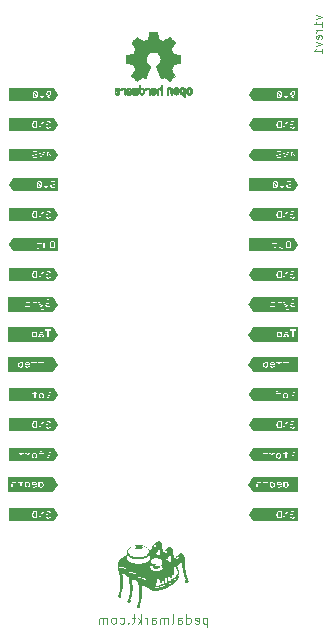
<source format=gbr>
%TF.GenerationSoftware,KiCad,Pcbnew,(6.0.9-0)*%
%TF.CreationDate,2024-03-22T18:11:38+01:00*%
%TF.ProjectId,lfo-board,6c666f2d-626f-4617-9264-2e6b69636164,rev?*%
%TF.SameCoordinates,Original*%
%TF.FileFunction,Legend,Bot*%
%TF.FilePolarity,Positive*%
%FSLAX46Y46*%
G04 Gerber Fmt 4.6, Leading zero omitted, Abs format (unit mm)*
G04 Created by KiCad (PCBNEW (6.0.9-0)) date 2024-03-22 18:11:38*
%MOMM*%
%LPD*%
G01*
G04 APERTURE LIST*
%ADD10C,0.120000*%
%ADD11C,0.110000*%
%ADD12C,0.010000*%
%ADD13C,5.500000*%
%ADD14C,3.200000*%
%ADD15R,1.800000X1.800000*%
%ADD16C,1.800000*%
%ADD17R,1.700000X1.700000*%
%ADD18O,1.700000X1.700000*%
G04 APERTURE END LIST*
D10*
X46481428Y-102698571D02*
X46481428Y-103498571D01*
X46481428Y-102736666D02*
X46405238Y-102698571D01*
X46252857Y-102698571D01*
X46176666Y-102736666D01*
X46138571Y-102774761D01*
X46100476Y-102850952D01*
X46100476Y-103079523D01*
X46138571Y-103155714D01*
X46176666Y-103193809D01*
X46252857Y-103231904D01*
X46405238Y-103231904D01*
X46481428Y-103193809D01*
X45452857Y-103193809D02*
X45529047Y-103231904D01*
X45681428Y-103231904D01*
X45757619Y-103193809D01*
X45795714Y-103117619D01*
X45795714Y-102812857D01*
X45757619Y-102736666D01*
X45681428Y-102698571D01*
X45529047Y-102698571D01*
X45452857Y-102736666D01*
X45414761Y-102812857D01*
X45414761Y-102889047D01*
X45795714Y-102965238D01*
X44729047Y-103231904D02*
X44729047Y-102431904D01*
X44729047Y-103193809D02*
X44805238Y-103231904D01*
X44957619Y-103231904D01*
X45033809Y-103193809D01*
X45071904Y-103155714D01*
X45110000Y-103079523D01*
X45110000Y-102850952D01*
X45071904Y-102774761D01*
X45033809Y-102736666D01*
X44957619Y-102698571D01*
X44805238Y-102698571D01*
X44729047Y-102736666D01*
X44005238Y-103231904D02*
X44005238Y-102812857D01*
X44043333Y-102736666D01*
X44119523Y-102698571D01*
X44271904Y-102698571D01*
X44348095Y-102736666D01*
X44005238Y-103193809D02*
X44081428Y-103231904D01*
X44271904Y-103231904D01*
X44348095Y-103193809D01*
X44386190Y-103117619D01*
X44386190Y-103041428D01*
X44348095Y-102965238D01*
X44271904Y-102927142D01*
X44081428Y-102927142D01*
X44005238Y-102889047D01*
X43510000Y-103231904D02*
X43586190Y-103193809D01*
X43624285Y-103117619D01*
X43624285Y-102431904D01*
X43205238Y-103231904D02*
X43205238Y-102698571D01*
X43205238Y-102774761D02*
X43167142Y-102736666D01*
X43090952Y-102698571D01*
X42976666Y-102698571D01*
X42900476Y-102736666D01*
X42862380Y-102812857D01*
X42862380Y-103231904D01*
X42862380Y-102812857D02*
X42824285Y-102736666D01*
X42748095Y-102698571D01*
X42633809Y-102698571D01*
X42557619Y-102736666D01*
X42519523Y-102812857D01*
X42519523Y-103231904D01*
X41795714Y-103231904D02*
X41795714Y-102812857D01*
X41833809Y-102736666D01*
X41910000Y-102698571D01*
X42062380Y-102698571D01*
X42138571Y-102736666D01*
X41795714Y-103193809D02*
X41871904Y-103231904D01*
X42062380Y-103231904D01*
X42138571Y-103193809D01*
X42176666Y-103117619D01*
X42176666Y-103041428D01*
X42138571Y-102965238D01*
X42062380Y-102927142D01*
X41871904Y-102927142D01*
X41795714Y-102889047D01*
X41414761Y-103231904D02*
X41414761Y-102698571D01*
X41414761Y-102850952D02*
X41376666Y-102774761D01*
X41338571Y-102736666D01*
X41262380Y-102698571D01*
X41186190Y-102698571D01*
X40919523Y-103231904D02*
X40919523Y-102431904D01*
X40843333Y-102927142D02*
X40614761Y-103231904D01*
X40614761Y-102698571D02*
X40919523Y-103003333D01*
X40386190Y-102698571D02*
X40081428Y-102698571D01*
X40271904Y-102431904D02*
X40271904Y-103117619D01*
X40233809Y-103193809D01*
X40157619Y-103231904D01*
X40081428Y-103231904D01*
X39814761Y-103155714D02*
X39776666Y-103193809D01*
X39814761Y-103231904D01*
X39852857Y-103193809D01*
X39814761Y-103155714D01*
X39814761Y-103231904D01*
X39090952Y-103193809D02*
X39167142Y-103231904D01*
X39319523Y-103231904D01*
X39395714Y-103193809D01*
X39433809Y-103155714D01*
X39471904Y-103079523D01*
X39471904Y-102850952D01*
X39433809Y-102774761D01*
X39395714Y-102736666D01*
X39319523Y-102698571D01*
X39167142Y-102698571D01*
X39090952Y-102736666D01*
X38633809Y-103231904D02*
X38710000Y-103193809D01*
X38748095Y-103155714D01*
X38786190Y-103079523D01*
X38786190Y-102850952D01*
X38748095Y-102774761D01*
X38710000Y-102736666D01*
X38633809Y-102698571D01*
X38519523Y-102698571D01*
X38443333Y-102736666D01*
X38405238Y-102774761D01*
X38367142Y-102850952D01*
X38367142Y-103079523D01*
X38405238Y-103155714D01*
X38443333Y-103193809D01*
X38519523Y-103231904D01*
X38633809Y-103231904D01*
X38024285Y-103231904D02*
X38024285Y-102698571D01*
X38024285Y-102774761D02*
X37986190Y-102736666D01*
X37910000Y-102698571D01*
X37795714Y-102698571D01*
X37719523Y-102736666D01*
X37681428Y-102812857D01*
X37681428Y-103231904D01*
X37681428Y-102812857D02*
X37643333Y-102736666D01*
X37567142Y-102698571D01*
X37452857Y-102698571D01*
X37376666Y-102736666D01*
X37338571Y-102812857D01*
X37338571Y-103231904D01*
D11*
X55730000Y-51723333D02*
X56196666Y-51890000D01*
X55730000Y-52056666D01*
X56196666Y-52690000D02*
X56196666Y-52290000D01*
X56196666Y-52490000D02*
X55496666Y-52490000D01*
X55596666Y-52423333D01*
X55663333Y-52356666D01*
X55696666Y-52290000D01*
X56196666Y-52990000D02*
X55730000Y-52990000D01*
X55863333Y-52990000D02*
X55796666Y-53023333D01*
X55763333Y-53056666D01*
X55730000Y-53123333D01*
X55730000Y-53190000D01*
X56163333Y-53690000D02*
X56196666Y-53623333D01*
X56196666Y-53490000D01*
X56163333Y-53423333D01*
X56096666Y-53390000D01*
X55830000Y-53390000D01*
X55763333Y-53423333D01*
X55730000Y-53490000D01*
X55730000Y-53623333D01*
X55763333Y-53690000D01*
X55830000Y-53723333D01*
X55896666Y-53723333D01*
X55963333Y-53390000D01*
X55730000Y-53956666D02*
X56196666Y-54123333D01*
X55730000Y-54290000D01*
X56196666Y-54923333D02*
X56196666Y-54523333D01*
X56196666Y-54723333D02*
X55496666Y-54723333D01*
X55596666Y-54656666D01*
X55663333Y-54590000D01*
X55696666Y-54523333D01*
%TO.C,kibuzzard-65FC5B2E*%
G36*
X52340808Y-66215736D02*
G01*
X52301280Y-66256456D01*
X52249368Y-66270029D01*
X52197814Y-66255741D01*
X52157452Y-66212879D01*
X52138138Y-66168323D01*
X52126549Y-66110855D01*
X52122686Y-66040476D01*
X52125067Y-65987136D01*
X52132211Y-65937606D01*
X52340808Y-66215736D01*
G37*
G36*
X52301042Y-65824259D02*
G01*
X52341761Y-65867121D01*
X52361340Y-65911783D01*
X52373088Y-65969568D01*
X52377003Y-66040476D01*
X52374622Y-66096436D01*
X52367478Y-66142394D01*
X52158881Y-65865216D01*
X52198172Y-65823782D01*
X52249368Y-65809971D01*
X52301042Y-65824259D01*
G37*
G36*
X49994627Y-65526761D02*
G01*
X53803213Y-65526761D01*
X54145373Y-66040000D01*
X53803213Y-66553239D01*
X49994627Y-66553239D01*
X49994627Y-66041429D01*
X52020768Y-66041429D01*
X52024608Y-66114295D01*
X52036128Y-66177636D01*
X52055326Y-66231452D01*
X52082205Y-66275744D01*
X52128083Y-66319665D01*
X52183805Y-66346017D01*
X52249368Y-66354801D01*
X52315091Y-66345911D01*
X52371288Y-66319241D01*
X52417961Y-66274791D01*
X52445464Y-66230083D01*
X52465110Y-66175969D01*
X52476897Y-66112450D01*
X52480826Y-66039524D01*
X52476897Y-65967402D01*
X52465110Y-65904388D01*
X52452222Y-65869026D01*
X52582743Y-65869026D01*
X52762766Y-66345276D01*
X52880876Y-66345276D01*
X52954352Y-66151919D01*
X53180913Y-66151919D01*
X53187687Y-66209386D01*
X53208007Y-66258599D01*
X53241873Y-66299556D01*
X53286429Y-66330248D01*
X53338817Y-66348663D01*
X53399036Y-66354801D01*
X53455445Y-66349192D01*
X53504023Y-66332365D01*
X53544768Y-66304319D01*
X53575989Y-66266854D01*
X53595992Y-66221769D01*
X53604776Y-66169064D01*
X53510478Y-66169064D01*
X53499882Y-66213355D01*
X53475712Y-66247169D01*
X53440589Y-66268600D01*
X53397131Y-66275744D01*
X53349744Y-66267528D01*
X53312358Y-66242883D01*
X53288070Y-66204187D01*
X53279973Y-66153824D01*
X53287713Y-66103460D01*
X53310930Y-66062860D01*
X53347006Y-66036071D01*
X53393321Y-66027141D01*
X53458091Y-66043334D01*
X53503811Y-66089054D01*
X53591441Y-66069051D01*
X53559056Y-65735676D01*
X53209488Y-65735676D01*
X53209488Y-65817591D01*
X53474283Y-65817591D01*
X53492381Y-65992851D01*
X53440232Y-65962133D01*
X53373318Y-65951894D01*
X53319767Y-65958191D01*
X53273412Y-65977082D01*
X53234253Y-66008568D01*
X53204620Y-66049684D01*
X53186840Y-66097468D01*
X53180913Y-66151919D01*
X52954352Y-66151919D01*
X53061851Y-65869026D01*
X52961838Y-65869026D01*
X52824678Y-66244311D01*
X52818011Y-66244311D01*
X52681803Y-65869026D01*
X52582743Y-65869026D01*
X52452222Y-65869026D01*
X52445464Y-65850482D01*
X52417961Y-65805685D01*
X52371288Y-65760970D01*
X52315091Y-65734142D01*
X52249368Y-65725199D01*
X52183805Y-65734142D01*
X52128083Y-65760970D01*
X52082205Y-65805685D01*
X52055326Y-65850601D01*
X52036128Y-65904864D01*
X52024608Y-65968473D01*
X52020768Y-66041429D01*
X49994627Y-66041429D01*
X49994627Y-65526761D01*
G37*
%TO.C,kibuzzard-65FC5A9B*%
G36*
X52693286Y-68822887D02*
G01*
X52630421Y-68822887D01*
X52573218Y-68815955D01*
X52526070Y-68795159D01*
X52488975Y-68760499D01*
X52462252Y-68712503D01*
X52446218Y-68651702D01*
X52440874Y-68578095D01*
X52446139Y-68504461D01*
X52461935Y-68444216D01*
X52488261Y-68397358D01*
X52525117Y-68363888D01*
X52572504Y-68343806D01*
X52630421Y-68337113D01*
X52693286Y-68337113D01*
X52693286Y-68822887D01*
G37*
G36*
X49985261Y-68580000D02*
G01*
X49986531Y-68578095D01*
X52338956Y-68578095D01*
X52343511Y-68651646D01*
X52357173Y-68717041D01*
X52379944Y-68774280D01*
X52411823Y-68823364D01*
X52452453Y-68862744D01*
X52501477Y-68890872D01*
X52558895Y-68907749D01*
X52624706Y-68913375D01*
X52793299Y-68913375D01*
X52926649Y-68913375D01*
X53027614Y-68913375D01*
X53264786Y-68437125D01*
X53271454Y-68437125D01*
X53271454Y-68913375D01*
X53364799Y-68913375D01*
X53490529Y-68913375D01*
X53567681Y-68913375D01*
X53579111Y-68856225D01*
X53585779Y-68856225D01*
X53632928Y-68900992D01*
X53674480Y-68917423D01*
X53727701Y-68922900D01*
X53795170Y-68913322D01*
X53851526Y-68884588D01*
X53896770Y-68836699D01*
X53922815Y-68789044D01*
X53941419Y-68732281D01*
X53952581Y-68666410D01*
X53956301Y-68591430D01*
X53952194Y-68512640D01*
X53939871Y-68442959D01*
X53919332Y-68382386D01*
X53890579Y-68330921D01*
X53841155Y-68278798D01*
X53780512Y-68247525D01*
X53708651Y-68237100D01*
X53652666Y-68243080D01*
X53604088Y-68261018D01*
X53562919Y-68290916D01*
X53530428Y-68331503D01*
X53507886Y-68381510D01*
X53495291Y-68440935D01*
X53600066Y-68440935D01*
X53622715Y-68379022D01*
X53658910Y-68341875D01*
X53708651Y-68329492D01*
X53769611Y-68346280D01*
X53815331Y-68396644D01*
X53836498Y-68448132D01*
X53849198Y-68513060D01*
X53853431Y-68591430D01*
X53847678Y-68678869D01*
X53830419Y-68746878D01*
X53801653Y-68795456D01*
X53761382Y-68824602D01*
X53709604Y-68834317D01*
X53659240Y-68825269D01*
X53620545Y-68798123D01*
X53595899Y-68754069D01*
X53587684Y-68694300D01*
X53587684Y-68640960D01*
X53714366Y-68640960D01*
X53714366Y-68560950D01*
X53490529Y-68560950D01*
X53490529Y-68913375D01*
X53364799Y-68913375D01*
X53364799Y-68246625D01*
X53263834Y-68246625D01*
X53026661Y-68723828D01*
X53019994Y-68723828D01*
X53019994Y-68246625D01*
X52926649Y-68246625D01*
X52926649Y-68913375D01*
X52793299Y-68913375D01*
X52793299Y-68246625D01*
X52624706Y-68246625D01*
X52559282Y-68252191D01*
X52502072Y-68268890D01*
X52453078Y-68296721D01*
X52412299Y-68335684D01*
X52380212Y-68384231D01*
X52357292Y-68440816D01*
X52343540Y-68505437D01*
X52338956Y-68578095D01*
X49986531Y-68578095D01*
X50346153Y-68038663D01*
X54154739Y-68038663D01*
X54154739Y-69121337D01*
X50346153Y-69121337D01*
X49985261Y-68580000D01*
G37*
%TO.C,kibuzzard-65FC5A8F*%
G36*
X53783700Y-58195091D02*
G01*
X53819776Y-58221880D01*
X53842994Y-58261766D01*
X53850733Y-58309986D01*
X53843113Y-58357016D01*
X53820253Y-58395235D01*
X53784296Y-58420595D01*
X53737385Y-58429049D01*
X53691070Y-58420476D01*
X53654994Y-58394759D01*
X53631777Y-58356421D01*
X53624038Y-58309986D01*
X53631896Y-58261766D01*
X53655470Y-58221880D01*
X53691665Y-58195091D01*
X53737385Y-58186161D01*
X53783700Y-58195091D01*
G37*
G36*
X49994627Y-58420000D02*
G01*
X50336787Y-57906761D01*
X54145373Y-57906761D01*
X54145373Y-58933239D01*
X50336787Y-58933239D01*
X49995580Y-58421429D01*
X52366738Y-58421429D01*
X52370577Y-58494295D01*
X52382097Y-58557636D01*
X52401296Y-58611453D01*
X52428174Y-58655744D01*
X52474053Y-58699665D01*
X52529774Y-58726017D01*
X52595338Y-58734801D01*
X52661060Y-58725911D01*
X52717258Y-58699241D01*
X52763930Y-58654791D01*
X52791434Y-58610083D01*
X52811079Y-58555969D01*
X52822866Y-58492450D01*
X52826795Y-58419524D01*
X52822866Y-58347402D01*
X52811079Y-58284388D01*
X52798192Y-58249026D01*
X52928713Y-58249026D01*
X53108735Y-58725276D01*
X53226845Y-58725276D01*
X53382484Y-58315701D01*
X53524978Y-58315701D01*
X53529978Y-58371303D01*
X53544980Y-58421905D01*
X53568793Y-58471078D01*
X53600225Y-58522394D01*
X53731670Y-58725276D01*
X53851685Y-58725276D01*
X53687855Y-58490009D01*
X53759293Y-58502391D01*
X53833350Y-58488699D01*
X53893595Y-58447623D01*
X53923228Y-58407776D01*
X53941008Y-58361263D01*
X53946935Y-58308081D01*
X53940373Y-58252095D01*
X53920688Y-58203518D01*
X53887880Y-58162349D01*
X53844806Y-58131128D01*
X53794323Y-58112395D01*
X53736433Y-58106151D01*
X53677536Y-58112554D01*
X53626578Y-58131763D01*
X53583556Y-58163778D01*
X53551013Y-58206270D01*
X53531486Y-58256911D01*
X53524978Y-58315701D01*
X53382484Y-58315701D01*
X53407820Y-58249026D01*
X53307808Y-58249026D01*
X53170648Y-58624311D01*
X53163980Y-58624311D01*
X53027773Y-58249026D01*
X52928713Y-58249026D01*
X52798192Y-58249026D01*
X52791434Y-58230482D01*
X52763930Y-58185685D01*
X52717258Y-58140970D01*
X52661060Y-58114142D01*
X52595338Y-58105199D01*
X52529774Y-58114142D01*
X52474053Y-58140970D01*
X52428174Y-58185685D01*
X52401296Y-58230601D01*
X52382097Y-58284864D01*
X52370577Y-58348473D01*
X52366738Y-58421429D01*
X49995580Y-58421429D01*
X49994627Y-58420000D01*
G37*
G36*
X52647011Y-58204259D02*
G01*
X52687730Y-58247121D01*
X52707309Y-58291783D01*
X52719057Y-58349568D01*
X52722973Y-58420476D01*
X52720591Y-58476436D01*
X52713448Y-58522394D01*
X52504850Y-58245216D01*
X52544141Y-58203783D01*
X52595338Y-58189971D01*
X52647011Y-58204259D01*
G37*
G36*
X52686778Y-58595736D02*
G01*
X52647249Y-58636456D01*
X52595338Y-58650029D01*
X52543784Y-58635741D01*
X52503421Y-58592879D01*
X52484107Y-58548323D01*
X52472518Y-58490855D01*
X52468655Y-58420476D01*
X52471036Y-58367136D01*
X52478180Y-58317606D01*
X52686778Y-58595736D01*
G37*
%TO.C,G\u002A\u002A\u002A*%
G36*
X43624947Y-97138295D02*
G01*
X43627169Y-97189403D01*
X43629007Y-97250857D01*
X43629286Y-97261358D01*
X43630837Y-97309535D01*
X43632911Y-97362252D01*
X43635422Y-97418129D01*
X43638286Y-97475791D01*
X43641416Y-97533860D01*
X43644729Y-97590957D01*
X43648139Y-97645707D01*
X43651561Y-97696730D01*
X43654910Y-97742651D01*
X43658101Y-97782090D01*
X43661048Y-97813672D01*
X43663667Y-97836018D01*
X43665873Y-97847750D01*
X43666393Y-97848320D01*
X43671348Y-97843991D01*
X43680411Y-97830739D01*
X43692654Y-97810013D01*
X43707150Y-97783263D01*
X43755218Y-97697983D01*
X43813146Y-97611074D01*
X43877800Y-97529914D01*
X43951524Y-97451319D01*
X43978373Y-97425164D01*
X44010831Y-97395391D01*
X44037324Y-97373809D01*
X44058782Y-97359750D01*
X44076136Y-97352543D01*
X44090315Y-97351521D01*
X44096199Y-97351956D01*
X44106706Y-97349477D01*
X44118492Y-97341091D01*
X44134571Y-97324991D01*
X44148045Y-97312184D01*
X44172109Y-97293540D01*
X44195433Y-97279433D01*
X44199439Y-97277490D01*
X44217398Y-97269875D01*
X44234488Y-97265438D01*
X44254990Y-97263368D01*
X44283187Y-97262858D01*
X44288327Y-97262868D01*
X44315129Y-97263584D01*
X44334874Y-97265995D01*
X44351812Y-97270892D01*
X44370194Y-97279068D01*
X44385834Y-97287547D01*
X44407759Y-97302931D01*
X44429565Y-97323186D01*
X44453205Y-97350202D01*
X44480633Y-97385868D01*
X44503073Y-97418159D01*
X44536831Y-97477963D01*
X44560188Y-97538085D01*
X44573992Y-97600476D01*
X44574588Y-97605267D01*
X44576349Y-97625458D01*
X44578300Y-97655079D01*
X44580344Y-97692267D01*
X44582384Y-97735160D01*
X44584321Y-97781894D01*
X44586058Y-97830606D01*
X44587491Y-97871921D01*
X44596506Y-98066087D01*
X44608984Y-98251932D01*
X44624867Y-98429124D01*
X44644099Y-98597329D01*
X44666624Y-98756217D01*
X44692386Y-98905453D01*
X44721329Y-99044707D01*
X44753395Y-99173645D01*
X44788530Y-99291934D01*
X44826676Y-99399243D01*
X44867778Y-99495239D01*
X44870367Y-99500745D01*
X44887485Y-99538699D01*
X44899226Y-99568872D01*
X44906085Y-99593615D01*
X44908560Y-99615278D01*
X44907148Y-99636210D01*
X44902346Y-99658761D01*
X44886667Y-99702034D01*
X44860136Y-99745155D01*
X44825231Y-99780280D01*
X44797819Y-99798565D01*
X44770742Y-99808183D01*
X44746858Y-99806671D01*
X44740955Y-99804364D01*
X44723897Y-99795975D01*
X44701376Y-99783662D01*
X44676068Y-99769024D01*
X44650645Y-99753657D01*
X44627781Y-99739160D01*
X44610151Y-99727131D01*
X44600427Y-99719167D01*
X44598307Y-99716603D01*
X44592820Y-99705557D01*
X44590005Y-99689018D01*
X44589211Y-99663770D01*
X44589474Y-99648196D01*
X44591832Y-99625804D01*
X44597831Y-99605343D01*
X44608896Y-99580802D01*
X44623196Y-99556392D01*
X44643483Y-99530033D01*
X44665871Y-99507214D01*
X44687939Y-99490367D01*
X44707270Y-99481923D01*
X44719059Y-99478087D01*
X44724222Y-99473313D01*
X44724109Y-99472706D01*
X44719467Y-99464484D01*
X44709379Y-99450162D01*
X44695720Y-99432428D01*
X44680053Y-99411835D01*
X44639348Y-99348509D01*
X44600685Y-99273673D01*
X44564135Y-99187569D01*
X44529763Y-99090440D01*
X44497640Y-98982527D01*
X44467833Y-98864072D01*
X44440411Y-98735317D01*
X44415442Y-98596504D01*
X44392993Y-98447875D01*
X44373134Y-98289672D01*
X44371842Y-98278177D01*
X44367497Y-98237369D01*
X44363746Y-98198855D01*
X44360803Y-98165038D01*
X44358881Y-98138324D01*
X44358193Y-98121119D01*
X44359637Y-98094621D01*
X44369268Y-98042601D01*
X44388019Y-97983619D01*
X44415979Y-97917363D01*
X44440636Y-97862134D01*
X44460324Y-97811988D01*
X44474452Y-97767206D01*
X44483641Y-97725471D01*
X44488509Y-97684461D01*
X44489678Y-97641860D01*
X44488640Y-97601647D01*
X44486252Y-97570174D01*
X44482343Y-97548628D01*
X44476724Y-97535975D01*
X44469202Y-97531182D01*
X44464551Y-97530987D01*
X44460498Y-97533602D01*
X44458165Y-97541518D01*
X44456995Y-97556968D01*
X44456426Y-97582186D01*
X44455432Y-97593542D01*
X44452779Y-97623833D01*
X44439637Y-97681922D01*
X44417418Y-97745271D01*
X44386609Y-97813065D01*
X44347694Y-97884489D01*
X44301159Y-97958728D01*
X44247487Y-98034968D01*
X44187165Y-98112394D01*
X44120677Y-98190190D01*
X44048509Y-98267542D01*
X44031049Y-98285536D01*
X44005035Y-98312612D01*
X43982774Y-98336107D01*
X43965432Y-98354776D01*
X43954173Y-98367374D01*
X43950161Y-98372658D01*
X43951275Y-98375740D01*
X43957494Y-98386731D01*
X43967355Y-98401867D01*
X43967692Y-98402360D01*
X43995503Y-98449607D01*
X44020506Y-98504662D01*
X44041062Y-98563431D01*
X44055529Y-98621823D01*
X44058308Y-98640242D01*
X44061453Y-98674952D01*
X44063462Y-98717004D01*
X44064169Y-98763672D01*
X44064170Y-98860376D01*
X44099220Y-98873156D01*
X44115325Y-98879798D01*
X44133603Y-98889323D01*
X44144912Y-98897695D01*
X44146428Y-98899404D01*
X44150231Y-98905144D01*
X44150856Y-98911929D01*
X44147650Y-98922126D01*
X44139962Y-98938102D01*
X44127139Y-98962225D01*
X44125331Y-98965436D01*
X44096085Y-99017367D01*
X44019654Y-99136098D01*
X43933027Y-99250090D01*
X43837132Y-99358338D01*
X43732899Y-99459835D01*
X43621254Y-99553575D01*
X43503126Y-99638553D01*
X43451496Y-99671807D01*
X43316140Y-99750824D01*
X43171808Y-99824297D01*
X43019943Y-99891695D01*
X42879048Y-99945921D01*
X42861988Y-99952487D01*
X42699386Y-100006142D01*
X42533581Y-100052128D01*
X42366014Y-100089914D01*
X42198130Y-100118970D01*
X42099229Y-100133438D01*
X42082378Y-100112996D01*
X42073745Y-100103200D01*
X42058880Y-100088905D01*
X42045032Y-100078121D01*
X42033829Y-100071694D01*
X42026902Y-100070472D01*
X42025882Y-100075300D01*
X42032398Y-100087028D01*
X42034760Y-100091061D01*
X42040226Y-100110976D01*
X42042011Y-100141420D01*
X42042093Y-100150926D01*
X42043481Y-100171447D01*
X42047192Y-100184685D01*
X42054012Y-100194089D01*
X42057310Y-100197445D01*
X42061854Y-100201482D01*
X42067237Y-100204009D01*
X42075303Y-100205020D01*
X42087898Y-100204512D01*
X42106863Y-100202480D01*
X42134043Y-100198921D01*
X42171281Y-100193830D01*
X42317221Y-100170448D01*
X42492474Y-100133460D01*
X42666456Y-100087235D01*
X42837648Y-100032312D01*
X43004529Y-99969227D01*
X43165582Y-99898517D01*
X43319286Y-99820722D01*
X43464123Y-99736378D01*
X43495163Y-99716533D01*
X43615278Y-99630945D01*
X43729167Y-99535424D01*
X43836184Y-99430592D01*
X43935684Y-99317071D01*
X44027019Y-99195482D01*
X44064170Y-99141950D01*
X44064170Y-99208229D01*
X44063789Y-99237175D01*
X44061676Y-99266723D01*
X44056786Y-99291948D01*
X44048095Y-99316388D01*
X44034574Y-99343582D01*
X44015198Y-99377068D01*
X43976390Y-99438982D01*
X43896561Y-99551886D01*
X43808262Y-99660161D01*
X43713118Y-99762005D01*
X43612750Y-99855616D01*
X43508784Y-99939192D01*
X43440708Y-99987350D01*
X43322390Y-100061931D01*
X43195095Y-100132003D01*
X43060368Y-100196933D01*
X42919759Y-100256086D01*
X42774815Y-100308828D01*
X42627084Y-100354525D01*
X42478114Y-100392544D01*
X42329453Y-100422251D01*
X42250043Y-100434960D01*
X42174292Y-100445186D01*
X42106081Y-100452349D01*
X42046207Y-100456394D01*
X41995469Y-100457269D01*
X41954664Y-100454919D01*
X41924590Y-100449291D01*
X41923008Y-100448803D01*
X41916046Y-100446301D01*
X41907233Y-100442563D01*
X41896001Y-100437267D01*
X41881784Y-100430094D01*
X41864013Y-100420723D01*
X41842119Y-100408834D01*
X41815536Y-100394107D01*
X41783694Y-100376221D01*
X41746027Y-100354856D01*
X41701966Y-100329692D01*
X41650943Y-100300409D01*
X41592391Y-100266685D01*
X41525740Y-100228202D01*
X41450425Y-100184638D01*
X41365875Y-100135673D01*
X41271525Y-100080987D01*
X41236722Y-100060821D01*
X41178725Y-100027269D01*
X41168430Y-100021326D01*
X42168021Y-100021326D01*
X42169948Y-100032737D01*
X42175521Y-100037562D01*
X42175745Y-100037545D01*
X42188260Y-100035619D01*
X42210312Y-100031260D01*
X42239864Y-100024938D01*
X42274877Y-100017121D01*
X42313314Y-100008277D01*
X42353137Y-99998875D01*
X42392308Y-99989385D01*
X42428790Y-99980274D01*
X42460544Y-99972011D01*
X42558051Y-99945921D01*
X42558034Y-99924940D01*
X42600055Y-99924940D01*
X42600155Y-99926159D01*
X42602206Y-99928685D01*
X42608043Y-99928926D01*
X42619158Y-99926496D01*
X42637039Y-99921010D01*
X42663177Y-99912081D01*
X42699062Y-99899326D01*
X42709628Y-99895537D01*
X42741342Y-99884163D01*
X42770243Y-99873799D01*
X42793504Y-99865459D01*
X42808297Y-99860158D01*
X42833525Y-99851121D01*
X42834914Y-99822132D01*
X42882726Y-99822132D01*
X42884646Y-99827873D01*
X42886226Y-99827519D01*
X42897147Y-99823425D01*
X42916021Y-99815476D01*
X42940711Y-99804589D01*
X42969084Y-99791678D01*
X42974515Y-99789172D01*
X43006274Y-99774541D01*
X43036891Y-99760473D01*
X43063114Y-99748461D01*
X43081695Y-99739996D01*
X43097309Y-99732254D01*
X43113084Y-99721129D01*
X43119901Y-99709976D01*
X43119985Y-99709617D01*
X43121116Y-99697658D01*
X43121285Y-99690811D01*
X43159407Y-99690811D01*
X43161832Y-99696018D01*
X43162300Y-99695958D01*
X43171092Y-99692211D01*
X43187930Y-99683427D01*
X43210901Y-99670711D01*
X43238090Y-99655170D01*
X43267586Y-99637909D01*
X43297473Y-99620032D01*
X43325840Y-99602646D01*
X43350772Y-99586857D01*
X43402434Y-99553395D01*
X43405156Y-99525164D01*
X43441301Y-99525164D01*
X43441435Y-99525198D01*
X43447539Y-99521776D01*
X43461104Y-99512524D01*
X43480257Y-99498756D01*
X43503126Y-99481786D01*
X43509186Y-99477211D01*
X43633933Y-99375669D01*
X43749173Y-99267094D01*
X43855557Y-99150830D01*
X43953736Y-99026219D01*
X43998165Y-98965436D01*
X43998119Y-98924211D01*
X43998044Y-98916508D01*
X43994961Y-98871555D01*
X43987063Y-98823416D01*
X43973935Y-98770362D01*
X43955160Y-98710665D01*
X43930323Y-98642596D01*
X43923964Y-98626633D01*
X43907947Y-98589691D01*
X43889246Y-98549924D01*
X43868808Y-98509054D01*
X43847578Y-98468804D01*
X43826504Y-98430899D01*
X43806531Y-98397061D01*
X43788604Y-98369014D01*
X43773671Y-98348483D01*
X43762677Y-98337189D01*
X43757115Y-98333551D01*
X43748454Y-98331472D01*
X43739437Y-98337583D01*
X43736735Y-98340587D01*
X43732231Y-98348916D01*
X43728134Y-98361838D01*
X43724297Y-98380409D01*
X43720576Y-98405685D01*
X43716825Y-98438723D01*
X43712897Y-98480578D01*
X43708647Y-98532306D01*
X43706035Y-98567007D01*
X43703930Y-98594963D01*
X43702887Y-98609188D01*
X43696542Y-98692211D01*
X43690361Y-98766421D01*
X43689144Y-98779626D01*
X43684081Y-98834563D01*
X43677436Y-98899377D01*
X43670162Y-98963608D01*
X43661995Y-99029997D01*
X43659654Y-99048484D01*
X43655864Y-99078795D01*
X43652803Y-99103780D01*
X43650738Y-99121248D01*
X43649937Y-99129005D01*
X43649901Y-99129195D01*
X43646960Y-99125482D01*
X43639991Y-99112931D01*
X43629972Y-99093376D01*
X43617877Y-99068656D01*
X43612695Y-99058024D01*
X43599987Y-99032899D01*
X43585848Y-99005897D01*
X43571427Y-98979111D01*
X43557876Y-98954634D01*
X43546345Y-98934560D01*
X43537984Y-98920980D01*
X43533944Y-98915988D01*
X43533790Y-98916353D01*
X43533137Y-98924014D01*
X43532613Y-98938490D01*
X43531923Y-98946450D01*
X43528546Y-98966972D01*
X43523037Y-98993071D01*
X43516145Y-99020997D01*
X43511427Y-99039115D01*
X43505021Y-99065444D01*
X43499190Y-99092175D01*
X43493660Y-99120955D01*
X43488157Y-99153430D01*
X43482407Y-99191247D01*
X43476138Y-99236050D01*
X43469076Y-99289487D01*
X43460947Y-99353203D01*
X43459780Y-99362481D01*
X43454450Y-99405504D01*
X43449790Y-99444178D01*
X43447449Y-99464295D01*
X43445972Y-99476991D01*
X43443170Y-99502434D01*
X43441555Y-99518995D01*
X43441301Y-99525164D01*
X43405156Y-99525164D01*
X43406405Y-99512213D01*
X43407400Y-99464295D01*
X43399866Y-99401554D01*
X43383094Y-99333594D01*
X43357340Y-99261413D01*
X43322860Y-99186010D01*
X43312026Y-99165047D01*
X43297019Y-99137299D01*
X43282366Y-99111448D01*
X43269115Y-99089238D01*
X43258315Y-99072413D01*
X43251014Y-99062717D01*
X43248259Y-99061894D01*
X43249284Y-99066793D01*
X43254163Y-99078108D01*
X43255520Y-99081680D01*
X43256038Y-99093885D01*
X43252656Y-99113209D01*
X43245084Y-99141659D01*
X43241432Y-99154496D01*
X43232619Y-99187953D01*
X43224604Y-99222724D01*
X43217073Y-99260583D01*
X43209712Y-99303301D01*
X43202207Y-99352652D01*
X43194246Y-99410410D01*
X43185513Y-99478346D01*
X43184959Y-99482770D01*
X43179305Y-99527620D01*
X43173968Y-99569528D01*
X43169180Y-99606699D01*
X43165173Y-99637340D01*
X43162180Y-99659659D01*
X43160433Y-99671861D01*
X43159786Y-99676725D01*
X43159653Y-99677723D01*
X43159407Y-99690811D01*
X43121285Y-99690811D01*
X43121633Y-99676725D01*
X43121509Y-99649668D01*
X43120720Y-99619335D01*
X43120476Y-99612843D01*
X43118810Y-99580097D01*
X43116237Y-99554419D01*
X43112007Y-99531585D01*
X43105371Y-99507373D01*
X43095581Y-99477559D01*
X43095251Y-99476596D01*
X43079598Y-99434950D01*
X43060203Y-99389372D01*
X43038865Y-99343718D01*
X43017385Y-99301843D01*
X42997564Y-99267605D01*
X42982158Y-99243200D01*
X42971172Y-99269067D01*
X42969986Y-99272078D01*
X42964286Y-99290073D01*
X42957324Y-99316062D01*
X42949874Y-99347035D01*
X42942706Y-99379982D01*
X42939893Y-99393786D01*
X42935173Y-99417738D01*
X42930836Y-99441185D01*
X42926653Y-99465679D01*
X42922391Y-99492773D01*
X42917820Y-99524018D01*
X42912707Y-99560967D01*
X42906823Y-99605171D01*
X42899935Y-99658182D01*
X42891812Y-99721552D01*
X42890161Y-99734681D01*
X42885482Y-99775571D01*
X42883633Y-99797319D01*
X42883004Y-99804710D01*
X42882726Y-99822132D01*
X42834914Y-99822132D01*
X42835299Y-99814088D01*
X42835640Y-99797319D01*
X42834835Y-99766640D01*
X42832656Y-99738317D01*
X42832154Y-99734224D01*
X42823930Y-99692235D01*
X42809859Y-99643552D01*
X42790997Y-99590915D01*
X42768402Y-99537064D01*
X42743130Y-99484737D01*
X42716239Y-99436672D01*
X42710629Y-99427486D01*
X42701153Y-99412865D01*
X42695398Y-99406714D01*
X42691712Y-99407721D01*
X42688444Y-99414573D01*
X42685589Y-99422465D01*
X42677374Y-99448950D01*
X42668161Y-99482810D01*
X42658746Y-99520885D01*
X42649925Y-99560016D01*
X42642492Y-99597042D01*
X42640023Y-99611532D01*
X42636030Y-99637603D01*
X42631325Y-99670341D01*
X42626174Y-99707685D01*
X42620845Y-99747574D01*
X42615604Y-99787947D01*
X42610717Y-99826743D01*
X42606453Y-99861901D01*
X42603076Y-99891361D01*
X42600854Y-99913061D01*
X42600055Y-99924940D01*
X42558034Y-99924940D01*
X42558016Y-99903492D01*
X42553879Y-99839309D01*
X42540598Y-99764578D01*
X42518680Y-99685479D01*
X42488653Y-99603442D01*
X42451046Y-99519900D01*
X42406386Y-99436283D01*
X42355202Y-99354023D01*
X42334819Y-99324021D01*
X42458491Y-99324021D01*
X42459992Y-99328145D01*
X42465599Y-99342450D01*
X42474419Y-99364430D01*
X42485610Y-99391988D01*
X42498328Y-99423028D01*
X42506812Y-99443567D01*
X42518471Y-99471504D01*
X42528036Y-99494075D01*
X42534693Y-99509364D01*
X42537627Y-99515458D01*
X42538586Y-99515681D01*
X42543310Y-99509663D01*
X42549997Y-99495662D01*
X42557637Y-99476349D01*
X42565223Y-99454395D01*
X42571748Y-99432472D01*
X42576201Y-99413249D01*
X42577650Y-99403885D01*
X42580081Y-99381029D01*
X42582003Y-99353916D01*
X42583335Y-99325249D01*
X42583996Y-99297732D01*
X42583905Y-99274066D01*
X42582979Y-99256955D01*
X42581139Y-99249100D01*
X42575294Y-99250439D01*
X42561150Y-99256779D01*
X42540913Y-99267116D01*
X42516750Y-99280398D01*
X42494110Y-99293617D01*
X42472783Y-99307492D01*
X42461153Y-99317445D01*
X42458491Y-99324021D01*
X42334819Y-99324021D01*
X42334807Y-99324004D01*
X42309863Y-99289267D01*
X42289604Y-99264207D01*
X42273359Y-99248339D01*
X42260460Y-99241178D01*
X42250238Y-99242241D01*
X42242024Y-99251042D01*
X42235149Y-99267098D01*
X42234558Y-99269239D01*
X42231995Y-99284603D01*
X42229058Y-99310265D01*
X42225863Y-99344881D01*
X42222527Y-99387110D01*
X42219167Y-99435609D01*
X42215898Y-99489034D01*
X42214379Y-99515108D01*
X42209131Y-99598903D01*
X42208175Y-99612291D01*
X42203773Y-99673906D01*
X42198088Y-99742608D01*
X42191858Y-99807500D01*
X42184864Y-99871073D01*
X42176891Y-99935819D01*
X42173842Y-99960480D01*
X42170827Y-99987379D01*
X42168777Y-100008716D01*
X42168021Y-100021326D01*
X41168430Y-100021326D01*
X41124265Y-99995830D01*
X41074198Y-99966994D01*
X41029378Y-99941250D01*
X40990660Y-99919089D01*
X40958899Y-99901000D01*
X40934948Y-99887473D01*
X40919664Y-99878998D01*
X40913900Y-99876064D01*
X40913144Y-99880009D01*
X40914056Y-99893593D01*
X40916690Y-99914576D01*
X40920793Y-99940569D01*
X40926496Y-99975871D01*
X40933899Y-100026371D01*
X40941641Y-100083522D01*
X40949348Y-100144445D01*
X40956645Y-100206262D01*
X40963157Y-100266095D01*
X40964689Y-100283803D01*
X40966877Y-100322577D01*
X40968589Y-100372330D01*
X40969810Y-100432428D01*
X40970525Y-100502236D01*
X40970719Y-100581120D01*
X40970529Y-100642510D01*
X40969832Y-100709277D01*
X40968467Y-100767621D01*
X40966265Y-100819516D01*
X40963059Y-100866941D01*
X40958681Y-100911870D01*
X40952963Y-100956281D01*
X40945736Y-101002148D01*
X40936834Y-101051450D01*
X40926087Y-101106161D01*
X40916063Y-101152640D01*
X40895104Y-101235673D01*
X40870849Y-101316984D01*
X40844033Y-101394521D01*
X40815389Y-101466227D01*
X40785650Y-101530048D01*
X40755550Y-101583928D01*
X40740147Y-101608660D01*
X40772856Y-101630378D01*
X40779197Y-101634668D01*
X40802891Y-101653364D01*
X40817449Y-101671555D01*
X40824655Y-101692169D01*
X40826293Y-101718136D01*
X40825463Y-101731013D01*
X40815982Y-101771899D01*
X40797399Y-101812197D01*
X40771458Y-101848671D01*
X40739908Y-101878089D01*
X40736688Y-101880417D01*
X40717391Y-101892166D01*
X40699008Y-101898143D01*
X40679430Y-101898072D01*
X40656546Y-101891678D01*
X40628246Y-101878684D01*
X40592419Y-101858815D01*
X40582782Y-101853195D01*
X40557113Y-101837753D01*
X40539605Y-101826015D01*
X40528400Y-101816473D01*
X40521641Y-101807620D01*
X40517472Y-101797946D01*
X40512199Y-101765358D01*
X40515954Y-101728088D01*
X40528064Y-101689717D01*
X40547481Y-101652722D01*
X40573160Y-101619583D01*
X40604055Y-101592779D01*
X40608188Y-101589917D01*
X40617112Y-101583076D01*
X40623805Y-101575617D01*
X40629274Y-101565330D01*
X40634525Y-101550006D01*
X40640565Y-101527432D01*
X40648400Y-101495400D01*
X40669445Y-101404050D01*
X40694100Y-101280364D01*
X40713032Y-101160523D01*
X40726567Y-101041504D01*
X40735028Y-100920281D01*
X40738739Y-100793830D01*
X40738025Y-100659126D01*
X40737560Y-100637705D01*
X40735184Y-100558445D01*
X40731730Y-100483004D01*
X40727000Y-100409442D01*
X40720797Y-100335819D01*
X40712925Y-100260195D01*
X40703186Y-100180628D01*
X40691383Y-100095179D01*
X40677319Y-100001908D01*
X40660797Y-99898873D01*
X40629581Y-99708665D01*
X40369140Y-99557925D01*
X40357468Y-99551174D01*
X40307100Y-99522165D01*
X40260132Y-99495305D01*
X40217558Y-99471150D01*
X40180373Y-99450257D01*
X40149574Y-99433183D01*
X40126156Y-99420485D01*
X40111114Y-99412720D01*
X40105443Y-99410443D01*
X40105116Y-99414052D01*
X40106175Y-99427872D01*
X40108798Y-99450057D01*
X40112739Y-99478569D01*
X40117747Y-99511372D01*
X40128984Y-99583792D01*
X40139602Y-99657971D01*
X40148108Y-99725832D01*
X40154761Y-99790252D01*
X40159819Y-99854109D01*
X40163541Y-99920280D01*
X40166185Y-99991645D01*
X40168009Y-100071079D01*
X40168963Y-100147284D01*
X40168825Y-100222467D01*
X40167318Y-100290169D01*
X40164326Y-100352738D01*
X40159735Y-100412521D01*
X40153429Y-100471864D01*
X40145292Y-100533116D01*
X40130293Y-100624474D01*
X40106611Y-100736937D01*
X40078224Y-100843597D01*
X40045573Y-100942993D01*
X40009099Y-101033670D01*
X39969245Y-101114169D01*
X39937760Y-101171154D01*
X39973362Y-101196261D01*
X39982821Y-101203176D01*
X40005757Y-101223892D01*
X40018867Y-101244844D01*
X40023432Y-101268798D01*
X40020732Y-101298519D01*
X40017813Y-101311744D01*
X40009106Y-101339861D01*
X39998593Y-101365080D01*
X39989186Y-101381287D01*
X39969237Y-101407453D01*
X39945865Y-101431294D01*
X39921964Y-101449991D01*
X39900429Y-101460722D01*
X39896371Y-101461857D01*
X39884454Y-101463794D01*
X39871967Y-101462821D01*
X39856998Y-101458233D01*
X39837632Y-101449328D01*
X39811958Y-101435403D01*
X39778061Y-101415755D01*
X39765976Y-101408535D01*
X39740555Y-101391842D01*
X39723712Y-101377107D01*
X39713765Y-101362088D01*
X39709031Y-101344544D01*
X39707827Y-101322236D01*
X39709788Y-101299568D01*
X39720897Y-101260246D01*
X39740315Y-101221371D01*
X39766322Y-101186110D01*
X39797198Y-101157632D01*
X39825031Y-101137200D01*
X39844383Y-101057175D01*
X39853016Y-101020851D01*
X39877431Y-100908835D01*
X39896896Y-100802281D01*
X39911851Y-100697760D01*
X39922741Y-100591843D01*
X39930006Y-100481100D01*
X39934091Y-100362102D01*
X39934744Y-100322674D01*
X39934781Y-100232825D01*
X39932676Y-100142816D01*
X39928302Y-100051382D01*
X39921532Y-99957258D01*
X39912239Y-99859181D01*
X39900293Y-99755885D01*
X39885569Y-99646106D01*
X39867938Y-99528579D01*
X39847273Y-99402040D01*
X39837392Y-99345301D01*
X40621391Y-99345301D01*
X40622377Y-99347850D01*
X40629470Y-99345510D01*
X40641487Y-99341414D01*
X40676764Y-99337005D01*
X40710474Y-99344187D01*
X40742067Y-99362673D01*
X40770992Y-99392177D01*
X40796698Y-99432413D01*
X40799740Y-99438068D01*
X40810692Y-99456330D01*
X40819870Y-99468606D01*
X40825542Y-99472490D01*
X40831688Y-99465830D01*
X40837320Y-99452656D01*
X40840509Y-99442452D01*
X40852365Y-99415481D01*
X40867904Y-99396683D01*
X40889308Y-99383140D01*
X40897673Y-99379030D01*
X40917781Y-99368219D01*
X40933382Y-99358653D01*
X40943530Y-99352506D01*
X40953598Y-99351000D01*
X40959721Y-99359250D01*
X40963612Y-99378374D01*
X40964454Y-99384260D01*
X40966957Y-99398143D01*
X40968922Y-99404311D01*
X40969201Y-99404438D01*
X40977039Y-99407479D01*
X40994664Y-99414157D01*
X41020845Y-99424010D01*
X41054350Y-99436577D01*
X41093949Y-99451395D01*
X41138410Y-99468002D01*
X41186502Y-99485937D01*
X41222924Y-99499531D01*
X41272050Y-99517988D01*
X41311832Y-99533174D01*
X41343453Y-99545603D01*
X41368095Y-99555790D01*
X41386941Y-99564251D01*
X41401175Y-99571500D01*
X41411977Y-99578053D01*
X41420532Y-99584424D01*
X41428021Y-99591129D01*
X41435020Y-99597807D01*
X41447387Y-99609107D01*
X41452601Y-99612291D01*
X41451653Y-99607592D01*
X41445534Y-99595244D01*
X41441873Y-99588774D01*
X41432603Y-99576278D01*
X41419479Y-99563528D01*
X41400823Y-99549166D01*
X41374954Y-99531835D01*
X41340194Y-99510181D01*
X41325543Y-99501130D01*
X41298842Y-99483623D01*
X41279766Y-99469084D01*
X41266182Y-99455788D01*
X41255956Y-99442008D01*
X41236499Y-99415274D01*
X41196826Y-99376651D01*
X41149519Y-99346875D01*
X41148245Y-99346250D01*
X41126604Y-99336568D01*
X41107107Y-99330566D01*
X41085041Y-99327160D01*
X41055694Y-99325263D01*
X41022509Y-99322028D01*
X40974209Y-99311161D01*
X40921972Y-99292352D01*
X40863881Y-99264998D01*
X40846256Y-99256827D01*
X40829469Y-99251928D01*
X40809482Y-99249632D01*
X40781911Y-99249087D01*
X40762101Y-99249396D01*
X40739243Y-99251261D01*
X40721729Y-99255435D01*
X40705572Y-99262625D01*
X40680843Y-99277829D01*
X40650801Y-99303183D01*
X40629470Y-99330433D01*
X40626513Y-99335521D01*
X40621391Y-99345301D01*
X39837392Y-99345301D01*
X39823446Y-99265224D01*
X39818836Y-99239430D01*
X39560953Y-99090073D01*
X39551324Y-99084498D01*
X39501148Y-99055523D01*
X39454379Y-99028635D01*
X39412013Y-99004399D01*
X39375045Y-98983379D01*
X39344469Y-98966139D01*
X39321281Y-98953243D01*
X39306475Y-98945255D01*
X39301047Y-98942738D01*
X39300916Y-98944102D01*
X39301991Y-98954785D01*
X39304753Y-98974233D01*
X39308886Y-99000311D01*
X39314075Y-99030883D01*
X39320908Y-99071019D01*
X39346451Y-99246690D01*
X39364193Y-99417833D01*
X39374174Y-99583954D01*
X39376434Y-99744562D01*
X39371014Y-99899165D01*
X39357954Y-100047272D01*
X39337294Y-100188388D01*
X39309075Y-100322024D01*
X39273337Y-100447687D01*
X39230120Y-100564884D01*
X39179465Y-100673123D01*
X39177371Y-100677118D01*
X39164250Y-100702264D01*
X39153579Y-100722928D01*
X39146406Y-100737065D01*
X39143782Y-100742631D01*
X39143783Y-100742641D01*
X39148418Y-100746588D01*
X39160390Y-100755371D01*
X39177133Y-100767107D01*
X39181308Y-100770025D01*
X39205473Y-100789897D01*
X39219960Y-100809603D01*
X39226334Y-100832123D01*
X39226164Y-100860440D01*
X39221405Y-100888165D01*
X39208497Y-100925088D01*
X39189562Y-100959456D01*
X39166126Y-100989402D01*
X39139719Y-101013057D01*
X39111869Y-101028555D01*
X39084103Y-101034029D01*
X39076922Y-101033171D01*
X39056453Y-101026670D01*
X39030822Y-101015116D01*
X39002742Y-101000108D01*
X38974926Y-100983243D01*
X38950086Y-100966119D01*
X38930933Y-100950332D01*
X38920180Y-100937481D01*
X38912896Y-100913802D01*
X38912712Y-100882300D01*
X38919981Y-100847802D01*
X38933730Y-100812731D01*
X38952987Y-100779511D01*
X38976778Y-100750566D01*
X39004131Y-100728320D01*
X39011548Y-100723533D01*
X39018746Y-100717706D01*
X39024463Y-100710184D01*
X39029567Y-100698976D01*
X39034925Y-100682090D01*
X39041407Y-100657532D01*
X39049879Y-100623312D01*
X39056799Y-100594691D01*
X39083530Y-100472722D01*
X39104354Y-100355273D01*
X39119818Y-100238360D01*
X39130469Y-100118002D01*
X39136854Y-99990217D01*
X39139152Y-99852633D01*
X39136464Y-99709981D01*
X39128419Y-99565444D01*
X39114857Y-99416156D01*
X39095616Y-99259251D01*
X39092944Y-99240310D01*
X39088053Y-99207246D01*
X39082099Y-99168304D01*
X39075324Y-99124963D01*
X39067972Y-99078699D01*
X39060286Y-99030991D01*
X39052508Y-98983317D01*
X39044882Y-98937154D01*
X39039963Y-98907783D01*
X39817631Y-98907783D01*
X39818497Y-98908034D01*
X39827424Y-98906931D01*
X39842288Y-98903373D01*
X39856867Y-98900844D01*
X39888089Y-98902773D01*
X39919276Y-98912772D01*
X39945855Y-98929681D01*
X39947720Y-98931402D01*
X39961243Y-98946974D01*
X39976577Y-98968523D01*
X39990750Y-98991931D01*
X39994785Y-98999091D01*
X40006558Y-99017932D01*
X40016525Y-99031066D01*
X40022867Y-99035998D01*
X40024511Y-99035579D01*
X40030473Y-99027471D01*
X40034935Y-99011511D01*
X40040266Y-98994011D01*
X40053638Y-98971343D01*
X40071358Y-98953158D01*
X40090422Y-98943158D01*
X40093322Y-98942300D01*
X40109931Y-98934684D01*
X40127010Y-98923720D01*
X40136828Y-98917137D01*
X40148844Y-98914029D01*
X40155592Y-98921508D01*
X40157862Y-98939990D01*
X40158949Y-98950757D01*
X40162455Y-98961323D01*
X40162812Y-98961647D01*
X40171119Y-98965785D01*
X40189212Y-98973494D01*
X40215841Y-98984282D01*
X40249754Y-98997653D01*
X40289701Y-99013114D01*
X40334432Y-99030171D01*
X40382696Y-99048330D01*
X40413691Y-99059931D01*
X40463963Y-99078863D01*
X40504766Y-99094464D01*
X40537279Y-99107247D01*
X40562678Y-99117725D01*
X40582144Y-99126410D01*
X40596852Y-99133815D01*
X40607982Y-99140453D01*
X40616710Y-99146836D01*
X40624215Y-99153479D01*
X40628987Y-99158011D01*
X40642261Y-99170175D01*
X40648349Y-99174336D01*
X40648297Y-99170860D01*
X40643151Y-99160113D01*
X40639904Y-99154257D01*
X40639398Y-99153554D01*
X42738865Y-99153554D01*
X42739452Y-99156760D01*
X42743726Y-99169443D01*
X42745549Y-99174336D01*
X42751385Y-99189996D01*
X42761726Y-99216544D01*
X42774045Y-99247215D01*
X42782790Y-99268623D01*
X42794777Y-99297718D01*
X42794783Y-99297732D01*
X42804834Y-99321840D01*
X42812105Y-99338938D01*
X42815733Y-99346961D01*
X42817942Y-99348474D01*
X42823732Y-99343384D01*
X42831091Y-99330228D01*
X42839100Y-99311284D01*
X42846840Y-99288833D01*
X42853392Y-99265156D01*
X42857837Y-99242530D01*
X42859156Y-99231953D01*
X42861228Y-99207961D01*
X42862744Y-99180682D01*
X42863660Y-99152660D01*
X42863934Y-99126437D01*
X42863524Y-99104557D01*
X42862387Y-99089564D01*
X42860480Y-99084002D01*
X42855046Y-99086558D01*
X42841667Y-99093792D01*
X42822948Y-99104247D01*
X42801448Y-99116456D01*
X42779728Y-99128956D01*
X42760351Y-99140282D01*
X42745876Y-99148970D01*
X42738865Y-99153554D01*
X40639398Y-99153554D01*
X40630642Y-99141390D01*
X40617574Y-99128386D01*
X40599010Y-99113861D01*
X40573255Y-99096431D01*
X40538617Y-99074714D01*
X40523100Y-99065086D01*
X40495046Y-99046730D01*
X40475215Y-99031932D01*
X40461909Y-99019357D01*
X40453429Y-99007667D01*
X40452075Y-99005316D01*
X40441144Y-98990780D01*
X43021357Y-98990780D01*
X43022129Y-98994088D01*
X43026704Y-99006852D01*
X43034682Y-99027452D01*
X43045339Y-99054031D01*
X43057953Y-99084732D01*
X43067136Y-99106891D01*
X43075191Y-99126437D01*
X43079072Y-99135854D01*
X43088862Y-99159801D01*
X43095682Y-99176713D01*
X43098707Y-99184569D01*
X43099025Y-99185407D01*
X43103401Y-99186289D01*
X43110296Y-99177050D01*
X43118976Y-99158944D01*
X43128709Y-99133226D01*
X43134979Y-99109527D01*
X43140728Y-99077409D01*
X43145330Y-99041386D01*
X43148373Y-99005352D01*
X43149449Y-98973202D01*
X43148145Y-98948830D01*
X43146932Y-98940816D01*
X43144188Y-98927322D01*
X43141964Y-98921989D01*
X43141891Y-98922000D01*
X43135687Y-98925095D01*
X43121829Y-98932683D01*
X43102879Y-98943304D01*
X43081396Y-98955497D01*
X43059941Y-98967802D01*
X43041076Y-98978758D01*
X43027361Y-98986904D01*
X43021357Y-98990780D01*
X40441144Y-98990780D01*
X40422045Y-98965383D01*
X40383577Y-98932349D01*
X40338683Y-98907348D01*
X40289374Y-98891516D01*
X40237664Y-98885986D01*
X40216623Y-98884365D01*
X40180513Y-98876967D01*
X40140232Y-98864558D01*
X40099123Y-98848213D01*
X40060529Y-98829008D01*
X40059113Y-98828453D01*
X43316585Y-98828453D01*
X43318164Y-98832123D01*
X43323837Y-98845701D01*
X43332679Y-98867058D01*
X43343851Y-98894164D01*
X43356513Y-98924989D01*
X43364978Y-98945562D01*
X43376447Y-98973202D01*
X43376542Y-98973431D01*
X43385985Y-98995899D01*
X43392502Y-99011063D01*
X43395293Y-99017017D01*
X43396187Y-99017363D01*
X43401476Y-99012243D01*
X43409018Y-98999333D01*
X43417369Y-98981345D01*
X43425087Y-98960992D01*
X43427925Y-98950677D01*
X43432500Y-98927107D01*
X43436802Y-98897617D01*
X43440543Y-98865164D01*
X43443435Y-98832709D01*
X43445191Y-98803210D01*
X43445523Y-98779626D01*
X43444144Y-98764916D01*
X43440173Y-98749093D01*
X43376872Y-98785508D01*
X43375590Y-98786248D01*
X43351713Y-98800681D01*
X43332650Y-98813431D01*
X43320305Y-98823141D01*
X43316585Y-98828453D01*
X40059113Y-98828453D01*
X40022355Y-98814047D01*
X39980875Y-98809093D01*
X39938899Y-98813826D01*
X39898831Y-98827696D01*
X39863077Y-98850155D01*
X39834042Y-98880655D01*
X39827245Y-98890374D01*
X39819759Y-98902331D01*
X39817631Y-98907783D01*
X39039963Y-98907783D01*
X39037651Y-98893981D01*
X39031058Y-98855276D01*
X39025345Y-98822515D01*
X39020757Y-98797178D01*
X39017535Y-98780743D01*
X39015924Y-98774686D01*
X39001014Y-98765376D01*
X38980998Y-98746152D01*
X38969520Y-98725172D01*
X38969403Y-98724749D01*
X38967886Y-98713512D01*
X38966647Y-98692329D01*
X38965684Y-98660906D01*
X38964992Y-98618951D01*
X38964568Y-98566170D01*
X38964409Y-98502271D01*
X38964443Y-98477177D01*
X39022902Y-98477177D01*
X39056290Y-98473731D01*
X39078993Y-98472951D01*
X39114060Y-98479549D01*
X39144705Y-98496570D01*
X39171623Y-98524465D01*
X39195509Y-98563682D01*
X39203132Y-98578628D01*
X39212800Y-98595868D01*
X39219811Y-98604680D01*
X39225596Y-98606635D01*
X39231585Y-98603303D01*
X39236336Y-98596873D01*
X39239790Y-98583115D01*
X39242410Y-98570484D01*
X39252672Y-98551126D01*
X39267865Y-98532971D01*
X39284929Y-98520279D01*
X39288674Y-98518350D01*
X39306954Y-98508286D01*
X39325968Y-98497093D01*
X39340667Y-98489379D01*
X39352742Y-98488247D01*
X39360267Y-98497117D01*
X39365195Y-98516980D01*
X39368800Y-98538615D01*
X39587102Y-98620280D01*
X39590996Y-98621737D01*
X39647102Y-98642815D01*
X39693132Y-98660327D01*
X39730221Y-98674759D01*
X39759506Y-98686601D01*
X39782122Y-98696341D01*
X39799206Y-98704465D01*
X39811893Y-98711463D01*
X39821319Y-98717823D01*
X39828621Y-98724031D01*
X39832736Y-98727900D01*
X39845730Y-98739011D01*
X39850949Y-98740983D01*
X39848417Y-98733802D01*
X39838159Y-98717450D01*
X39829793Y-98708072D01*
X39810498Y-98691836D01*
X39782813Y-98671840D01*
X39748020Y-98649058D01*
X39719140Y-98630532D01*
X39694338Y-98613445D01*
X39676567Y-98599320D01*
X39663963Y-98586659D01*
X39654663Y-98573961D01*
X39627181Y-98538829D01*
X39591242Y-98506705D01*
X39551621Y-98482242D01*
X39551460Y-98482165D01*
X39526667Y-98472425D01*
X39497628Y-98464331D01*
X39468173Y-98458626D01*
X39442134Y-98456052D01*
X39423341Y-98457354D01*
X39411761Y-98456860D01*
X39390969Y-98451793D01*
X39363465Y-98442767D01*
X39331314Y-98430525D01*
X39296582Y-98415804D01*
X39261333Y-98399344D01*
X39236130Y-98389166D01*
X39191800Y-98381016D01*
X39147233Y-98384578D01*
X39103880Y-98399845D01*
X39096749Y-98403493D01*
X39070230Y-98419622D01*
X39050404Y-98437619D01*
X39033132Y-98461064D01*
X39022902Y-98477177D01*
X38964443Y-98477177D01*
X38964510Y-98426960D01*
X38964712Y-98378066D01*
X41628296Y-98378066D01*
X41628351Y-98378403D01*
X41631480Y-98386774D01*
X41638944Y-98404375D01*
X41650097Y-98429751D01*
X41664292Y-98461445D01*
X41680884Y-98497999D01*
X41699226Y-98537959D01*
X41769837Y-98690971D01*
X42043935Y-98732946D01*
X42096415Y-98740983D01*
X42318032Y-98774922D01*
X42318032Y-98797451D01*
X42318108Y-98801551D01*
X42319642Y-98814613D01*
X42322533Y-98819775D01*
X42322903Y-98819663D01*
X42330734Y-98815664D01*
X42347574Y-98806413D01*
X42372268Y-98792564D01*
X42403663Y-98774771D01*
X42440604Y-98753688D01*
X42481935Y-98729969D01*
X42526504Y-98704266D01*
X42725975Y-98588963D01*
X42726020Y-98567007D01*
X42725523Y-98561997D01*
X42721298Y-98546059D01*
X42712558Y-98521916D01*
X42699055Y-98488953D01*
X42680544Y-98446555D01*
X42656777Y-98394106D01*
X42587490Y-98243162D01*
X42605158Y-98223039D01*
X42612982Y-98212582D01*
X42625493Y-98191124D01*
X42635776Y-98168305D01*
X42636062Y-98167539D01*
X42640431Y-98154896D01*
X42643615Y-98142522D01*
X42645762Y-98128373D01*
X42647016Y-98110405D01*
X42647524Y-98086573D01*
X42647434Y-98054833D01*
X42646892Y-98013140D01*
X42645058Y-97892586D01*
X42625373Y-97852635D01*
X42619707Y-97841875D01*
X42589273Y-97799851D01*
X42573841Y-97786294D01*
X43024877Y-97786294D01*
X43107989Y-97834347D01*
X43119210Y-97840834D01*
X43152717Y-97860205D01*
X43192610Y-97883265D01*
X43236047Y-97908372D01*
X43280186Y-97933885D01*
X43322186Y-97958159D01*
X43352118Y-97975437D01*
X43384980Y-97994351D01*
X43413072Y-98010458D01*
X43434990Y-98022957D01*
X43449330Y-98031045D01*
X43454690Y-98033919D01*
X43454734Y-98033871D01*
X43454310Y-98027360D01*
X43452403Y-98011442D01*
X43449302Y-97988374D01*
X43445296Y-97960413D01*
X43445048Y-97958724D01*
X43439481Y-97918946D01*
X43793585Y-97918946D01*
X43802996Y-97941470D01*
X43804966Y-97946098D01*
X43815223Y-97966045D01*
X43826744Y-97979096D01*
X43842918Y-97989311D01*
X43868077Y-97997135D01*
X43901012Y-97995956D01*
X43938098Y-97984240D01*
X43978823Y-97962157D01*
X44022675Y-97929875D01*
X44058817Y-97896091D01*
X44097266Y-97850263D01*
X44130371Y-97799813D01*
X44157103Y-97746828D01*
X44176430Y-97693396D01*
X44187320Y-97641604D01*
X44188745Y-97593542D01*
X44186092Y-97572398D01*
X44176993Y-97542723D01*
X44161289Y-97520984D01*
X44137861Y-97505241D01*
X44133594Y-97503214D01*
X44117214Y-97497078D01*
X44102145Y-97496013D01*
X44082028Y-97499347D01*
X44056033Y-97506589D01*
X44011793Y-97526323D01*
X43969981Y-97553717D01*
X43932153Y-97587097D01*
X43899866Y-97624790D01*
X43874673Y-97665123D01*
X43858132Y-97706421D01*
X43851797Y-97747012D01*
X43851779Y-97762523D01*
X43853482Y-97777624D01*
X43858437Y-97787852D01*
X43867989Y-97797396D01*
X43869774Y-97798878D01*
X43884469Y-97808123D01*
X43897085Y-97811901D01*
X43912443Y-97809562D01*
X43938314Y-97798022D01*
X43965745Y-97778385D01*
X43992768Y-97752384D01*
X44017411Y-97721752D01*
X44037704Y-97688222D01*
X44049169Y-97664415D01*
X44056670Y-97644326D01*
X44060253Y-97625864D01*
X44061170Y-97604567D01*
X44058978Y-97576288D01*
X44051437Y-97556431D01*
X44037653Y-97545221D01*
X44016736Y-97541393D01*
X43995164Y-97540905D01*
X44013166Y-97532663D01*
X44017707Y-97530877D01*
X44037392Y-97526169D01*
X44058860Y-97524149D01*
X44082497Y-97526992D01*
X44105570Y-97538413D01*
X44122096Y-97557483D01*
X44132313Y-97583032D01*
X44136459Y-97613894D01*
X44134774Y-97648897D01*
X44127496Y-97686876D01*
X44114863Y-97726660D01*
X44097113Y-97767081D01*
X44074487Y-97806971D01*
X44047221Y-97845161D01*
X44015555Y-97880482D01*
X43979727Y-97911767D01*
X43970249Y-97918898D01*
X43940191Y-97939489D01*
X43914876Y-97952734D01*
X43891671Y-97959815D01*
X43867943Y-97961913D01*
X43859875Y-97961821D01*
X43842619Y-97959837D01*
X43829589Y-97953480D01*
X43815068Y-97940430D01*
X43793585Y-97918946D01*
X43439481Y-97918946D01*
X43438696Y-97913334D01*
X43432307Y-97863965D01*
X43426089Y-97812602D01*
X43420255Y-97761226D01*
X43415015Y-97711821D01*
X43410579Y-97666371D01*
X43407159Y-97626858D01*
X43404965Y-97595267D01*
X43404207Y-97573579D01*
X43404228Y-97569662D01*
X43405587Y-97539037D01*
X43409527Y-97509758D01*
X43416708Y-97479463D01*
X43427791Y-97445793D01*
X43443436Y-97406385D01*
X43464306Y-97358879D01*
X43469869Y-97346540D01*
X43490099Y-97300145D01*
X43505484Y-97261192D01*
X43516664Y-97227132D01*
X43524281Y-97195417D01*
X43528973Y-97163497D01*
X43531382Y-97128822D01*
X43532149Y-97088845D01*
X43532138Y-97073817D01*
X43531229Y-97036163D01*
X43528822Y-97008900D01*
X43524690Y-96990867D01*
X43518604Y-96980900D01*
X43510336Y-96977836D01*
X43510028Y-96977853D01*
X43505963Y-96983058D01*
X43503548Y-96998226D01*
X43502620Y-97024339D01*
X43501704Y-97046367D01*
X43499076Y-97064843D01*
X43495508Y-97089926D01*
X43483004Y-97136705D01*
X43463629Y-97188613D01*
X43436819Y-97247560D01*
X43397234Y-97323174D01*
X43336555Y-97422205D01*
X43266171Y-97520130D01*
X43185365Y-97617932D01*
X43093418Y-97716591D01*
X43024877Y-97786294D01*
X42573841Y-97786294D01*
X42548967Y-97764443D01*
X42499071Y-97735909D01*
X42428052Y-97707235D01*
X42336884Y-97681444D01*
X42245025Y-97667592D01*
X42152786Y-97665681D01*
X42060482Y-97675715D01*
X41968425Y-97697694D01*
X41876929Y-97731621D01*
X41849910Y-97744230D01*
X41810160Y-97767226D01*
X41779069Y-97792635D01*
X41754510Y-97822347D01*
X41734352Y-97858254D01*
X41727518Y-97874005D01*
X41715721Y-97916197D01*
X41714960Y-97956225D01*
X41725444Y-97995058D01*
X41747383Y-98033668D01*
X41780990Y-98073024D01*
X41793598Y-98084932D01*
X41836703Y-98116926D01*
X41888302Y-98145095D01*
X41946014Y-98168564D01*
X42007457Y-98186458D01*
X42070252Y-98197903D01*
X42132018Y-98202023D01*
X42171021Y-98202130D01*
X42147583Y-98215532D01*
X42138107Y-98221335D01*
X42115441Y-98241019D01*
X42102885Y-98264436D01*
X42099015Y-98293879D01*
X42099547Y-98305502D01*
X42107431Y-98334989D01*
X42124935Y-98357367D01*
X42152298Y-98372989D01*
X42164669Y-98377126D01*
X42177745Y-98379574D01*
X42193798Y-98380164D01*
X42215801Y-98378995D01*
X42246730Y-98376170D01*
X42291815Y-98370586D01*
X42368556Y-98355389D01*
X42436606Y-98334072D01*
X42449862Y-98329198D01*
X42465917Y-98323971D01*
X42474927Y-98321942D01*
X42476315Y-98322511D01*
X42478923Y-98330454D01*
X42479691Y-98348464D01*
X42478682Y-98377446D01*
X42477496Y-98394625D01*
X42471509Y-98435289D01*
X42460506Y-98467407D01*
X42443151Y-98493200D01*
X42418107Y-98514888D01*
X42384038Y-98534692D01*
X42356426Y-98547801D01*
X42317179Y-98562827D01*
X42277211Y-98572924D01*
X42230939Y-98579733D01*
X42180496Y-98582435D01*
X42123491Y-98579174D01*
X42068010Y-98569855D01*
X42016521Y-98555050D01*
X41971490Y-98535331D01*
X41935385Y-98511269D01*
X41924532Y-98501442D01*
X41905826Y-98478981D01*
X41893166Y-98453004D01*
X41885437Y-98420786D01*
X41881523Y-98379600D01*
X41878356Y-98317535D01*
X41853675Y-98304981D01*
X41848050Y-98302072D01*
X41828886Y-98291587D01*
X41813674Y-98282510D01*
X41808281Y-98279321D01*
X41802312Y-98277601D01*
X41794724Y-98278493D01*
X41783765Y-98282682D01*
X41767685Y-98290854D01*
X41744736Y-98303694D01*
X41713166Y-98321889D01*
X41693167Y-98333661D01*
X41667295Y-98349556D01*
X41646707Y-98363018D01*
X41633131Y-98372903D01*
X41628296Y-98378066D01*
X38964712Y-98378066D01*
X38964869Y-98339943D01*
X38966769Y-97976914D01*
X38984341Y-97926574D01*
X38998696Y-97891910D01*
X39026078Y-97843586D01*
X39059260Y-97800096D01*
X39095781Y-97765006D01*
X39096948Y-97764107D01*
X39110163Y-97755072D01*
X39132468Y-97740881D01*
X39162714Y-97722226D01*
X39199749Y-97699800D01*
X39242426Y-97674294D01*
X39289593Y-97646401D01*
X39340102Y-97616811D01*
X39392802Y-97586219D01*
X39656823Y-97433659D01*
X39660203Y-97546274D01*
X39661159Y-97576284D01*
X39662526Y-97609537D01*
X39664187Y-97634679D01*
X39666426Y-97653976D01*
X39669529Y-97669697D01*
X39673781Y-97684107D01*
X39679466Y-97699473D01*
X39691920Y-97727427D01*
X39721701Y-97778775D01*
X39759449Y-97830130D01*
X39803018Y-97878954D01*
X39850258Y-97922711D01*
X39899023Y-97958862D01*
X39909873Y-97965754D01*
X39997331Y-98014370D01*
X40094363Y-98056994D01*
X40200067Y-98093311D01*
X40313541Y-98123007D01*
X40433884Y-98145765D01*
X40460923Y-98149264D01*
X40509963Y-98153354D01*
X40566474Y-98156017D01*
X40627782Y-98157269D01*
X40691213Y-98157126D01*
X40754094Y-98155603D01*
X40813752Y-98152718D01*
X40867512Y-98148484D01*
X40912703Y-98142919D01*
X41019237Y-98122914D01*
X41121210Y-98096752D01*
X41216565Y-98065034D01*
X41304728Y-98028128D01*
X41385123Y-97986403D01*
X41457176Y-97940227D01*
X41520313Y-97889970D01*
X41573957Y-97836001D01*
X41617536Y-97778688D01*
X41650473Y-97718400D01*
X41672195Y-97655506D01*
X41674795Y-97643458D01*
X41677033Y-97628481D01*
X41678753Y-97610000D01*
X41680010Y-97586600D01*
X41680859Y-97556865D01*
X41681355Y-97519378D01*
X41681552Y-97472724D01*
X41681505Y-97415487D01*
X41681496Y-97411684D01*
X41681328Y-97358461D01*
X41681080Y-97316249D01*
X41680705Y-97284116D01*
X41680287Y-97266615D01*
X42132018Y-97266615D01*
X42135731Y-97269603D01*
X42148744Y-97278020D01*
X42169981Y-97291075D01*
X42198260Y-97308058D01*
X42232399Y-97328262D01*
X42271217Y-97350977D01*
X42313532Y-97375494D01*
X42348680Y-97395750D01*
X42389333Y-97419145D01*
X42426028Y-97440227D01*
X42457480Y-97458259D01*
X42482401Y-97472502D01*
X42499504Y-97482219D01*
X42507502Y-97486672D01*
X42519957Y-97493179D01*
X42509294Y-97413595D01*
X42504431Y-97376563D01*
X42503868Y-97372061D01*
X42840073Y-97372061D01*
X42840587Y-97375945D01*
X42846592Y-97390951D01*
X42857115Y-97408652D01*
X42869340Y-97424682D01*
X42880449Y-97434672D01*
X42882903Y-97436038D01*
X42913431Y-97446579D01*
X42946538Y-97446310D01*
X42982879Y-97435132D01*
X43023107Y-97412946D01*
X43068305Y-97378666D01*
X43113288Y-97334119D01*
X43152793Y-97283885D01*
X43185651Y-97229902D01*
X43210697Y-97174109D01*
X43226763Y-97118443D01*
X43232682Y-97064843D01*
X43232414Y-97048340D01*
X43227261Y-97009778D01*
X43215415Y-96980963D01*
X43196595Y-96961562D01*
X43170523Y-96951238D01*
X43136920Y-96949655D01*
X43114222Y-96952687D01*
X43082948Y-96962340D01*
X43050501Y-96979387D01*
X43014087Y-97005089D01*
X42981221Y-97032663D01*
X42947283Y-97068635D01*
X42922136Y-97106474D01*
X42904063Y-97148418D01*
X42895640Y-97182493D01*
X42894995Y-97213469D01*
X42902414Y-97236799D01*
X42916822Y-97251862D01*
X42937145Y-97258038D01*
X42962307Y-97254705D01*
X42991234Y-97241243D01*
X43022849Y-97217029D01*
X43030292Y-97209962D01*
X43056613Y-97179993D01*
X43077714Y-97147965D01*
X43093360Y-97115342D01*
X43103314Y-97083593D01*
X43107340Y-97054183D01*
X43105204Y-97028579D01*
X43096669Y-97008246D01*
X43081499Y-96994652D01*
X43059459Y-96989263D01*
X43052499Y-96988942D01*
X43048005Y-96987751D01*
X43053140Y-96984906D01*
X43068817Y-96979449D01*
X43083649Y-96975351D01*
X43114613Y-96973228D01*
X43140147Y-96980823D01*
X43159868Y-96997264D01*
X43173391Y-97021677D01*
X43180333Y-97053192D01*
X43180309Y-97090934D01*
X43172935Y-97134033D01*
X43157828Y-97181616D01*
X43144801Y-97211370D01*
X43119166Y-97256417D01*
X43088463Y-97298296D01*
X43054164Y-97335636D01*
X43017740Y-97367066D01*
X42980662Y-97391214D01*
X42944403Y-97406708D01*
X42910434Y-97412178D01*
X42903741Y-97412112D01*
X42886748Y-97410192D01*
X42874194Y-97403707D01*
X42860297Y-97390110D01*
X42852803Y-97382220D01*
X42843648Y-97373687D01*
X42840073Y-97372061D01*
X42503868Y-97372061D01*
X42497447Y-97320708D01*
X42491046Y-97266404D01*
X42485411Y-97215373D01*
X42480721Y-97169336D01*
X42477158Y-97130016D01*
X42474902Y-97099137D01*
X42474133Y-97078419D01*
X42474722Y-97059444D01*
X42478145Y-97029660D01*
X42485172Y-96998198D01*
X42496433Y-96962899D01*
X42512556Y-96921599D01*
X42534172Y-96872139D01*
X42549752Y-96837327D01*
X42567527Y-96795573D01*
X42580891Y-96760298D01*
X42590456Y-96729035D01*
X42596833Y-96699318D01*
X42600634Y-96668683D01*
X42602470Y-96634663D01*
X42602952Y-96594792D01*
X42602952Y-96589191D01*
X42602802Y-96555306D01*
X42602237Y-96531221D01*
X42601033Y-96515007D01*
X42598968Y-96504733D01*
X42595820Y-96498469D01*
X42591366Y-96494284D01*
X42583272Y-96488958D01*
X42576122Y-96485797D01*
X42574656Y-96490342D01*
X42574067Y-96503893D01*
X42574669Y-96523300D01*
X42573959Y-96555559D01*
X42572626Y-96563412D01*
X42565579Y-96604932D01*
X42549116Y-96660630D01*
X42525019Y-96721648D01*
X42493739Y-96786982D01*
X42455726Y-96855627D01*
X42411432Y-96926581D01*
X42361307Y-96998837D01*
X42355492Y-97006714D01*
X42331783Y-97037477D01*
X42303501Y-97072611D01*
X42272620Y-97109796D01*
X42241112Y-97146711D01*
X42210951Y-97181035D01*
X42184108Y-97210449D01*
X42162557Y-97232630D01*
X42161347Y-97233814D01*
X42146524Y-97248893D01*
X42136012Y-97260646D01*
X42132018Y-97266615D01*
X41680287Y-97266615D01*
X41680156Y-97261132D01*
X41679386Y-97246365D01*
X41678346Y-97238885D01*
X41676991Y-97237761D01*
X41675272Y-97242062D01*
X41673143Y-97250857D01*
X41663388Y-97286064D01*
X41637900Y-97345390D01*
X41601981Y-97403238D01*
X41556609Y-97458321D01*
X41502763Y-97509356D01*
X41441421Y-97555058D01*
X41406790Y-97576668D01*
X41323980Y-97620714D01*
X41232619Y-97660116D01*
X41134670Y-97694231D01*
X41032095Y-97722416D01*
X40926855Y-97744027D01*
X40820915Y-97758422D01*
X40783233Y-97761069D01*
X40735412Y-97762554D01*
X40681627Y-97762832D01*
X40624867Y-97761977D01*
X40568122Y-97760063D01*
X40514383Y-97757164D01*
X40466640Y-97753353D01*
X40427884Y-97748705D01*
X40343784Y-97733780D01*
X40242001Y-97709482D01*
X40146282Y-97679546D01*
X40057266Y-97644370D01*
X39975594Y-97604346D01*
X39901904Y-97559869D01*
X39836836Y-97511335D01*
X39781029Y-97459136D01*
X39735123Y-97403668D01*
X39699756Y-97345326D01*
X39675568Y-97284503D01*
X39670212Y-97264209D01*
X39661692Y-97201883D01*
X39664419Y-97139178D01*
X39677921Y-97077128D01*
X39701729Y-97016766D01*
X39735371Y-96959123D01*
X39778378Y-96905232D01*
X39830278Y-96856125D01*
X39890600Y-96812836D01*
X39891604Y-96812214D01*
X39911901Y-96800629D01*
X39936004Y-96788234D01*
X39961506Y-96776094D01*
X39986004Y-96765275D01*
X40007092Y-96756840D01*
X40022364Y-96751854D01*
X40029417Y-96751383D01*
X40026776Y-96754941D01*
X40016313Y-96763098D01*
X40000344Y-96773828D01*
X39992016Y-96779418D01*
X39963504Y-96801864D01*
X39932486Y-96830249D01*
X39901413Y-96861983D01*
X39872734Y-96894477D01*
X39848899Y-96925141D01*
X39832357Y-96951387D01*
X39830692Y-96954614D01*
X39806020Y-97014284D01*
X39793312Y-97073192D01*
X39792555Y-97131258D01*
X39803732Y-97188397D01*
X39826828Y-97244528D01*
X39861826Y-97299569D01*
X39908712Y-97353437D01*
X39921630Y-97366150D01*
X39978810Y-97415462D01*
X40041360Y-97458300D01*
X40110841Y-97495524D01*
X40188814Y-97527996D01*
X40276838Y-97556575D01*
X40295879Y-97561972D01*
X40346204Y-97575189D01*
X40392835Y-97585489D01*
X40438381Y-97593198D01*
X40485451Y-97598639D01*
X40536655Y-97602140D01*
X40594602Y-97604025D01*
X40661902Y-97604621D01*
X40676144Y-97604625D01*
X40728617Y-97604401D01*
X40772182Y-97603615D01*
X40809329Y-97602032D01*
X40842546Y-97599415D01*
X40874325Y-97595528D01*
X40907155Y-97590135D01*
X40943526Y-97582999D01*
X40985927Y-97573884D01*
X41068576Y-97552613D01*
X41153571Y-97523791D01*
X41232506Y-97489626D01*
X41304545Y-97450685D01*
X41368849Y-97407535D01*
X41424581Y-97360744D01*
X41470903Y-97310878D01*
X41506979Y-97258504D01*
X41531970Y-97204190D01*
X41538269Y-97183909D01*
X41548442Y-97124544D01*
X41546915Y-97064293D01*
X41533770Y-97004081D01*
X41509089Y-96944833D01*
X41493380Y-96919484D01*
X41468406Y-96887148D01*
X41438078Y-96853229D01*
X41404895Y-96820337D01*
X41371355Y-96791083D01*
X41339955Y-96768078D01*
X41326600Y-96759118D01*
X41315669Y-96750265D01*
X41315367Y-96746765D01*
X41325627Y-96748616D01*
X41346381Y-96755819D01*
X41377564Y-96768373D01*
X41425606Y-96791672D01*
X41489691Y-96833244D01*
X41548238Y-96883790D01*
X41599097Y-96941626D01*
X41609089Y-96954152D01*
X41636194Y-96981377D01*
X41668205Y-97003409D01*
X41672315Y-97005756D01*
X41691032Y-97015433D01*
X41705127Y-97021108D01*
X41711814Y-97021618D01*
X41712598Y-97020313D01*
X41716887Y-97009672D01*
X41723098Y-96991499D01*
X41730172Y-96968835D01*
X41748459Y-96912895D01*
X41756283Y-96893803D01*
X41916001Y-96893803D01*
X41919262Y-96905927D01*
X41929823Y-96922978D01*
X41944631Y-96939077D01*
X41960506Y-96950195D01*
X41962701Y-96951202D01*
X41992884Y-96958628D01*
X42026140Y-96955297D01*
X42062960Y-96941093D01*
X42103833Y-96915898D01*
X42160764Y-96868259D01*
X42211315Y-96811051D01*
X42253428Y-96746352D01*
X42286095Y-96675490D01*
X42292721Y-96656440D01*
X42298558Y-96633088D01*
X42301565Y-96607893D01*
X42302579Y-96575804D01*
X42302626Y-96563412D01*
X42302045Y-96539045D01*
X42300020Y-96522047D01*
X42296000Y-96509113D01*
X42289436Y-96496937D01*
X42288735Y-96495825D01*
X42267675Y-96472451D01*
X42241260Y-96459664D01*
X42209739Y-96457443D01*
X42173357Y-96465769D01*
X42132362Y-96484619D01*
X42087000Y-96513973D01*
X42056679Y-96538166D01*
X42019210Y-96577170D01*
X41991707Y-96619844D01*
X41972963Y-96667817D01*
X41967500Y-96693373D01*
X41967343Y-96723907D01*
X41975180Y-96747076D01*
X41990037Y-96762036D01*
X42010936Y-96767941D01*
X42036903Y-96763947D01*
X42066962Y-96749209D01*
X42094737Y-96727486D01*
X42125678Y-96693189D01*
X42151244Y-96653482D01*
X42169462Y-96611527D01*
X42178362Y-96570484D01*
X42178369Y-96570404D01*
X42179767Y-96549911D01*
X42178455Y-96536883D01*
X42173163Y-96526885D01*
X42162623Y-96515479D01*
X42157248Y-96510368D01*
X42142470Y-96500466D01*
X42128999Y-96499270D01*
X42118021Y-96500575D01*
X42115776Y-96498944D01*
X42121366Y-96495324D01*
X42133035Y-96490828D01*
X42149026Y-96486571D01*
X42162928Y-96484214D01*
X42194655Y-96484905D01*
X42219560Y-96495418D01*
X42237510Y-96515631D01*
X42248376Y-96545417D01*
X42252027Y-96584654D01*
X42251039Y-96605707D01*
X42241020Y-96657768D01*
X42221114Y-96710670D01*
X42192446Y-96762552D01*
X42156144Y-96811551D01*
X42113334Y-96855807D01*
X42065143Y-96893457D01*
X42052330Y-96901493D01*
X42016608Y-96917891D01*
X41984244Y-96923441D01*
X41955760Y-96918110D01*
X41931674Y-96901866D01*
X41928448Y-96898803D01*
X41919567Y-96892550D01*
X41916001Y-96893803D01*
X41756283Y-96893803D01*
X41793601Y-96802747D01*
X41849690Y-96695592D01*
X41916075Y-96592486D01*
X41992110Y-96494489D01*
X42077145Y-96402658D01*
X42107251Y-96373395D01*
X42134339Y-96348633D01*
X42156056Y-96331059D01*
X42173735Y-96319705D01*
X42188709Y-96313602D01*
X42202313Y-96311783D01*
X42207120Y-96311603D01*
X42220054Y-96308344D01*
X42233538Y-96299468D01*
X42250917Y-96282997D01*
X42269468Y-96265615D01*
X42303750Y-96242390D01*
X42341673Y-96228559D01*
X42386449Y-96222694D01*
X42421274Y-96222713D01*
X42458407Y-96228226D01*
X42491426Y-96240795D01*
X42522309Y-96261502D01*
X42553034Y-96291429D01*
X42585578Y-96331658D01*
X42590740Y-96338646D01*
X42631270Y-96399591D01*
X42661179Y-96457314D01*
X42680986Y-96512799D01*
X42683094Y-96522005D01*
X42686014Y-96540767D01*
X42688735Y-96566461D01*
X42690921Y-96594792D01*
X42691331Y-96600099D01*
X42693876Y-96642695D01*
X42696445Y-96695264D01*
X42699113Y-96758819D01*
X42700416Y-96791177D01*
X42705072Y-96897692D01*
X42709930Y-96995288D01*
X42714948Y-97083194D01*
X42720081Y-97160640D01*
X42725286Y-97226855D01*
X42729445Y-97274859D01*
X42749581Y-97235856D01*
X42801329Y-97144544D01*
X42871422Y-97042266D01*
X42950155Y-96947637D01*
X43036740Y-96861683D01*
X43053224Y-96847156D01*
X43083130Y-96823089D01*
X43106971Y-96807696D01*
X43125648Y-96800447D01*
X43140061Y-96800810D01*
X43148540Y-96800219D01*
X43161147Y-96792017D01*
X43178717Y-96774850D01*
X43196890Y-96757404D01*
X43235717Y-96731499D01*
X43279502Y-96716287D01*
X43329112Y-96711402D01*
X43349893Y-96712104D01*
X43386776Y-96717743D01*
X43419391Y-96730018D01*
X43449758Y-96750114D01*
X43479900Y-96779216D01*
X43511839Y-96818511D01*
X43515590Y-96823536D01*
X43541342Y-96859132D01*
X43560957Y-96888915D01*
X43576043Y-96915707D01*
X43588207Y-96942334D01*
X43599059Y-96971618D01*
X43601854Y-96980122D01*
X43608661Y-97004283D01*
X43614196Y-97030528D01*
X43618637Y-97060510D01*
X43621461Y-97088845D01*
X43622162Y-97095882D01*
X43624947Y-97138295D01*
G37*
G36*
X40780498Y-96520523D02*
G01*
X40790591Y-96521600D01*
X40867318Y-96533350D01*
X40941435Y-96550789D01*
X41010679Y-96573197D01*
X41072785Y-96599855D01*
X41125488Y-96630046D01*
X41128918Y-96632361D01*
X41151998Y-96648602D01*
X41172416Y-96664020D01*
X41188746Y-96677392D01*
X41199562Y-96687495D01*
X41203437Y-96693107D01*
X41198944Y-96693005D01*
X41187984Y-96688901D01*
X41169515Y-96681907D01*
X41147940Y-96673686D01*
X41147114Y-96673372D01*
X41128287Y-96666776D01*
X41103851Y-96658932D01*
X41076643Y-96650664D01*
X41049501Y-96642795D01*
X41025263Y-96636150D01*
X41006767Y-96631551D01*
X40996851Y-96629824D01*
X40996531Y-96632173D01*
X41000431Y-96642290D01*
X41008352Y-96657682D01*
X41021392Y-96690651D01*
X41024380Y-96727210D01*
X41016042Y-96763548D01*
X40996648Y-96798547D01*
X40966468Y-96831091D01*
X40965848Y-96831629D01*
X40932996Y-96854682D01*
X40891103Y-96875876D01*
X40843043Y-96894117D01*
X40791687Y-96908311D01*
X40739908Y-96917365D01*
X40725036Y-96918848D01*
X40670994Y-96920369D01*
X40613731Y-96916924D01*
X40559032Y-96908787D01*
X40521044Y-96899181D01*
X40479283Y-96884564D01*
X40439920Y-96866888D01*
X40405323Y-96847356D01*
X40377861Y-96827173D01*
X40359901Y-96807542D01*
X40355340Y-96800063D01*
X40355128Y-96794879D01*
X40362602Y-96791959D01*
X40379870Y-96789389D01*
X40415575Y-96781492D01*
X40444475Y-96768835D01*
X40465596Y-96752624D01*
X40478140Y-96734043D01*
X40481311Y-96714275D01*
X40474309Y-96694503D01*
X40456339Y-96675910D01*
X40449115Y-96670872D01*
X40412276Y-96653669D01*
X40372249Y-96647810D01*
X40371800Y-96647810D01*
X40357323Y-96647176D01*
X40352705Y-96644555D01*
X40355878Y-96638809D01*
X40359459Y-96633510D01*
X40359112Y-96629808D01*
X40355996Y-96630165D01*
X40342256Y-96633094D01*
X40321427Y-96638304D01*
X40296517Y-96644978D01*
X40270533Y-96652297D01*
X40246486Y-96659444D01*
X40227383Y-96665602D01*
X40210397Y-96671077D01*
X40195949Y-96674889D01*
X40189486Y-96675433D01*
X40190282Y-96672661D01*
X40198978Y-96664326D01*
X40215087Y-96652111D01*
X40236851Y-96637321D01*
X40262511Y-96621261D01*
X40295493Y-96603767D01*
X40337079Y-96585407D01*
X40383117Y-96567858D01*
X40429886Y-96552538D01*
X40473668Y-96540862D01*
X40483912Y-96538617D01*
X40540431Y-96528916D01*
X40602600Y-96521974D01*
X40666168Y-96518073D01*
X40726885Y-96517496D01*
X40780498Y-96520523D01*
G37*
%TO.C,kibuzzard-65FC5B39*%
G36*
X49985261Y-70578663D02*
G01*
X53793847Y-70578663D01*
X54154739Y-71120000D01*
X53793847Y-71661337D01*
X49985261Y-71661337D01*
X49985261Y-71055230D01*
X51993305Y-71055230D01*
X52186662Y-71055230D01*
X52186662Y-71284782D01*
X52175126Y-71338757D01*
X52140519Y-71371143D01*
X52082840Y-71381938D01*
X52019975Y-71374317D01*
X52019975Y-71452423D01*
X52062361Y-71460281D01*
X52105700Y-71462900D01*
X52169822Y-71456423D01*
X52177645Y-71453375D01*
X52574330Y-71453375D01*
X52661960Y-71453375D01*
X52671485Y-71394320D01*
X52678152Y-71394320D01*
X52715300Y-71432420D01*
X52763242Y-71455280D01*
X52821980Y-71462900D01*
X52894013Y-71450517D01*
X52950091Y-71413370D01*
X52986167Y-71354077D01*
X52998192Y-71275258D01*
X52998192Y-71120000D01*
X53118207Y-71120000D01*
X53122226Y-71195724D01*
X53134281Y-71262875D01*
X53154372Y-71321454D01*
X53182501Y-71371460D01*
X53230391Y-71422260D01*
X53288334Y-71452740D01*
X53356332Y-71462900D01*
X53424859Y-71452846D01*
X53483121Y-71422683D01*
X53531116Y-71372413D01*
X53559244Y-71322704D01*
X53579336Y-71264066D01*
X53591391Y-71196498D01*
X53595410Y-71120000D01*
X53591391Y-71044276D01*
X53579336Y-70977125D01*
X53559244Y-70918546D01*
X53531116Y-70868540D01*
X53483121Y-70817740D01*
X53424859Y-70787260D01*
X53356332Y-70777100D01*
X53288334Y-70787260D01*
X53230391Y-70817740D01*
X53182501Y-70868540D01*
X53154372Y-70918546D01*
X53134281Y-70977125D01*
X53122226Y-71044276D01*
X53118207Y-71120000D01*
X52998192Y-71120000D01*
X52998192Y-70977125D01*
X52901037Y-70977125D01*
X52901037Y-71258112D01*
X52893298Y-71311453D01*
X52870081Y-71349553D01*
X52834719Y-71372413D01*
X52790547Y-71380033D01*
X52742922Y-71371936D01*
X52704822Y-71347647D01*
X52679819Y-71307166D01*
X52671485Y-71250492D01*
X52671485Y-70977125D01*
X52574330Y-70977125D01*
X52574330Y-71453375D01*
X52177645Y-71453375D01*
X52219695Y-71436992D01*
X52255318Y-71404607D01*
X52276693Y-71359268D01*
X52283817Y-71300975D01*
X52283817Y-71055230D01*
X52435265Y-71055230D01*
X52435265Y-70977125D01*
X52357160Y-70977125D01*
X52292866Y-70958075D01*
X52274292Y-70891400D01*
X52274292Y-70847585D01*
X52186662Y-70847585D01*
X52186662Y-70977125D01*
X51993305Y-70977125D01*
X51993305Y-71055230D01*
X49985261Y-71055230D01*
X49985261Y-70578663D01*
G37*
G36*
X53414197Y-70885566D02*
G01*
X53458250Y-70933786D01*
X53478887Y-70983052D01*
X53491270Y-71045123D01*
X53495397Y-71120000D01*
X53491270Y-71194877D01*
X53478887Y-71256948D01*
X53458250Y-71306214D01*
X53414197Y-71354434D01*
X53356332Y-71370508D01*
X53299182Y-71354434D01*
X53255367Y-71306214D01*
X53234730Y-71256948D01*
X53222347Y-71194877D01*
X53218220Y-71120000D01*
X53222347Y-71045123D01*
X53234730Y-70983052D01*
X53255367Y-70933786D01*
X53299182Y-70885566D01*
X53356332Y-70869492D01*
X53414197Y-70885566D01*
G37*
%TO.C,kibuzzard-65FC59D5*%
G36*
X29665261Y-88358663D02*
G01*
X33473847Y-88358663D01*
X33834739Y-88900000D01*
X33473847Y-89441337D01*
X29665261Y-89441337D01*
X29665261Y-89233375D01*
X30480775Y-89233375D01*
X30572215Y-89233375D01*
X30572215Y-88890475D01*
X30585550Y-88847136D01*
X30621745Y-88830467D01*
X30664131Y-88849994D01*
X30680800Y-88902858D01*
X30680800Y-89233375D01*
X30772240Y-89233375D01*
X30772240Y-88895238D01*
X30786051Y-88848089D01*
X30822722Y-88830467D01*
X30864156Y-88848565D01*
X30880825Y-88900000D01*
X30880825Y-89233375D01*
X30971312Y-89233375D01*
X30971312Y-88844755D01*
X31061800Y-88844755D01*
X31117045Y-88841897D01*
X31186220Y-88852137D01*
X31239441Y-88882855D01*
X31273374Y-88931432D01*
X31284685Y-88995250D01*
X31284685Y-89160033D01*
X31104662Y-89160033D01*
X31104662Y-89233375D01*
X31520905Y-89233375D01*
X31520905Y-89160033D01*
X31381840Y-89160033D01*
X31381840Y-88994297D01*
X31637110Y-88994297D01*
X31644306Y-89062401D01*
X31665896Y-89121933D01*
X31701880Y-89172891D01*
X31749293Y-89211785D01*
X31805173Y-89235121D01*
X31869520Y-89242900D01*
X31933866Y-89235121D01*
X31989746Y-89211785D01*
X32037160Y-89172891D01*
X32073143Y-89121933D01*
X32094733Y-89062401D01*
X32101930Y-88994297D01*
X32094786Y-88926300D01*
X32073355Y-88867086D01*
X32050792Y-88835230D01*
X32220040Y-88835230D01*
X32425780Y-88835230D01*
X32425780Y-89233375D01*
X32522935Y-89233375D01*
X32522935Y-88835230D01*
X32662000Y-88835230D01*
X32662000Y-88757125D01*
X32522935Y-88757125D01*
X32522935Y-88724740D01*
X32510195Y-88650802D01*
X32471976Y-88598534D01*
X32414945Y-88567458D01*
X32409382Y-88566625D01*
X32749630Y-88566625D01*
X32951560Y-89233375D01*
X33074432Y-89233375D01*
X33275410Y-88566625D01*
X33167777Y-88566625D01*
X33016330Y-89088595D01*
X33008710Y-89088595D01*
X32857262Y-88566625D01*
X32749630Y-88566625D01*
X32409382Y-88566625D01*
X32345770Y-88557100D01*
X32292906Y-88562339D01*
X32242900Y-88578055D01*
X32261950Y-88649492D01*
X32329577Y-88636157D01*
X32370178Y-88642706D01*
X32400538Y-88662351D01*
X32419469Y-88693427D01*
X32425780Y-88734265D01*
X32425780Y-88757125D01*
X32220040Y-88757125D01*
X32220040Y-88835230D01*
X32050792Y-88835230D01*
X32037636Y-88816656D01*
X31990381Y-88778292D01*
X31934343Y-88755273D01*
X31869520Y-88747600D01*
X31805649Y-88755326D01*
X31749928Y-88778503D01*
X31702356Y-88817133D01*
X31666108Y-88867721D01*
X31644359Y-88926776D01*
X31637110Y-88994297D01*
X31381840Y-88994297D01*
X31381840Y-88830467D01*
X31516142Y-88830467D01*
X31516142Y-88757125D01*
X31295162Y-88757125D01*
X31285637Y-88836182D01*
X31278970Y-88836182D01*
X31249680Y-88797130D01*
X31213247Y-88769507D01*
X31164432Y-88753077D01*
X31097995Y-88747600D01*
X31061800Y-88747600D01*
X31061800Y-88844755D01*
X30971312Y-88844755D01*
X30971312Y-88757125D01*
X30889397Y-88757125D01*
X30880825Y-88794273D01*
X30873205Y-88794273D01*
X30836772Y-88759268D01*
X30786527Y-88747600D01*
X30727948Y-88764745D01*
X30696040Y-88804750D01*
X30688420Y-88804750D01*
X30648653Y-88761888D01*
X30588407Y-88747600D01*
X30544592Y-88755577D01*
X30510302Y-88779509D01*
X30488157Y-88819395D01*
X30480775Y-88875235D01*
X30480775Y-89233375D01*
X29665261Y-89233375D01*
X29665261Y-88358663D01*
G37*
G36*
X31926313Y-88842017D02*
G01*
X31969056Y-88876664D01*
X31995845Y-88929170D01*
X32004775Y-88994297D01*
X31995726Y-89060258D01*
X31968580Y-89113360D01*
X31925717Y-89148364D01*
X31869520Y-89160033D01*
X31813322Y-89148364D01*
X31770460Y-89113360D01*
X31743313Y-89060258D01*
X31734265Y-88994297D01*
X31743433Y-88929170D01*
X31770936Y-88876664D01*
X31813918Y-88842017D01*
X31869520Y-88830467D01*
X31926313Y-88842017D01*
G37*
%TO.C,kibuzzard-65FC5AF9*%
G36*
X49985261Y-83820000D02*
G01*
X50028441Y-83755230D01*
X52329431Y-83755230D01*
X52535171Y-83755230D01*
X52535171Y-84153375D01*
X52632326Y-84153375D01*
X52632326Y-83914297D01*
X52889501Y-83914297D01*
X52896698Y-83982401D01*
X52918288Y-84041933D01*
X52954271Y-84092891D01*
X53001685Y-84131785D01*
X53057565Y-84155121D01*
X53121911Y-84162900D01*
X53186258Y-84155121D01*
X53242138Y-84131785D01*
X53289551Y-84092891D01*
X53325535Y-84041933D01*
X53347125Y-83982401D01*
X53354321Y-83914297D01*
X53347178Y-83846300D01*
X53325746Y-83787086D01*
X53290028Y-83736656D01*
X53242773Y-83698292D01*
X53186734Y-83675273D01*
X53121911Y-83667600D01*
X53058041Y-83675326D01*
X53002320Y-83698503D01*
X52954748Y-83737133D01*
X52918500Y-83787721D01*
X52896751Y-83846776D01*
X52889501Y-83914297D01*
X52632326Y-83914297D01*
X52632326Y-83755230D01*
X52771391Y-83755230D01*
X52771391Y-83677125D01*
X52632326Y-83677125D01*
X52632326Y-83644740D01*
X52619587Y-83570802D01*
X52581368Y-83518534D01*
X52524337Y-83487458D01*
X52518774Y-83486625D01*
X53430521Y-83486625D01*
X53632451Y-84153375D01*
X53755324Y-84153375D01*
X53956301Y-83486625D01*
X53848669Y-83486625D01*
X53697221Y-84008595D01*
X53689601Y-84008595D01*
X53538154Y-83486625D01*
X53430521Y-83486625D01*
X52518774Y-83486625D01*
X52455161Y-83477100D01*
X52402298Y-83482339D01*
X52352291Y-83498055D01*
X52371341Y-83569492D01*
X52438969Y-83556157D01*
X52479569Y-83562706D01*
X52509930Y-83582351D01*
X52528861Y-83613427D01*
X52535171Y-83654265D01*
X52535171Y-83677125D01*
X52329431Y-83677125D01*
X52329431Y-83755230D01*
X50028441Y-83755230D01*
X50346153Y-83278663D01*
X54154739Y-83278663D01*
X54154739Y-84361337D01*
X50346153Y-84361337D01*
X49985261Y-83820000D01*
G37*
G36*
X53178704Y-83762017D02*
G01*
X53221448Y-83796664D01*
X53248237Y-83849170D01*
X53257166Y-83914297D01*
X53248118Y-83980258D01*
X53220971Y-84033360D01*
X53178109Y-84068364D01*
X53121911Y-84080033D01*
X53065714Y-84068364D01*
X53022851Y-84033360D01*
X52995705Y-83980258D01*
X52986656Y-83914297D01*
X52995824Y-83849170D01*
X53023328Y-83796664D01*
X53066309Y-83762017D01*
X53121911Y-83750467D01*
X53178704Y-83762017D01*
G37*
%TO.C,kibuzzard-65FC5A9B*%
G36*
X52693286Y-86602887D02*
G01*
X52630421Y-86602887D01*
X52573218Y-86595955D01*
X52526070Y-86575159D01*
X52488975Y-86540499D01*
X52462252Y-86492503D01*
X52446218Y-86431702D01*
X52440874Y-86358095D01*
X52446139Y-86284461D01*
X52461935Y-86224216D01*
X52488261Y-86177358D01*
X52525117Y-86143888D01*
X52572504Y-86123806D01*
X52630421Y-86117113D01*
X52693286Y-86117113D01*
X52693286Y-86602887D01*
G37*
G36*
X49985261Y-86360000D02*
G01*
X49986531Y-86358095D01*
X52338956Y-86358095D01*
X52343511Y-86431646D01*
X52357173Y-86497041D01*
X52379944Y-86554280D01*
X52411823Y-86603364D01*
X52452453Y-86642744D01*
X52501477Y-86670872D01*
X52558895Y-86687749D01*
X52624706Y-86693375D01*
X52793299Y-86693375D01*
X52926649Y-86693375D01*
X53027614Y-86693375D01*
X53264786Y-86217125D01*
X53271454Y-86217125D01*
X53271454Y-86693375D01*
X53364799Y-86693375D01*
X53490529Y-86693375D01*
X53567681Y-86693375D01*
X53579111Y-86636225D01*
X53585779Y-86636225D01*
X53632928Y-86680992D01*
X53674480Y-86697423D01*
X53727701Y-86702900D01*
X53795170Y-86693322D01*
X53851526Y-86664588D01*
X53896770Y-86616699D01*
X53922815Y-86569044D01*
X53941419Y-86512281D01*
X53952581Y-86446410D01*
X53956301Y-86371430D01*
X53952194Y-86292640D01*
X53939871Y-86222959D01*
X53919332Y-86162386D01*
X53890579Y-86110921D01*
X53841155Y-86058798D01*
X53780512Y-86027525D01*
X53708651Y-86017100D01*
X53652666Y-86023080D01*
X53604088Y-86041018D01*
X53562919Y-86070916D01*
X53530428Y-86111503D01*
X53507886Y-86161510D01*
X53495291Y-86220935D01*
X53600066Y-86220935D01*
X53622715Y-86159022D01*
X53658910Y-86121875D01*
X53708651Y-86109492D01*
X53769611Y-86126280D01*
X53815331Y-86176644D01*
X53836498Y-86228132D01*
X53849198Y-86293060D01*
X53853431Y-86371430D01*
X53847678Y-86458869D01*
X53830419Y-86526878D01*
X53801653Y-86575456D01*
X53761382Y-86604602D01*
X53709604Y-86614317D01*
X53659240Y-86605269D01*
X53620545Y-86578123D01*
X53595899Y-86534069D01*
X53587684Y-86474300D01*
X53587684Y-86420960D01*
X53714366Y-86420960D01*
X53714366Y-86340950D01*
X53490529Y-86340950D01*
X53490529Y-86693375D01*
X53364799Y-86693375D01*
X53364799Y-86026625D01*
X53263834Y-86026625D01*
X53026661Y-86503828D01*
X53019994Y-86503828D01*
X53019994Y-86026625D01*
X52926649Y-86026625D01*
X52926649Y-86693375D01*
X52793299Y-86693375D01*
X52793299Y-86026625D01*
X52624706Y-86026625D01*
X52559282Y-86032191D01*
X52502072Y-86048890D01*
X52453078Y-86076721D01*
X52412299Y-86115684D01*
X52380212Y-86164231D01*
X52357292Y-86220816D01*
X52343540Y-86285437D01*
X52338956Y-86358095D01*
X49986531Y-86358095D01*
X50346153Y-85818663D01*
X54154739Y-85818663D01*
X54154739Y-86901337D01*
X50346153Y-86901337D01*
X49985261Y-86360000D01*
G37*
%TO.C,kibuzzard-65FC5928*%
G36*
X29665261Y-68038663D02*
G01*
X33473847Y-68038663D01*
X33834739Y-68580000D01*
X33473847Y-69121337D01*
X29665261Y-69121337D01*
X29665261Y-68578095D01*
X31658065Y-68578095D01*
X31662619Y-68651646D01*
X31676281Y-68717041D01*
X31699052Y-68774280D01*
X31730931Y-68823364D01*
X31771561Y-68862744D01*
X31820585Y-68890872D01*
X31878003Y-68907749D01*
X31943815Y-68913375D01*
X32112407Y-68913375D01*
X32245757Y-68913375D01*
X32346722Y-68913375D01*
X32583895Y-68437125D01*
X32590562Y-68437125D01*
X32590562Y-68913375D01*
X32683907Y-68913375D01*
X32809637Y-68913375D01*
X32886790Y-68913375D01*
X32898220Y-68856225D01*
X32904887Y-68856225D01*
X32952036Y-68900992D01*
X32993589Y-68917423D01*
X33046810Y-68922900D01*
X33114278Y-68913322D01*
X33170635Y-68884588D01*
X33215878Y-68836699D01*
X33241923Y-68789044D01*
X33260527Y-68732281D01*
X33271689Y-68666410D01*
X33275410Y-68591430D01*
X33271302Y-68512640D01*
X33258979Y-68442959D01*
X33238441Y-68382386D01*
X33209687Y-68330921D01*
X33160263Y-68278798D01*
X33099621Y-68247525D01*
X33027760Y-68237100D01*
X32971774Y-68243080D01*
X32923196Y-68261018D01*
X32882027Y-68290916D01*
X32849536Y-68331503D01*
X32826994Y-68381510D01*
X32814400Y-68440935D01*
X32919175Y-68440935D01*
X32941823Y-68379022D01*
X32978018Y-68341875D01*
X33027760Y-68329492D01*
X33088720Y-68346280D01*
X33134440Y-68396644D01*
X33155606Y-68448132D01*
X33168306Y-68513060D01*
X33172540Y-68591430D01*
X33166787Y-68678869D01*
X33149527Y-68746878D01*
X33120762Y-68795456D01*
X33080490Y-68824602D01*
X33028712Y-68834317D01*
X32978349Y-68825269D01*
X32939653Y-68798123D01*
X32915008Y-68754069D01*
X32906792Y-68694300D01*
X32906792Y-68640960D01*
X33033475Y-68640960D01*
X33033475Y-68560950D01*
X32809637Y-68560950D01*
X32809637Y-68913375D01*
X32683907Y-68913375D01*
X32683907Y-68246625D01*
X32582942Y-68246625D01*
X32345770Y-68723828D01*
X32339102Y-68723828D01*
X32339102Y-68246625D01*
X32245757Y-68246625D01*
X32245757Y-68913375D01*
X32112407Y-68913375D01*
X32112407Y-68246625D01*
X31943815Y-68246625D01*
X31878390Y-68252191D01*
X31821180Y-68268890D01*
X31772186Y-68296721D01*
X31731407Y-68335684D01*
X31699320Y-68384231D01*
X31676400Y-68440816D01*
X31662649Y-68505437D01*
X31658065Y-68578095D01*
X29665261Y-68578095D01*
X29665261Y-68038663D01*
G37*
G36*
X32012395Y-68822887D02*
G01*
X31949530Y-68822887D01*
X31892327Y-68815955D01*
X31845178Y-68795159D01*
X31808083Y-68760499D01*
X31781361Y-68712503D01*
X31765327Y-68651702D01*
X31759982Y-68578095D01*
X31765247Y-68504461D01*
X31781043Y-68444216D01*
X31807369Y-68397358D01*
X31844226Y-68363888D01*
X31891612Y-68343806D01*
X31949530Y-68337113D01*
X32012395Y-68337113D01*
X32012395Y-68822887D01*
G37*
%TO.C,REF\u002A\u002A*%
G36*
X41517691Y-57846467D02*
G01*
X41522273Y-57849003D01*
X41559704Y-57878057D01*
X41593170Y-57915410D01*
X41599007Y-57923852D01*
X41610165Y-57943553D01*
X41618136Y-57966935D01*
X41623618Y-57999067D01*
X41627307Y-58045019D01*
X41629899Y-58109859D01*
X41632092Y-58198657D01*
X41632402Y-58213669D01*
X41633400Y-58310999D01*
X41631994Y-58379934D01*
X41628164Y-58420948D01*
X41621889Y-58434514D01*
X41602898Y-58430452D01*
X41570638Y-58418144D01*
X41563041Y-58414545D01*
X41551176Y-58406398D01*
X41542994Y-58393004D01*
X41537643Y-58369608D01*
X41534269Y-58331455D01*
X41532019Y-58273790D01*
X41530040Y-58191857D01*
X41529498Y-58167907D01*
X41527403Y-58092266D01*
X41524683Y-58039328D01*
X41520515Y-58004075D01*
X41514079Y-57981487D01*
X41504550Y-57966544D01*
X41491106Y-57954227D01*
X41451305Y-57932634D01*
X41402341Y-57928476D01*
X41358529Y-57944999D01*
X41327008Y-57979210D01*
X41314914Y-58028114D01*
X41314578Y-58041407D01*
X41307972Y-58065472D01*
X41288470Y-58069144D01*
X41250283Y-58054813D01*
X41241438Y-58050217D01*
X41217534Y-58023186D01*
X41217061Y-57982994D01*
X41239836Y-57927409D01*
X41260727Y-57897117D01*
X41314142Y-57854084D01*
X41380074Y-57829755D01*
X41450574Y-57826443D01*
X41517691Y-57846467D01*
G37*
D12*
X41517691Y-57846467D02*
X41522273Y-57849003D01*
X41559704Y-57878057D01*
X41593170Y-57915410D01*
X41599007Y-57923852D01*
X41610165Y-57943553D01*
X41618136Y-57966935D01*
X41623618Y-57999067D01*
X41627307Y-58045019D01*
X41629899Y-58109859D01*
X41632092Y-58198657D01*
X41632402Y-58213669D01*
X41633400Y-58310999D01*
X41631994Y-58379934D01*
X41628164Y-58420948D01*
X41621889Y-58434514D01*
X41602898Y-58430452D01*
X41570638Y-58418144D01*
X41563041Y-58414545D01*
X41551176Y-58406398D01*
X41542994Y-58393004D01*
X41537643Y-58369608D01*
X41534269Y-58331455D01*
X41532019Y-58273790D01*
X41530040Y-58191857D01*
X41529498Y-58167907D01*
X41527403Y-58092266D01*
X41524683Y-58039328D01*
X41520515Y-58004075D01*
X41514079Y-57981487D01*
X41504550Y-57966544D01*
X41491106Y-57954227D01*
X41451305Y-57932634D01*
X41402341Y-57928476D01*
X41358529Y-57944999D01*
X41327008Y-57979210D01*
X41314914Y-58028114D01*
X41314578Y-58041407D01*
X41307972Y-58065472D01*
X41288470Y-58069144D01*
X41250283Y-58054813D01*
X41241438Y-58050217D01*
X41217534Y-58023186D01*
X41217061Y-57982994D01*
X41239836Y-57927409D01*
X41260727Y-57897117D01*
X41314142Y-57854084D01*
X41380074Y-57829755D01*
X41450574Y-57826443D01*
X41517691Y-57846467D01*
G36*
X42023933Y-53122371D02*
G01*
X42099856Y-53122865D01*
X42154491Y-53124135D01*
X42191500Y-53126547D01*
X42214547Y-53130467D01*
X42227296Y-53136262D01*
X42233411Y-53144299D01*
X42236556Y-53154943D01*
X42236646Y-53155325D01*
X42241814Y-53180347D01*
X42251209Y-53228681D01*
X42263867Y-53295260D01*
X42278825Y-53375014D01*
X42295119Y-53462875D01*
X42296448Y-53470064D01*
X42312691Y-53555340D01*
X42327805Y-53630242D01*
X42340808Y-53690219D01*
X42350715Y-53730717D01*
X42356544Y-53747184D01*
X42356575Y-53747210D01*
X42374943Y-53756320D01*
X42412640Y-53771457D01*
X42461543Y-53789358D01*
X42464297Y-53790330D01*
X42526817Y-53813959D01*
X42599543Y-53843595D01*
X42667294Y-53873062D01*
X42778703Y-53923626D01*
X43025399Y-53755160D01*
X43042775Y-53743311D01*
X43117202Y-53692947D01*
X43183614Y-53648612D01*
X43238039Y-53612916D01*
X43276506Y-53588471D01*
X43295042Y-53577889D01*
X43307743Y-53580315D01*
X43336579Y-53599110D01*
X43381143Y-53636330D01*
X43442670Y-53693020D01*
X43522398Y-53770227D01*
X43529532Y-53777255D01*
X43592796Y-53840222D01*
X43648990Y-53897268D01*
X43694677Y-53944817D01*
X43726414Y-53979297D01*
X43740764Y-53997131D01*
X43740810Y-53997217D01*
X43742633Y-54010795D01*
X43735910Y-54032820D01*
X43718946Y-54066304D01*
X43690044Y-54114261D01*
X43647508Y-54179704D01*
X43589644Y-54265645D01*
X43579783Y-54280151D01*
X43529913Y-54353635D01*
X43485905Y-54418687D01*
X43450380Y-54471417D01*
X43425959Y-54507936D01*
X43415264Y-54524356D01*
X43414458Y-54527834D01*
X43419518Y-54553785D01*
X43434677Y-54596159D01*
X43457463Y-54647728D01*
X43488429Y-54715170D01*
X43523004Y-54795195D01*
X43552366Y-54867629D01*
X43559645Y-54886377D01*
X43578710Y-54934246D01*
X43592715Y-54967596D01*
X43599041Y-54980114D01*
X43606025Y-54981050D01*
X43637413Y-54986461D01*
X43688787Y-54995806D01*
X43754802Y-55008069D01*
X43830113Y-55022232D01*
X43909375Y-55037280D01*
X43987243Y-55052195D01*
X44058370Y-55065961D01*
X44117412Y-55077562D01*
X44159022Y-55085980D01*
X44177857Y-55090199D01*
X44180980Y-55091389D01*
X44188591Y-55097805D01*
X44194254Y-55111465D01*
X44198251Y-55135999D01*
X44200866Y-55175038D01*
X44202384Y-55232213D01*
X44203086Y-55311154D01*
X44203257Y-55415492D01*
X44203257Y-55732799D01*
X44127057Y-55747839D01*
X44117840Y-55749642D01*
X44068891Y-55758980D01*
X44001205Y-55771669D01*
X43922478Y-55786273D01*
X43840400Y-55801355D01*
X43808078Y-55807422D01*
X43735855Y-55822181D01*
X43675666Y-55836137D01*
X43633040Y-55847952D01*
X43613510Y-55856287D01*
X43604660Y-55869905D01*
X43588548Y-55905938D01*
X43572065Y-55952572D01*
X43566263Y-55970034D01*
X43544906Y-56027358D01*
X43517359Y-56095201D01*
X43488107Y-56162355D01*
X43472463Y-56197430D01*
X43450174Y-56249822D01*
X43434857Y-56289058D01*
X43429162Y-56308563D01*
X43429478Y-56310036D01*
X43440281Y-56330729D01*
X43464638Y-56370665D01*
X43500081Y-56425972D01*
X43544136Y-56492781D01*
X43594332Y-56567220D01*
X43759501Y-56809623D01*
X43542503Y-57026983D01*
X43521516Y-57047899D01*
X43457342Y-57110505D01*
X43399990Y-57164495D01*
X43352820Y-57206826D01*
X43319192Y-57234457D01*
X43302467Y-57244343D01*
X43284303Y-57236821D01*
X43246265Y-57215227D01*
X43192726Y-57182151D01*
X43127884Y-57140191D01*
X43055940Y-57091943D01*
X42985275Y-57044291D01*
X42921526Y-57002328D01*
X42869513Y-56969165D01*
X42833279Y-56947378D01*
X42816867Y-56939543D01*
X42815905Y-56939614D01*
X42794103Y-56947338D01*
X42755440Y-56965323D01*
X42707612Y-56990013D01*
X42707110Y-56990284D01*
X42643587Y-57022099D01*
X42600060Y-57037642D01*
X42573052Y-57037685D01*
X42559090Y-57023000D01*
X42553180Y-57008544D01*
X42537229Y-56969831D01*
X42512660Y-56910316D01*
X42480779Y-56833165D01*
X42442893Y-56741541D01*
X42400310Y-56638607D01*
X42354337Y-56527526D01*
X42312667Y-56426472D01*
X42270268Y-56322780D01*
X42232756Y-56230119D01*
X42201388Y-56151642D01*
X42177425Y-56090500D01*
X42162123Y-56049843D01*
X42156743Y-56032825D01*
X42167018Y-56017219D01*
X42195563Y-55991162D01*
X42235971Y-55960887D01*
X42332979Y-55881684D01*
X42419793Y-55780475D01*
X42483322Y-55669116D01*
X42523177Y-55550893D01*
X42538965Y-55429095D01*
X42530296Y-55307010D01*
X42496778Y-55187925D01*
X42438021Y-55075129D01*
X42353632Y-54971911D01*
X42309631Y-54931713D01*
X42204211Y-54860638D01*
X42091410Y-54814301D01*
X41974525Y-54791599D01*
X41856853Y-54791428D01*
X41741690Y-54812687D01*
X41632335Y-54854270D01*
X41532083Y-54915076D01*
X41444233Y-54994001D01*
X41372080Y-55089941D01*
X41318922Y-55201795D01*
X41288057Y-55328457D01*
X41282392Y-55389507D01*
X41290185Y-55521776D01*
X41325284Y-55647266D01*
X41386649Y-55763759D01*
X41473243Y-55869039D01*
X41584029Y-55960887D01*
X41622931Y-55989930D01*
X41652104Y-56016272D01*
X41663257Y-56032800D01*
X41658810Y-56047209D01*
X41644378Y-56085815D01*
X41621173Y-56145201D01*
X41590452Y-56222215D01*
X41553474Y-56313703D01*
X41511496Y-56416516D01*
X41465778Y-56527502D01*
X41424178Y-56628072D01*
X41381222Y-56731947D01*
X41342829Y-56824819D01*
X41310305Y-56903525D01*
X41284958Y-56964899D01*
X41268095Y-57005779D01*
X41261025Y-57023000D01*
X41260943Y-57023204D01*
X41246798Y-57037745D01*
X41219659Y-57037579D01*
X41176023Y-57021927D01*
X41112388Y-56990013D01*
X41107379Y-56987326D01*
X41060125Y-56963150D01*
X41022811Y-56946037D01*
X41003133Y-56939543D01*
X40987005Y-56947218D01*
X40950959Y-56968871D01*
X40899092Y-57001928D01*
X40835445Y-57043810D01*
X40764060Y-57091943D01*
X40693724Y-57139131D01*
X40628670Y-57181267D01*
X40574820Y-57214578D01*
X40536374Y-57236469D01*
X40517534Y-57244343D01*
X40514325Y-57243343D01*
X40491954Y-57227584D01*
X40453733Y-57195033D01*
X40403021Y-57148733D01*
X40343181Y-57091726D01*
X40277571Y-57027058D01*
X40060648Y-56809772D01*
X40229601Y-56561253D01*
X40398553Y-56312733D01*
X40347183Y-56201595D01*
X40347031Y-56201266D01*
X40316183Y-56130418D01*
X40284661Y-56051523D01*
X40259266Y-55981600D01*
X40255423Y-55970322D01*
X40236047Y-55917967D01*
X40218574Y-55877283D01*
X40206388Y-55856287D01*
X40201426Y-55853322D01*
X40171634Y-55843375D01*
X40121047Y-55830505D01*
X40055194Y-55816053D01*
X39979600Y-55801355D01*
X39956957Y-55797210D01*
X39875038Y-55782116D01*
X39798600Y-55767899D01*
X39735337Y-55755995D01*
X39692943Y-55747839D01*
X39616743Y-55732799D01*
X39616743Y-55415492D01*
X39616760Y-55376476D01*
X39617082Y-55281292D01*
X39618033Y-55210255D01*
X39619896Y-55159734D01*
X39622955Y-55126098D01*
X39627494Y-55105718D01*
X39633795Y-55094962D01*
X39642143Y-55090199D01*
X39650224Y-55088270D01*
X39683172Y-55081445D01*
X39735736Y-55071022D01*
X39802569Y-55058018D01*
X39878328Y-55043449D01*
X39957665Y-55028333D01*
X40035237Y-55013685D01*
X40105698Y-55000523D01*
X40163702Y-54989863D01*
X40203904Y-54982721D01*
X40220959Y-54980114D01*
X40222112Y-54978541D01*
X40231385Y-54958119D01*
X40247432Y-54919045D01*
X40267635Y-54867629D01*
X40295672Y-54798353D01*
X40330186Y-54718290D01*
X40362538Y-54647728D01*
X40369952Y-54631889D01*
X40390755Y-54582293D01*
X40403219Y-54544038D01*
X40404863Y-54524356D01*
X40404015Y-54522962D01*
X40390548Y-54502420D01*
X40363850Y-54462516D01*
X40326539Y-54407140D01*
X40281234Y-54340177D01*
X40230552Y-54265517D01*
X40173445Y-54180692D01*
X40130607Y-54114800D01*
X40101460Y-54066478D01*
X40084317Y-54032733D01*
X40077495Y-54010572D01*
X40079306Y-53997002D01*
X40079915Y-53995984D01*
X40096297Y-53976210D01*
X40129695Y-53940175D01*
X40176671Y-53891451D01*
X40233786Y-53833612D01*
X40297603Y-53770227D01*
X40363802Y-53705905D01*
X40428648Y-53645447D01*
X40476299Y-53604655D01*
X40507990Y-53582484D01*
X40524958Y-53577889D01*
X40527175Y-53578921D01*
X40550524Y-53592837D01*
X40592912Y-53620030D01*
X40650369Y-53657889D01*
X40718923Y-53703803D01*
X40794601Y-53755160D01*
X41041298Y-53923626D01*
X41152706Y-53873062D01*
X41155943Y-53871597D01*
X41224343Y-53841965D01*
X41296907Y-53812493D01*
X41358457Y-53789358D01*
X41358729Y-53789262D01*
X41407595Y-53771367D01*
X41445212Y-53756253D01*
X41463457Y-53747184D01*
X41463752Y-53746855D01*
X41469946Y-53728282D01*
X41480139Y-53686045D01*
X41493348Y-53624696D01*
X41508590Y-53548789D01*
X41524881Y-53462875D01*
X41525449Y-53459796D01*
X41541713Y-53372128D01*
X41556608Y-53292741D01*
X41569171Y-53226701D01*
X41578438Y-53179079D01*
X41583444Y-53154943D01*
X41583764Y-53153605D01*
X41587060Y-53143273D01*
X41593738Y-53135506D01*
X41607462Y-53129940D01*
X41631895Y-53126207D01*
X41670702Y-53123942D01*
X41727546Y-53122778D01*
X41806090Y-53122348D01*
X41910000Y-53122286D01*
X41923056Y-53122286D01*
X42023933Y-53122371D01*
G37*
X42023933Y-53122371D02*
X42099856Y-53122865D01*
X42154491Y-53124135D01*
X42191500Y-53126547D01*
X42214547Y-53130467D01*
X42227296Y-53136262D01*
X42233411Y-53144299D01*
X42236556Y-53154943D01*
X42236646Y-53155325D01*
X42241814Y-53180347D01*
X42251209Y-53228681D01*
X42263867Y-53295260D01*
X42278825Y-53375014D01*
X42295119Y-53462875D01*
X42296448Y-53470064D01*
X42312691Y-53555340D01*
X42327805Y-53630242D01*
X42340808Y-53690219D01*
X42350715Y-53730717D01*
X42356544Y-53747184D01*
X42356575Y-53747210D01*
X42374943Y-53756320D01*
X42412640Y-53771457D01*
X42461543Y-53789358D01*
X42464297Y-53790330D01*
X42526817Y-53813959D01*
X42599543Y-53843595D01*
X42667294Y-53873062D01*
X42778703Y-53923626D01*
X43025399Y-53755160D01*
X43042775Y-53743311D01*
X43117202Y-53692947D01*
X43183614Y-53648612D01*
X43238039Y-53612916D01*
X43276506Y-53588471D01*
X43295042Y-53577889D01*
X43307743Y-53580315D01*
X43336579Y-53599110D01*
X43381143Y-53636330D01*
X43442670Y-53693020D01*
X43522398Y-53770227D01*
X43529532Y-53777255D01*
X43592796Y-53840222D01*
X43648990Y-53897268D01*
X43694677Y-53944817D01*
X43726414Y-53979297D01*
X43740764Y-53997131D01*
X43740810Y-53997217D01*
X43742633Y-54010795D01*
X43735910Y-54032820D01*
X43718946Y-54066304D01*
X43690044Y-54114261D01*
X43647508Y-54179704D01*
X43589644Y-54265645D01*
X43579783Y-54280151D01*
X43529913Y-54353635D01*
X43485905Y-54418687D01*
X43450380Y-54471417D01*
X43425959Y-54507936D01*
X43415264Y-54524356D01*
X43414458Y-54527834D01*
X43419518Y-54553785D01*
X43434677Y-54596159D01*
X43457463Y-54647728D01*
X43488429Y-54715170D01*
X43523004Y-54795195D01*
X43552366Y-54867629D01*
X43559645Y-54886377D01*
X43578710Y-54934246D01*
X43592715Y-54967596D01*
X43599041Y-54980114D01*
X43606025Y-54981050D01*
X43637413Y-54986461D01*
X43688787Y-54995806D01*
X43754802Y-55008069D01*
X43830113Y-55022232D01*
X43909375Y-55037280D01*
X43987243Y-55052195D01*
X44058370Y-55065961D01*
X44117412Y-55077562D01*
X44159022Y-55085980D01*
X44177857Y-55090199D01*
X44180980Y-55091389D01*
X44188591Y-55097805D01*
X44194254Y-55111465D01*
X44198251Y-55135999D01*
X44200866Y-55175038D01*
X44202384Y-55232213D01*
X44203086Y-55311154D01*
X44203257Y-55415492D01*
X44203257Y-55732799D01*
X44127057Y-55747839D01*
X44117840Y-55749642D01*
X44068891Y-55758980D01*
X44001205Y-55771669D01*
X43922478Y-55786273D01*
X43840400Y-55801355D01*
X43808078Y-55807422D01*
X43735855Y-55822181D01*
X43675666Y-55836137D01*
X43633040Y-55847952D01*
X43613510Y-55856287D01*
X43604660Y-55869905D01*
X43588548Y-55905938D01*
X43572065Y-55952572D01*
X43566263Y-55970034D01*
X43544906Y-56027358D01*
X43517359Y-56095201D01*
X43488107Y-56162355D01*
X43472463Y-56197430D01*
X43450174Y-56249822D01*
X43434857Y-56289058D01*
X43429162Y-56308563D01*
X43429478Y-56310036D01*
X43440281Y-56330729D01*
X43464638Y-56370665D01*
X43500081Y-56425972D01*
X43544136Y-56492781D01*
X43594332Y-56567220D01*
X43759501Y-56809623D01*
X43542503Y-57026983D01*
X43521516Y-57047899D01*
X43457342Y-57110505D01*
X43399990Y-57164495D01*
X43352820Y-57206826D01*
X43319192Y-57234457D01*
X43302467Y-57244343D01*
X43284303Y-57236821D01*
X43246265Y-57215227D01*
X43192726Y-57182151D01*
X43127884Y-57140191D01*
X43055940Y-57091943D01*
X42985275Y-57044291D01*
X42921526Y-57002328D01*
X42869513Y-56969165D01*
X42833279Y-56947378D01*
X42816867Y-56939543D01*
X42815905Y-56939614D01*
X42794103Y-56947338D01*
X42755440Y-56965323D01*
X42707612Y-56990013D01*
X42707110Y-56990284D01*
X42643587Y-57022099D01*
X42600060Y-57037642D01*
X42573052Y-57037685D01*
X42559090Y-57023000D01*
X42553180Y-57008544D01*
X42537229Y-56969831D01*
X42512660Y-56910316D01*
X42480779Y-56833165D01*
X42442893Y-56741541D01*
X42400310Y-56638607D01*
X42354337Y-56527526D01*
X42312667Y-56426472D01*
X42270268Y-56322780D01*
X42232756Y-56230119D01*
X42201388Y-56151642D01*
X42177425Y-56090500D01*
X42162123Y-56049843D01*
X42156743Y-56032825D01*
X42167018Y-56017219D01*
X42195563Y-55991162D01*
X42235971Y-55960887D01*
X42332979Y-55881684D01*
X42419793Y-55780475D01*
X42483322Y-55669116D01*
X42523177Y-55550893D01*
X42538965Y-55429095D01*
X42530296Y-55307010D01*
X42496778Y-55187925D01*
X42438021Y-55075129D01*
X42353632Y-54971911D01*
X42309631Y-54931713D01*
X42204211Y-54860638D01*
X42091410Y-54814301D01*
X41974525Y-54791599D01*
X41856853Y-54791428D01*
X41741690Y-54812687D01*
X41632335Y-54854270D01*
X41532083Y-54915076D01*
X41444233Y-54994001D01*
X41372080Y-55089941D01*
X41318922Y-55201795D01*
X41288057Y-55328457D01*
X41282392Y-55389507D01*
X41290185Y-55521776D01*
X41325284Y-55647266D01*
X41386649Y-55763759D01*
X41473243Y-55869039D01*
X41584029Y-55960887D01*
X41622931Y-55989930D01*
X41652104Y-56016272D01*
X41663257Y-56032800D01*
X41658810Y-56047209D01*
X41644378Y-56085815D01*
X41621173Y-56145201D01*
X41590452Y-56222215D01*
X41553474Y-56313703D01*
X41511496Y-56416516D01*
X41465778Y-56527502D01*
X41424178Y-56628072D01*
X41381222Y-56731947D01*
X41342829Y-56824819D01*
X41310305Y-56903525D01*
X41284958Y-56964899D01*
X41268095Y-57005779D01*
X41261025Y-57023000D01*
X41260943Y-57023204D01*
X41246798Y-57037745D01*
X41219659Y-57037579D01*
X41176023Y-57021927D01*
X41112388Y-56990013D01*
X41107379Y-56987326D01*
X41060125Y-56963150D01*
X41022811Y-56946037D01*
X41003133Y-56939543D01*
X40987005Y-56947218D01*
X40950959Y-56968871D01*
X40899092Y-57001928D01*
X40835445Y-57043810D01*
X40764060Y-57091943D01*
X40693724Y-57139131D01*
X40628670Y-57181267D01*
X40574820Y-57214578D01*
X40536374Y-57236469D01*
X40517534Y-57244343D01*
X40514325Y-57243343D01*
X40491954Y-57227584D01*
X40453733Y-57195033D01*
X40403021Y-57148733D01*
X40343181Y-57091726D01*
X40277571Y-57027058D01*
X40060648Y-56809772D01*
X40229601Y-56561253D01*
X40398553Y-56312733D01*
X40347183Y-56201595D01*
X40347031Y-56201266D01*
X40316183Y-56130418D01*
X40284661Y-56051523D01*
X40259266Y-55981600D01*
X40255423Y-55970322D01*
X40236047Y-55917967D01*
X40218574Y-55877283D01*
X40206388Y-55856287D01*
X40201426Y-55853322D01*
X40171634Y-55843375D01*
X40121047Y-55830505D01*
X40055194Y-55816053D01*
X39979600Y-55801355D01*
X39956957Y-55797210D01*
X39875038Y-55782116D01*
X39798600Y-55767899D01*
X39735337Y-55755995D01*
X39692943Y-55747839D01*
X39616743Y-55732799D01*
X39616743Y-55415492D01*
X39616760Y-55376476D01*
X39617082Y-55281292D01*
X39618033Y-55210255D01*
X39619896Y-55159734D01*
X39622955Y-55126098D01*
X39627494Y-55105718D01*
X39633795Y-55094962D01*
X39642143Y-55090199D01*
X39650224Y-55088270D01*
X39683172Y-55081445D01*
X39735736Y-55071022D01*
X39802569Y-55058018D01*
X39878328Y-55043449D01*
X39957665Y-55028333D01*
X40035237Y-55013685D01*
X40105698Y-55000523D01*
X40163702Y-54989863D01*
X40203904Y-54982721D01*
X40220959Y-54980114D01*
X40222112Y-54978541D01*
X40231385Y-54958119D01*
X40247432Y-54919045D01*
X40267635Y-54867629D01*
X40295672Y-54798353D01*
X40330186Y-54718290D01*
X40362538Y-54647728D01*
X40369952Y-54631889D01*
X40390755Y-54582293D01*
X40403219Y-54544038D01*
X40404863Y-54524356D01*
X40404015Y-54522962D01*
X40390548Y-54502420D01*
X40363850Y-54462516D01*
X40326539Y-54407140D01*
X40281234Y-54340177D01*
X40230552Y-54265517D01*
X40173445Y-54180692D01*
X40130607Y-54114800D01*
X40101460Y-54066478D01*
X40084317Y-54032733D01*
X40077495Y-54010572D01*
X40079306Y-53997002D01*
X40079915Y-53995984D01*
X40096297Y-53976210D01*
X40129695Y-53940175D01*
X40176671Y-53891451D01*
X40233786Y-53833612D01*
X40297603Y-53770227D01*
X40363802Y-53705905D01*
X40428648Y-53645447D01*
X40476299Y-53604655D01*
X40507990Y-53582484D01*
X40524958Y-53577889D01*
X40527175Y-53578921D01*
X40550524Y-53592837D01*
X40592912Y-53620030D01*
X40650369Y-53657889D01*
X40718923Y-53703803D01*
X40794601Y-53755160D01*
X41041298Y-53923626D01*
X41152706Y-53873062D01*
X41155943Y-53871597D01*
X41224343Y-53841965D01*
X41296907Y-53812493D01*
X41358457Y-53789358D01*
X41358729Y-53789262D01*
X41407595Y-53771367D01*
X41445212Y-53756253D01*
X41463457Y-53747184D01*
X41463752Y-53746855D01*
X41469946Y-53728282D01*
X41480139Y-53686045D01*
X41493348Y-53624696D01*
X41508590Y-53548789D01*
X41524881Y-53462875D01*
X41525449Y-53459796D01*
X41541713Y-53372128D01*
X41556608Y-53292741D01*
X41569171Y-53226701D01*
X41578438Y-53179079D01*
X41583444Y-53154943D01*
X41583764Y-53153605D01*
X41587060Y-53143273D01*
X41593738Y-53135506D01*
X41607462Y-53129940D01*
X41631895Y-53126207D01*
X41670702Y-53123942D01*
X41727546Y-53122778D01*
X41806090Y-53122348D01*
X41910000Y-53122286D01*
X41923056Y-53122286D01*
X42023933Y-53122371D01*
G36*
X45175701Y-58130935D02*
G01*
X45174914Y-58201119D01*
X45172210Y-58250022D01*
X45166606Y-58284178D01*
X45157119Y-58310124D01*
X45142768Y-58334397D01*
X45139237Y-58339433D01*
X45101878Y-58379143D01*
X45059311Y-58409092D01*
X45037452Y-58418810D01*
X44958908Y-58435020D01*
X44881231Y-58424535D01*
X44809645Y-58388707D01*
X44749374Y-58328887D01*
X44744286Y-58320873D01*
X44727730Y-58274342D01*
X44716573Y-58209552D01*
X44711160Y-58134727D01*
X44711768Y-58065513D01*
X44858248Y-58065513D01*
X44859402Y-58161399D01*
X44859866Y-58167569D01*
X44866629Y-58220478D01*
X44878671Y-58254029D01*
X44899005Y-58277016D01*
X44933097Y-58298548D01*
X44966814Y-58299680D01*
X45001543Y-58274857D01*
X45007584Y-58268325D01*
X45019417Y-58248779D01*
X45026404Y-58220386D01*
X45029727Y-58176430D01*
X45030571Y-58110192D01*
X45029125Y-58048150D01*
X45021907Y-57989042D01*
X45007006Y-57951686D01*
X44982636Y-57932152D01*
X44947008Y-57926514D01*
X44933440Y-57927635D01*
X44895430Y-57948194D01*
X44870312Y-57994299D01*
X44858248Y-58065513D01*
X44711768Y-58065513D01*
X44711833Y-58058096D01*
X44718937Y-57987882D01*
X44732815Y-57932312D01*
X44750649Y-57895301D01*
X44800855Y-57837733D01*
X44868885Y-57801962D01*
X44952158Y-57789665D01*
X44974398Y-57790331D01*
X45039891Y-57803947D01*
X45093687Y-57838249D01*
X45143057Y-57897338D01*
X45145995Y-57901722D01*
X45159287Y-57925299D01*
X45167932Y-57951949D01*
X45172904Y-57988159D01*
X45175174Y-58040413D01*
X45175678Y-58110192D01*
X45175714Y-58115200D01*
X45175701Y-58130935D01*
G37*
X45175701Y-58130935D02*
X45174914Y-58201119D01*
X45172210Y-58250022D01*
X45166606Y-58284178D01*
X45157119Y-58310124D01*
X45142768Y-58334397D01*
X45139237Y-58339433D01*
X45101878Y-58379143D01*
X45059311Y-58409092D01*
X45037452Y-58418810D01*
X44958908Y-58435020D01*
X44881231Y-58424535D01*
X44809645Y-58388707D01*
X44749374Y-58328887D01*
X44744286Y-58320873D01*
X44727730Y-58274342D01*
X44716573Y-58209552D01*
X44711160Y-58134727D01*
X44711768Y-58065513D01*
X44858248Y-58065513D01*
X44859402Y-58161399D01*
X44859866Y-58167569D01*
X44866629Y-58220478D01*
X44878671Y-58254029D01*
X44899005Y-58277016D01*
X44933097Y-58298548D01*
X44966814Y-58299680D01*
X45001543Y-58274857D01*
X45007584Y-58268325D01*
X45019417Y-58248779D01*
X45026404Y-58220386D01*
X45029727Y-58176430D01*
X45030571Y-58110192D01*
X45029125Y-58048150D01*
X45021907Y-57989042D01*
X45007006Y-57951686D01*
X44982636Y-57932152D01*
X44947008Y-57926514D01*
X44933440Y-57927635D01*
X44895430Y-57948194D01*
X44870312Y-57994299D01*
X44858248Y-58065513D01*
X44711768Y-58065513D01*
X44711833Y-58058096D01*
X44718937Y-57987882D01*
X44732815Y-57932312D01*
X44750649Y-57895301D01*
X44800855Y-57837733D01*
X44868885Y-57801962D01*
X44952158Y-57789665D01*
X44974398Y-57790331D01*
X45039891Y-57803947D01*
X45093687Y-57838249D01*
X45143057Y-57897338D01*
X45145995Y-57901722D01*
X45159287Y-57925299D01*
X45167932Y-57951949D01*
X45172904Y-57988159D01*
X45175174Y-58040413D01*
X45175678Y-58110192D01*
X45175714Y-58115200D01*
X45175701Y-58130935D01*
G36*
X39050307Y-58171305D02*
G01*
X39046762Y-58247521D01*
X39037483Y-58303294D01*
X39020375Y-58344613D01*
X38993344Y-58377467D01*
X38954292Y-58407846D01*
X38929445Y-58421660D01*
X38889615Y-58430965D01*
X38833665Y-58430230D01*
X38802385Y-58427283D01*
X38764653Y-58418283D01*
X38734494Y-58398720D01*
X38699408Y-58362267D01*
X38694720Y-58356943D01*
X38663177Y-58315969D01*
X38648128Y-58280283D01*
X38644286Y-58237966D01*
X38644286Y-58175779D01*
X38687742Y-58192182D01*
X38719424Y-58211356D01*
X38746962Y-58256347D01*
X38752711Y-58270752D01*
X38784855Y-58311546D01*
X38828611Y-58332081D01*
X38876254Y-58330235D01*
X38920057Y-58303886D01*
X38935111Y-58287455D01*
X38948763Y-58262667D01*
X38944493Y-58240144D01*
X38919916Y-58216964D01*
X38872651Y-58190202D01*
X38800314Y-58156934D01*
X38651543Y-58091816D01*
X38647595Y-58027308D01*
X38649079Y-57986220D01*
X38746010Y-57986220D01*
X38753368Y-58011657D01*
X38786848Y-58038814D01*
X38847614Y-58069714D01*
X38857669Y-58074190D01*
X38905751Y-58095017D01*
X38941726Y-58109665D01*
X38958444Y-58115200D01*
X38960977Y-58111126D01*
X38961993Y-58086247D01*
X38958369Y-58046257D01*
X38949242Y-58007152D01*
X38920773Y-57957884D01*
X38879678Y-57930122D01*
X38830590Y-57926364D01*
X38778144Y-57949109D01*
X38763609Y-57960481D01*
X38746010Y-57986220D01*
X38649079Y-57986220D01*
X38649338Y-57979064D01*
X38671281Y-57918096D01*
X38698979Y-57884497D01*
X38756405Y-57846966D01*
X38824527Y-57828006D01*
X38894947Y-57829507D01*
X38959267Y-57853355D01*
X38973426Y-57862513D01*
X39005904Y-57890849D01*
X39028116Y-57926695D01*
X39041804Y-57975384D01*
X39048715Y-58042249D01*
X39049628Y-58086247D01*
X39050590Y-58132622D01*
X39050307Y-58171305D01*
G37*
X39050307Y-58171305D02*
X39046762Y-58247521D01*
X39037483Y-58303294D01*
X39020375Y-58344613D01*
X38993344Y-58377467D01*
X38954292Y-58407846D01*
X38929445Y-58421660D01*
X38889615Y-58430965D01*
X38833665Y-58430230D01*
X38802385Y-58427283D01*
X38764653Y-58418283D01*
X38734494Y-58398720D01*
X38699408Y-58362267D01*
X38694720Y-58356943D01*
X38663177Y-58315969D01*
X38648128Y-58280283D01*
X38644286Y-58237966D01*
X38644286Y-58175779D01*
X38687742Y-58192182D01*
X38719424Y-58211356D01*
X38746962Y-58256347D01*
X38752711Y-58270752D01*
X38784855Y-58311546D01*
X38828611Y-58332081D01*
X38876254Y-58330235D01*
X38920057Y-58303886D01*
X38935111Y-58287455D01*
X38948763Y-58262667D01*
X38944493Y-58240144D01*
X38919916Y-58216964D01*
X38872651Y-58190202D01*
X38800314Y-58156934D01*
X38651543Y-58091816D01*
X38647595Y-58027308D01*
X38649079Y-57986220D01*
X38746010Y-57986220D01*
X38753368Y-58011657D01*
X38786848Y-58038814D01*
X38847614Y-58069714D01*
X38857669Y-58074190D01*
X38905751Y-58095017D01*
X38941726Y-58109665D01*
X38958444Y-58115200D01*
X38960977Y-58111126D01*
X38961993Y-58086247D01*
X38958369Y-58046257D01*
X38949242Y-58007152D01*
X38920773Y-57957884D01*
X38879678Y-57930122D01*
X38830590Y-57926364D01*
X38778144Y-57949109D01*
X38763609Y-57960481D01*
X38746010Y-57986220D01*
X38649079Y-57986220D01*
X38649338Y-57979064D01*
X38671281Y-57918096D01*
X38698979Y-57884497D01*
X38756405Y-57846966D01*
X38824527Y-57828006D01*
X38894947Y-57829507D01*
X38959267Y-57853355D01*
X38973426Y-57862513D01*
X39005904Y-57890849D01*
X39028116Y-57926695D01*
X39041804Y-57975384D01*
X39048715Y-58042249D01*
X39049628Y-58086247D01*
X39050590Y-58132622D01*
X39050307Y-58171305D01*
G36*
X42588543Y-57629444D02*
G01*
X42635714Y-57649342D01*
X42635714Y-58046509D01*
X42635519Y-58149498D01*
X42634998Y-58242141D01*
X42634199Y-58320700D01*
X42633172Y-58381439D01*
X42631963Y-58420623D01*
X42630623Y-58434514D01*
X42630099Y-58434468D01*
X42612287Y-58429420D01*
X42579823Y-58418580D01*
X42534114Y-58402646D01*
X42534114Y-58198173D01*
X42533824Y-58117832D01*
X42532474Y-58059562D01*
X42529369Y-58019909D01*
X42523812Y-57993618D01*
X42515107Y-57975436D01*
X42502556Y-57960107D01*
X42493999Y-57951955D01*
X42447728Y-57929375D01*
X42396728Y-57931375D01*
X42349993Y-57958073D01*
X42343189Y-57964698D01*
X42332293Y-57978456D01*
X42324836Y-57996642D01*
X42320169Y-58024177D01*
X42317642Y-58065981D01*
X42316602Y-58126973D01*
X42316400Y-58212073D01*
X42316303Y-58255234D01*
X42315674Y-58326224D01*
X42314556Y-58383076D01*
X42313063Y-58420828D01*
X42311309Y-58434514D01*
X42310785Y-58434468D01*
X42292973Y-58429420D01*
X42260509Y-58418580D01*
X42214800Y-58402646D01*
X42214823Y-58197237D01*
X42214857Y-58178951D01*
X42216778Y-58083626D01*
X42222678Y-58011543D01*
X42234001Y-57957813D01*
X42252187Y-57917549D01*
X42278679Y-57885861D01*
X42314918Y-57857861D01*
X42350263Y-57840333D01*
X42406773Y-57826785D01*
X42462356Y-57826015D01*
X42505086Y-57839195D01*
X42508298Y-57841015D01*
X42518205Y-57840820D01*
X42524975Y-57825572D01*
X42529861Y-57790613D01*
X42534114Y-57731289D01*
X42541371Y-57609547D01*
X42588543Y-57629444D01*
G37*
X42588543Y-57629444D02*
X42635714Y-57649342D01*
X42635714Y-58046509D01*
X42635519Y-58149498D01*
X42634998Y-58242141D01*
X42634199Y-58320700D01*
X42633172Y-58381439D01*
X42631963Y-58420623D01*
X42630623Y-58434514D01*
X42630099Y-58434468D01*
X42612287Y-58429420D01*
X42579823Y-58418580D01*
X42534114Y-58402646D01*
X42534114Y-58198173D01*
X42533824Y-58117832D01*
X42532474Y-58059562D01*
X42529369Y-58019909D01*
X42523812Y-57993618D01*
X42515107Y-57975436D01*
X42502556Y-57960107D01*
X42493999Y-57951955D01*
X42447728Y-57929375D01*
X42396728Y-57931375D01*
X42349993Y-57958073D01*
X42343189Y-57964698D01*
X42332293Y-57978456D01*
X42324836Y-57996642D01*
X42320169Y-58024177D01*
X42317642Y-58065981D01*
X42316602Y-58126973D01*
X42316400Y-58212073D01*
X42316303Y-58255234D01*
X42315674Y-58326224D01*
X42314556Y-58383076D01*
X42313063Y-58420828D01*
X42311309Y-58434514D01*
X42310785Y-58434468D01*
X42292973Y-58429420D01*
X42260509Y-58418580D01*
X42214800Y-58402646D01*
X42214823Y-58197237D01*
X42214857Y-58178951D01*
X42216778Y-58083626D01*
X42222678Y-58011543D01*
X42234001Y-57957813D01*
X42252187Y-57917549D01*
X42278679Y-57885861D01*
X42314918Y-57857861D01*
X42350263Y-57840333D01*
X42406773Y-57826785D01*
X42462356Y-57826015D01*
X42505086Y-57839195D01*
X42508298Y-57841015D01*
X42518205Y-57840820D01*
X42524975Y-57825572D01*
X42529861Y-57790613D01*
X42534114Y-57731289D01*
X42541371Y-57609547D01*
X42588543Y-57629444D01*
G36*
X41139537Y-58186313D02*
G01*
X41131345Y-58263462D01*
X41113519Y-58321276D01*
X41083975Y-58365422D01*
X41040625Y-58401568D01*
X40999332Y-58422463D01*
X40929987Y-58434090D01*
X40860736Y-58421377D01*
X40798145Y-58385945D01*
X40748779Y-58329418D01*
X40742818Y-58318995D01*
X40734945Y-58300733D01*
X40729106Y-58277429D01*
X40724999Y-58245085D01*
X40722325Y-58199704D01*
X40720781Y-58137287D01*
X40720734Y-58131748D01*
X40821429Y-58131748D01*
X40821772Y-58184577D01*
X40823942Y-58232362D01*
X40829307Y-58263209D01*
X40839217Y-58283935D01*
X40855021Y-58301356D01*
X40858724Y-58304705D01*
X40906299Y-58329419D01*
X40956635Y-58326890D01*
X41003517Y-58297288D01*
X41017477Y-58281953D01*
X41029160Y-58261622D01*
X41035686Y-58233514D01*
X41038524Y-58190550D01*
X41039143Y-58125647D01*
X41038837Y-58076122D01*
X41036722Y-58027782D01*
X41031390Y-57996587D01*
X41021460Y-57975647D01*
X41005550Y-57958073D01*
X40996204Y-57950159D01*
X40947776Y-57928843D01*
X40897040Y-57932198D01*
X40852987Y-57960107D01*
X40843504Y-57971173D01*
X40831939Y-57992009D01*
X40825252Y-58021106D01*
X40822173Y-58065381D01*
X40821429Y-58131748D01*
X40720734Y-58131748D01*
X40720067Y-58053837D01*
X40719883Y-57945358D01*
X40719829Y-57608601D01*
X40767000Y-57628362D01*
X40779472Y-57633770D01*
X40799324Y-57645985D01*
X40810687Y-57664482D01*
X40816933Y-57696829D01*
X40821429Y-57750593D01*
X40825535Y-57798866D01*
X40830963Y-57830557D01*
X40838739Y-57842383D01*
X40850457Y-57839212D01*
X40880318Y-57828067D01*
X40933684Y-57825304D01*
X40991093Y-57835625D01*
X41040625Y-57857861D01*
X41067876Y-57878443D01*
X41102865Y-57918600D01*
X41125274Y-57970086D01*
X41137190Y-58038568D01*
X41140542Y-58125647D01*
X41140698Y-58129714D01*
X41139537Y-58186313D01*
G37*
X41139537Y-58186313D02*
X41131345Y-58263462D01*
X41113519Y-58321276D01*
X41083975Y-58365422D01*
X41040625Y-58401568D01*
X40999332Y-58422463D01*
X40929987Y-58434090D01*
X40860736Y-58421377D01*
X40798145Y-58385945D01*
X40748779Y-58329418D01*
X40742818Y-58318995D01*
X40734945Y-58300733D01*
X40729106Y-58277429D01*
X40724999Y-58245085D01*
X40722325Y-58199704D01*
X40720781Y-58137287D01*
X40720734Y-58131748D01*
X40821429Y-58131748D01*
X40821772Y-58184577D01*
X40823942Y-58232362D01*
X40829307Y-58263209D01*
X40839217Y-58283935D01*
X40855021Y-58301356D01*
X40858724Y-58304705D01*
X40906299Y-58329419D01*
X40956635Y-58326890D01*
X41003517Y-58297288D01*
X41017477Y-58281953D01*
X41029160Y-58261622D01*
X41035686Y-58233514D01*
X41038524Y-58190550D01*
X41039143Y-58125647D01*
X41038837Y-58076122D01*
X41036722Y-58027782D01*
X41031390Y-57996587D01*
X41021460Y-57975647D01*
X41005550Y-57958073D01*
X40996204Y-57950159D01*
X40947776Y-57928843D01*
X40897040Y-57932198D01*
X40852987Y-57960107D01*
X40843504Y-57971173D01*
X40831939Y-57992009D01*
X40825252Y-58021106D01*
X40822173Y-58065381D01*
X40821429Y-58131748D01*
X40720734Y-58131748D01*
X40720067Y-58053837D01*
X40719883Y-57945358D01*
X40719829Y-57608601D01*
X40767000Y-57628362D01*
X40779472Y-57633770D01*
X40799324Y-57645985D01*
X40810687Y-57664482D01*
X40816933Y-57696829D01*
X40821429Y-57750593D01*
X40825535Y-57798866D01*
X40830963Y-57830557D01*
X40838739Y-57842383D01*
X40850457Y-57839212D01*
X40880318Y-57828067D01*
X40933684Y-57825304D01*
X40991093Y-57835625D01*
X41040625Y-57857861D01*
X41067876Y-57878443D01*
X41102865Y-57918600D01*
X41125274Y-57970086D01*
X41137190Y-58038568D01*
X41140542Y-58125647D01*
X41140698Y-58129714D01*
X41139537Y-58186313D01*
G36*
X39392829Y-57831097D02*
G01*
X39452753Y-57853355D01*
X39477673Y-57870080D01*
X39502910Y-57894043D01*
X39520912Y-57924526D01*
X39532858Y-57966023D01*
X39539930Y-58023032D01*
X39543308Y-58100047D01*
X39544171Y-58201565D01*
X39544002Y-58254027D01*
X39543153Y-58325715D01*
X39541711Y-58382925D01*
X39539814Y-58420809D01*
X39537597Y-58434514D01*
X39523172Y-58429981D01*
X39494054Y-58417670D01*
X39493181Y-58417272D01*
X39478060Y-58409356D01*
X39467891Y-58398495D01*
X39461691Y-58379471D01*
X39458478Y-58347069D01*
X39457270Y-58296071D01*
X39457086Y-58221261D01*
X39456714Y-58173804D01*
X39452750Y-58084615D01*
X39443673Y-58019287D01*
X39428524Y-57974393D01*
X39406345Y-57946507D01*
X39376175Y-57932203D01*
X39371990Y-57931206D01*
X39315480Y-57930427D01*
X39271410Y-57955744D01*
X39240972Y-58006502D01*
X39235544Y-58021175D01*
X39223171Y-58053649D01*
X39216905Y-58068572D01*
X39204036Y-58066516D01*
X39175933Y-58055357D01*
X39149721Y-58036927D01*
X39137771Y-58002098D01*
X39141336Y-57977151D01*
X39163235Y-57926547D01*
X39198644Y-57879128D01*
X39240052Y-57846334D01*
X39257400Y-57838752D01*
X39323089Y-57826076D01*
X39392829Y-57831097D01*
G37*
X39392829Y-57831097D02*
X39452753Y-57853355D01*
X39477673Y-57870080D01*
X39502910Y-57894043D01*
X39520912Y-57924526D01*
X39532858Y-57966023D01*
X39539930Y-58023032D01*
X39543308Y-58100047D01*
X39544171Y-58201565D01*
X39544002Y-58254027D01*
X39543153Y-58325715D01*
X39541711Y-58382925D01*
X39539814Y-58420809D01*
X39537597Y-58434514D01*
X39523172Y-58429981D01*
X39494054Y-58417670D01*
X39493181Y-58417272D01*
X39478060Y-58409356D01*
X39467891Y-58398495D01*
X39461691Y-58379471D01*
X39458478Y-58347069D01*
X39457270Y-58296071D01*
X39457086Y-58221261D01*
X39456714Y-58173804D01*
X39452750Y-58084615D01*
X39443673Y-58019287D01*
X39428524Y-57974393D01*
X39406345Y-57946507D01*
X39376175Y-57932203D01*
X39371990Y-57931206D01*
X39315480Y-57930427D01*
X39271410Y-57955744D01*
X39240972Y-58006502D01*
X39235544Y-58021175D01*
X39223171Y-58053649D01*
X39216905Y-58068572D01*
X39204036Y-58066516D01*
X39175933Y-58055357D01*
X39149721Y-58036927D01*
X39137771Y-58002098D01*
X39141336Y-57977151D01*
X39163235Y-57926547D01*
X39198644Y-57879128D01*
X39240052Y-57846334D01*
X39257400Y-57838752D01*
X39323089Y-57826076D01*
X39392829Y-57831097D01*
G36*
X43341020Y-57797822D02*
G01*
X43408810Y-57829680D01*
X43464366Y-57884770D01*
X43475881Y-57902016D01*
X43485432Y-57921562D01*
X43492206Y-57946198D01*
X43496819Y-57980711D01*
X43499888Y-58029889D01*
X43502029Y-58098519D01*
X43503859Y-58191389D01*
X43508404Y-58449007D01*
X43470225Y-58434491D01*
X43435268Y-58421156D01*
X43409097Y-58408323D01*
X43392013Y-58391780D01*
X43382086Y-58366465D01*
X43377386Y-58327316D01*
X43375982Y-58269268D01*
X43375943Y-58187261D01*
X43375744Y-58121895D01*
X43374559Y-58059173D01*
X43371729Y-58016334D01*
X43366609Y-57988220D01*
X43358553Y-57969675D01*
X43346914Y-57955543D01*
X43318303Y-57935600D01*
X43270239Y-57928083D01*
X43222688Y-57947079D01*
X43219550Y-57949511D01*
X43209769Y-57960748D01*
X43202553Y-57978770D01*
X43197299Y-58008026D01*
X43193402Y-58052962D01*
X43190256Y-58118028D01*
X43187257Y-58207670D01*
X43180000Y-58447697D01*
X43118314Y-58420044D01*
X43056629Y-58392391D01*
X43056629Y-58173246D01*
X43056884Y-58113711D01*
X43059086Y-58030892D01*
X43064661Y-57969227D01*
X43074941Y-57923748D01*
X43091258Y-57889484D01*
X43114943Y-57861466D01*
X43147328Y-57834723D01*
X43193907Y-57807780D01*
X43267287Y-57790191D01*
X43341020Y-57797822D01*
G37*
X43341020Y-57797822D02*
X43408810Y-57829680D01*
X43464366Y-57884770D01*
X43475881Y-57902016D01*
X43485432Y-57921562D01*
X43492206Y-57946198D01*
X43496819Y-57980711D01*
X43499888Y-58029889D01*
X43502029Y-58098519D01*
X43503859Y-58191389D01*
X43508404Y-58449007D01*
X43470225Y-58434491D01*
X43435268Y-58421156D01*
X43409097Y-58408323D01*
X43392013Y-58391780D01*
X43382086Y-58366465D01*
X43377386Y-58327316D01*
X43375982Y-58269268D01*
X43375943Y-58187261D01*
X43375744Y-58121895D01*
X43374559Y-58059173D01*
X43371729Y-58016334D01*
X43366609Y-57988220D01*
X43358553Y-57969675D01*
X43346914Y-57955543D01*
X43318303Y-57935600D01*
X43270239Y-57928083D01*
X43222688Y-57947079D01*
X43219550Y-57949511D01*
X43209769Y-57960748D01*
X43202553Y-57978770D01*
X43197299Y-58008026D01*
X43193402Y-58052962D01*
X43190256Y-58118028D01*
X43187257Y-58207670D01*
X43180000Y-58447697D01*
X43118314Y-58420044D01*
X43056629Y-58392391D01*
X43056629Y-58173246D01*
X43056884Y-58113711D01*
X43059086Y-58030892D01*
X43064661Y-57969227D01*
X43074941Y-57923748D01*
X43091258Y-57889484D01*
X43114943Y-57861466D01*
X43147328Y-57834723D01*
X43193907Y-57807780D01*
X43267287Y-57790191D01*
X43341020Y-57797822D01*
G36*
X40563941Y-57829282D02*
G01*
X40595774Y-57841758D01*
X40632743Y-57858602D01*
X40632743Y-58345196D01*
X40586812Y-58391127D01*
X40576320Y-58401427D01*
X40547255Y-58424320D01*
X40517943Y-58431735D01*
X40474326Y-58428321D01*
X40456568Y-58426114D01*
X40410767Y-58421445D01*
X40378743Y-58419585D01*
X40369244Y-58419869D01*
X40330274Y-58422948D01*
X40283160Y-58428321D01*
X40268085Y-58430168D01*
X40230110Y-58430893D01*
X40202325Y-58419429D01*
X40170674Y-58391127D01*
X40124743Y-58345196D01*
X40124743Y-58085055D01*
X40125101Y-58008180D01*
X40126216Y-57934886D01*
X40127952Y-57876850D01*
X40130167Y-57838663D01*
X40132721Y-57824914D01*
X40133256Y-57824951D01*
X40151808Y-57831793D01*
X40183153Y-57846868D01*
X40225608Y-57868822D01*
X40229604Y-58097240D01*
X40233600Y-58325657D01*
X40320686Y-58325657D01*
X40324657Y-58075286D01*
X40325916Y-58007227D01*
X40327718Y-57934482D01*
X40329671Y-57876730D01*
X40331612Y-57838648D01*
X40333377Y-57824914D01*
X40333885Y-57824962D01*
X40351482Y-57830015D01*
X40383834Y-57840849D01*
X40429543Y-57856783D01*
X40429765Y-58076706D01*
X40429988Y-58114909D01*
X40431531Y-58189146D01*
X40434292Y-58251145D01*
X40437977Y-58295308D01*
X40442292Y-58316041D01*
X40457732Y-58327131D01*
X40489241Y-58330556D01*
X40523886Y-58325657D01*
X40527857Y-58075286D01*
X40529278Y-58011663D01*
X40532225Y-57936356D01*
X40536079Y-57877286D01*
X40540542Y-57838718D01*
X40545317Y-57824914D01*
X40563941Y-57829282D01*
G37*
X40563941Y-57829282D02*
X40595774Y-57841758D01*
X40632743Y-57858602D01*
X40632743Y-58345196D01*
X40586812Y-58391127D01*
X40576320Y-58401427D01*
X40547255Y-58424320D01*
X40517943Y-58431735D01*
X40474326Y-58428321D01*
X40456568Y-58426114D01*
X40410767Y-58421445D01*
X40378743Y-58419585D01*
X40369244Y-58419869D01*
X40330274Y-58422948D01*
X40283160Y-58428321D01*
X40268085Y-58430168D01*
X40230110Y-58430893D01*
X40202325Y-58419429D01*
X40170674Y-58391127D01*
X40124743Y-58345196D01*
X40124743Y-58085055D01*
X40125101Y-58008180D01*
X40126216Y-57934886D01*
X40127952Y-57876850D01*
X40130167Y-57838663D01*
X40132721Y-57824914D01*
X40133256Y-57824951D01*
X40151808Y-57831793D01*
X40183153Y-57846868D01*
X40225608Y-57868822D01*
X40229604Y-58097240D01*
X40233600Y-58325657D01*
X40320686Y-58325657D01*
X40324657Y-58075286D01*
X40325916Y-58007227D01*
X40327718Y-57934482D01*
X40329671Y-57876730D01*
X40331612Y-57838648D01*
X40333377Y-57824914D01*
X40333885Y-57824962D01*
X40351482Y-57830015D01*
X40383834Y-57840849D01*
X40429543Y-57856783D01*
X40429765Y-58076706D01*
X40429988Y-58114909D01*
X40431531Y-58189146D01*
X40434292Y-58251145D01*
X40437977Y-58295308D01*
X40442292Y-58316041D01*
X40457732Y-58327131D01*
X40489241Y-58330556D01*
X40523886Y-58325657D01*
X40527857Y-58075286D01*
X40529278Y-58011663D01*
X40532225Y-57936356D01*
X40536079Y-57877286D01*
X40540542Y-57838718D01*
X40545317Y-57824914D01*
X40563941Y-57829282D01*
G36*
X39877495Y-57826220D02*
G01*
X39908599Y-57834121D01*
X39937559Y-57853817D01*
X39974831Y-57890484D01*
X39998801Y-57916378D01*
X40023770Y-57949997D01*
X40035031Y-57981506D01*
X40037657Y-58021485D01*
X40037657Y-58086917D01*
X39993035Y-58063842D01*
X39957673Y-58035724D01*
X39933451Y-57997848D01*
X39929291Y-57987551D01*
X39897594Y-57947637D01*
X39853554Y-57927624D01*
X39805531Y-57929572D01*
X39761886Y-57955543D01*
X39743420Y-57976635D01*
X39732663Y-58003619D01*
X39744178Y-58027634D01*
X39779981Y-58051791D01*
X39842090Y-58079199D01*
X39851515Y-58082985D01*
X39908058Y-58107759D01*
X39956580Y-58132189D01*
X39987451Y-58151486D01*
X40018371Y-58185953D01*
X40038927Y-58240957D01*
X40036744Y-58299983D01*
X40012424Y-58355845D01*
X39966568Y-58401355D01*
X39929438Y-58420727D01*
X39857711Y-58434292D01*
X39817852Y-58432462D01*
X39780953Y-58422568D01*
X39766797Y-58401806D01*
X39772091Y-58367613D01*
X39773631Y-58363092D01*
X39785842Y-58339116D01*
X39806174Y-58330042D01*
X39844908Y-58330649D01*
X39872257Y-58331474D01*
X39904257Y-58324392D01*
X39926182Y-58303219D01*
X39938670Y-58277152D01*
X39940062Y-58249845D01*
X39939998Y-58249685D01*
X39923807Y-58234930D01*
X39889155Y-58213457D01*
X39844321Y-58189458D01*
X39797582Y-58167125D01*
X39757217Y-58150652D01*
X39731504Y-58144229D01*
X39727679Y-58150518D01*
X39722864Y-58180115D01*
X39719566Y-58228447D01*
X39718343Y-58289372D01*
X39718058Y-58331542D01*
X39716718Y-58384653D01*
X39714528Y-58421025D01*
X39711769Y-58434514D01*
X39697344Y-58429981D01*
X39668226Y-58417670D01*
X39631257Y-58400826D01*
X39631257Y-58184721D01*
X39631493Y-58129327D01*
X39633729Y-58045207D01*
X39639423Y-57982800D01*
X39649903Y-57937358D01*
X39666497Y-57904133D01*
X39690531Y-57878378D01*
X39723333Y-57855344D01*
X39765124Y-57836335D01*
X39842287Y-57824914D01*
X39877495Y-57826220D01*
G37*
X39877495Y-57826220D02*
X39908599Y-57834121D01*
X39937559Y-57853817D01*
X39974831Y-57890484D01*
X39998801Y-57916378D01*
X40023770Y-57949997D01*
X40035031Y-57981506D01*
X40037657Y-58021485D01*
X40037657Y-58086917D01*
X39993035Y-58063842D01*
X39957673Y-58035724D01*
X39933451Y-57997848D01*
X39929291Y-57987551D01*
X39897594Y-57947637D01*
X39853554Y-57927624D01*
X39805531Y-57929572D01*
X39761886Y-57955543D01*
X39743420Y-57976635D01*
X39732663Y-58003619D01*
X39744178Y-58027634D01*
X39779981Y-58051791D01*
X39842090Y-58079199D01*
X39851515Y-58082985D01*
X39908058Y-58107759D01*
X39956580Y-58132189D01*
X39987451Y-58151486D01*
X40018371Y-58185953D01*
X40038927Y-58240957D01*
X40036744Y-58299983D01*
X40012424Y-58355845D01*
X39966568Y-58401355D01*
X39929438Y-58420727D01*
X39857711Y-58434292D01*
X39817852Y-58432462D01*
X39780953Y-58422568D01*
X39766797Y-58401806D01*
X39772091Y-58367613D01*
X39773631Y-58363092D01*
X39785842Y-58339116D01*
X39806174Y-58330042D01*
X39844908Y-58330649D01*
X39872257Y-58331474D01*
X39904257Y-58324392D01*
X39926182Y-58303219D01*
X39938670Y-58277152D01*
X39940062Y-58249845D01*
X39939998Y-58249685D01*
X39923807Y-58234930D01*
X39889155Y-58213457D01*
X39844321Y-58189458D01*
X39797582Y-58167125D01*
X39757217Y-58150652D01*
X39731504Y-58144229D01*
X39727679Y-58150518D01*
X39722864Y-58180115D01*
X39719566Y-58228447D01*
X39718343Y-58289372D01*
X39718058Y-58331542D01*
X39716718Y-58384653D01*
X39714528Y-58421025D01*
X39711769Y-58434514D01*
X39697344Y-58429981D01*
X39668226Y-58417670D01*
X39631257Y-58400826D01*
X39631257Y-58184721D01*
X39631493Y-58129327D01*
X39633729Y-58045207D01*
X39639423Y-57982800D01*
X39649903Y-57937358D01*
X39666497Y-57904133D01*
X39690531Y-57878378D01*
X39723333Y-57855344D01*
X39765124Y-57836335D01*
X39842287Y-57824914D01*
X39877495Y-57826220D01*
G36*
X44621252Y-58293000D02*
G01*
X44621651Y-58325339D01*
X44622929Y-58433455D01*
X44623185Y-58516186D01*
X44621634Y-58576426D01*
X44617490Y-58617073D01*
X44609964Y-58641023D01*
X44598271Y-58651171D01*
X44581624Y-58650414D01*
X44559236Y-58641648D01*
X44530321Y-58627769D01*
X44524142Y-58624808D01*
X44498413Y-58610311D01*
X44484976Y-58593065D01*
X44479834Y-58564308D01*
X44478990Y-58515283D01*
X44478952Y-58427257D01*
X44388276Y-58427257D01*
X44332498Y-58424815D01*
X44288640Y-58414908D01*
X44252218Y-58394886D01*
X44249503Y-58392929D01*
X44212546Y-58359869D01*
X44186826Y-58319931D01*
X44170606Y-58267657D01*
X44162148Y-58197588D01*
X44160083Y-58118430D01*
X44304857Y-58118430D01*
X44304882Y-58131697D01*
X44306261Y-58191584D01*
X44310687Y-58230732D01*
X44319461Y-58256153D01*
X44333886Y-58274857D01*
X44334784Y-58275750D01*
X44370237Y-58299952D01*
X44404596Y-58297567D01*
X44443403Y-58268260D01*
X44452895Y-58258244D01*
X44466876Y-58237708D01*
X44474760Y-58210997D01*
X44478245Y-58170499D01*
X44479029Y-58108603D01*
X44478350Y-58071130D01*
X44470983Y-58002980D01*
X44454168Y-57958330D01*
X44426234Y-57933926D01*
X44385509Y-57926514D01*
X44368350Y-57928094D01*
X44338660Y-57943766D01*
X44319031Y-57978691D01*
X44308188Y-58035901D01*
X44304857Y-58118430D01*
X44160083Y-58118430D01*
X44159714Y-58104267D01*
X44160253Y-58036169D01*
X44162707Y-57984587D01*
X44168158Y-57948816D01*
X44177686Y-57922015D01*
X44192371Y-57897338D01*
X44205852Y-57878480D01*
X44254799Y-57827568D01*
X44310256Y-57799918D01*
X44379928Y-57791165D01*
X44459664Y-57799890D01*
X44528595Y-57831185D01*
X44583113Y-57886381D01*
X44587223Y-57892224D01*
X44596808Y-57907753D01*
X44604151Y-57925498D01*
X44609612Y-57949290D01*
X44613550Y-57982958D01*
X44616323Y-58030333D01*
X44618292Y-58095245D01*
X44618528Y-58108603D01*
X44619815Y-58181524D01*
X44621252Y-58293000D01*
G37*
X44621252Y-58293000D02*
X44621651Y-58325339D01*
X44622929Y-58433455D01*
X44623185Y-58516186D01*
X44621634Y-58576426D01*
X44617490Y-58617073D01*
X44609964Y-58641023D01*
X44598271Y-58651171D01*
X44581624Y-58650414D01*
X44559236Y-58641648D01*
X44530321Y-58627769D01*
X44524142Y-58624808D01*
X44498413Y-58610311D01*
X44484976Y-58593065D01*
X44479834Y-58564308D01*
X44478990Y-58515283D01*
X44478952Y-58427257D01*
X44388276Y-58427257D01*
X44332498Y-58424815D01*
X44288640Y-58414908D01*
X44252218Y-58394886D01*
X44249503Y-58392929D01*
X44212546Y-58359869D01*
X44186826Y-58319931D01*
X44170606Y-58267657D01*
X44162148Y-58197588D01*
X44160083Y-58118430D01*
X44304857Y-58118430D01*
X44304882Y-58131697D01*
X44306261Y-58191584D01*
X44310687Y-58230732D01*
X44319461Y-58256153D01*
X44333886Y-58274857D01*
X44334784Y-58275750D01*
X44370237Y-58299952D01*
X44404596Y-58297567D01*
X44443403Y-58268260D01*
X44452895Y-58258244D01*
X44466876Y-58237708D01*
X44474760Y-58210997D01*
X44478245Y-58170499D01*
X44479029Y-58108603D01*
X44478350Y-58071130D01*
X44470983Y-58002980D01*
X44454168Y-57958330D01*
X44426234Y-57933926D01*
X44385509Y-57926514D01*
X44368350Y-57928094D01*
X44338660Y-57943766D01*
X44319031Y-57978691D01*
X44308188Y-58035901D01*
X44304857Y-58118430D01*
X44160083Y-58118430D01*
X44159714Y-58104267D01*
X44160253Y-58036169D01*
X44162707Y-57984587D01*
X44168158Y-57948816D01*
X44177686Y-57922015D01*
X44192371Y-57897338D01*
X44205852Y-57878480D01*
X44254799Y-57827568D01*
X44310256Y-57799918D01*
X44379928Y-57791165D01*
X44459664Y-57799890D01*
X44528595Y-57831185D01*
X44583113Y-57886381D01*
X44587223Y-57892224D01*
X44596808Y-57907753D01*
X44604151Y-57925498D01*
X44609612Y-57949290D01*
X44613550Y-57982958D01*
X44616323Y-58030333D01*
X44618292Y-58095245D01*
X44618528Y-58108603D01*
X44619815Y-58181524D01*
X44621252Y-58293000D01*
G36*
X41999483Y-57840569D02*
G01*
X42049376Y-57869661D01*
X42071325Y-57892327D01*
X42113504Y-57960082D01*
X42127714Y-58033950D01*
X42127714Y-58084770D01*
X42080999Y-58065128D01*
X42048692Y-58045308D01*
X42023231Y-58004160D01*
X42020616Y-57995675D01*
X41992478Y-57952451D01*
X41950067Y-57929103D01*
X41901370Y-57928100D01*
X41854373Y-57951914D01*
X41847357Y-57958056D01*
X41823893Y-57984745D01*
X41820019Y-58008014D01*
X41837768Y-58030862D01*
X41879179Y-58056287D01*
X41946286Y-58087288D01*
X41950824Y-58089252D01*
X42025322Y-58123990D01*
X42076203Y-58154763D01*
X42107525Y-58185488D01*
X42123343Y-58220082D01*
X42127714Y-58262462D01*
X42121986Y-58309446D01*
X42093062Y-58369585D01*
X42042178Y-58412788D01*
X42005374Y-58425759D01*
X41953434Y-58432856D01*
X41902999Y-58431340D01*
X41866983Y-58420632D01*
X41863158Y-58417966D01*
X41852998Y-58399337D01*
X41860048Y-58366505D01*
X41872297Y-58340735D01*
X41891939Y-58330006D01*
X41929191Y-58330539D01*
X41980908Y-58327462D01*
X42014701Y-58306212D01*
X42026114Y-58266877D01*
X42026104Y-58265747D01*
X42019187Y-58242913D01*
X41995659Y-58221963D01*
X41949914Y-58197815D01*
X41887704Y-58168741D01*
X41846499Y-58152925D01*
X41822712Y-58153944D01*
X41811597Y-58174837D01*
X41808408Y-58218641D01*
X41808400Y-58288393D01*
X41808044Y-58331452D01*
X41806413Y-58384626D01*
X41803761Y-58421022D01*
X41800422Y-58434514D01*
X41799530Y-58434423D01*
X41780237Y-58427110D01*
X41748284Y-58411678D01*
X41704124Y-58388842D01*
X41709371Y-58183078D01*
X41709736Y-58169432D01*
X41713904Y-58073651D01*
X41721268Y-58001462D01*
X41733330Y-57948058D01*
X41751593Y-57908633D01*
X41777560Y-57878380D01*
X41812733Y-57852493D01*
X41813384Y-57852087D01*
X41870256Y-57830968D01*
X41936033Y-57827400D01*
X41999483Y-57840569D01*
G37*
X41999483Y-57840569D02*
X42049376Y-57869661D01*
X42071325Y-57892327D01*
X42113504Y-57960082D01*
X42127714Y-58033950D01*
X42127714Y-58084770D01*
X42080999Y-58065128D01*
X42048692Y-58045308D01*
X42023231Y-58004160D01*
X42020616Y-57995675D01*
X41992478Y-57952451D01*
X41950067Y-57929103D01*
X41901370Y-57928100D01*
X41854373Y-57951914D01*
X41847357Y-57958056D01*
X41823893Y-57984745D01*
X41820019Y-58008014D01*
X41837768Y-58030862D01*
X41879179Y-58056287D01*
X41946286Y-58087288D01*
X41950824Y-58089252D01*
X42025322Y-58123990D01*
X42076203Y-58154763D01*
X42107525Y-58185488D01*
X42123343Y-58220082D01*
X42127714Y-58262462D01*
X42121986Y-58309446D01*
X42093062Y-58369585D01*
X42042178Y-58412788D01*
X42005374Y-58425759D01*
X41953434Y-58432856D01*
X41902999Y-58431340D01*
X41866983Y-58420632D01*
X41863158Y-58417966D01*
X41852998Y-58399337D01*
X41860048Y-58366505D01*
X41872297Y-58340735D01*
X41891939Y-58330006D01*
X41929191Y-58330539D01*
X41980908Y-58327462D01*
X42014701Y-58306212D01*
X42026114Y-58266877D01*
X42026104Y-58265747D01*
X42019187Y-58242913D01*
X41995659Y-58221963D01*
X41949914Y-58197815D01*
X41887704Y-58168741D01*
X41846499Y-58152925D01*
X41822712Y-58153944D01*
X41811597Y-58174837D01*
X41808408Y-58218641D01*
X41808400Y-58288393D01*
X41808044Y-58331452D01*
X41806413Y-58384626D01*
X41803761Y-58421022D01*
X41800422Y-58434514D01*
X41799530Y-58434423D01*
X41780237Y-58427110D01*
X41748284Y-58411678D01*
X41704124Y-58388842D01*
X41709371Y-58183078D01*
X41709736Y-58169432D01*
X41713904Y-58073651D01*
X41721268Y-58001462D01*
X41733330Y-57948058D01*
X41751593Y-57908633D01*
X41777560Y-57878380D01*
X41812733Y-57852493D01*
X41813384Y-57852087D01*
X41870256Y-57830968D01*
X41936033Y-57827400D01*
X41999483Y-57840569D01*
G36*
X44067684Y-58184078D02*
G01*
X44065078Y-58207387D01*
X44045660Y-58290352D01*
X44010573Y-58353448D01*
X43957212Y-58401808D01*
X43954196Y-58403804D01*
X43886362Y-58432185D01*
X43815535Y-58434711D01*
X43747289Y-58413097D01*
X43687196Y-58369062D01*
X43640829Y-58304322D01*
X43640050Y-58302761D01*
X43624643Y-58262558D01*
X43613357Y-58216866D01*
X43607370Y-58173972D01*
X43607861Y-58142160D01*
X43616007Y-58129714D01*
X43623244Y-58130471D01*
X43657851Y-58144235D01*
X43697078Y-58169546D01*
X43730448Y-58198845D01*
X43747483Y-58224572D01*
X43765192Y-58259471D01*
X43801485Y-58291212D01*
X43843630Y-58303886D01*
X43859077Y-58300221D01*
X43889569Y-58281774D01*
X43916128Y-58256166D01*
X43927486Y-58232934D01*
X43927482Y-58232848D01*
X43914596Y-58222179D01*
X43880241Y-58202933D01*
X43829593Y-58177813D01*
X43767829Y-58149524D01*
X43767489Y-58149374D01*
X43700388Y-58119498D01*
X43655411Y-58097973D01*
X43628145Y-58081437D01*
X43614178Y-58066531D01*
X43609097Y-58049893D01*
X43608490Y-58028162D01*
X43612712Y-57987013D01*
X43756000Y-57987013D01*
X43770791Y-57999949D01*
X43807644Y-58019333D01*
X43808725Y-58019881D01*
X43852205Y-58040587D01*
X43891102Y-58057105D01*
X43915778Y-58064093D01*
X43925676Y-58054753D01*
X43927486Y-58022748D01*
X43919966Y-57982915D01*
X43893897Y-57946717D01*
X43856154Y-57927950D01*
X43814077Y-57929845D01*
X43775005Y-57955632D01*
X43759647Y-57973451D01*
X43756000Y-57987013D01*
X43612712Y-57987013D01*
X43613833Y-57976086D01*
X43640251Y-57905335D01*
X43684473Y-57849735D01*
X43741697Y-57811239D01*
X43807120Y-57791797D01*
X43875937Y-57793359D01*
X43943347Y-57817878D01*
X44004544Y-57867302D01*
X44038450Y-57916212D01*
X44062806Y-57986027D01*
X44066767Y-58022748D01*
X44072299Y-58074055D01*
X44067684Y-58184078D01*
G37*
X44067684Y-58184078D02*
X44065078Y-58207387D01*
X44045660Y-58290352D01*
X44010573Y-58353448D01*
X43957212Y-58401808D01*
X43954196Y-58403804D01*
X43886362Y-58432185D01*
X43815535Y-58434711D01*
X43747289Y-58413097D01*
X43687196Y-58369062D01*
X43640829Y-58304322D01*
X43640050Y-58302761D01*
X43624643Y-58262558D01*
X43613357Y-58216866D01*
X43607370Y-58173972D01*
X43607861Y-58142160D01*
X43616007Y-58129714D01*
X43623244Y-58130471D01*
X43657851Y-58144235D01*
X43697078Y-58169546D01*
X43730448Y-58198845D01*
X43747483Y-58224572D01*
X43765192Y-58259471D01*
X43801485Y-58291212D01*
X43843630Y-58303886D01*
X43859077Y-58300221D01*
X43889569Y-58281774D01*
X43916128Y-58256166D01*
X43927486Y-58232934D01*
X43927482Y-58232848D01*
X43914596Y-58222179D01*
X43880241Y-58202933D01*
X43829593Y-58177813D01*
X43767829Y-58149524D01*
X43767489Y-58149374D01*
X43700388Y-58119498D01*
X43655411Y-58097973D01*
X43628145Y-58081437D01*
X43614178Y-58066531D01*
X43609097Y-58049893D01*
X43608490Y-58028162D01*
X43612712Y-57987013D01*
X43756000Y-57987013D01*
X43770791Y-57999949D01*
X43807644Y-58019333D01*
X43808725Y-58019881D01*
X43852205Y-58040587D01*
X43891102Y-58057105D01*
X43915778Y-58064093D01*
X43925676Y-58054753D01*
X43927486Y-58022748D01*
X43919966Y-57982915D01*
X43893897Y-57946717D01*
X43856154Y-57927950D01*
X43814077Y-57929845D01*
X43775005Y-57955632D01*
X43759647Y-57973451D01*
X43756000Y-57987013D01*
X43612712Y-57987013D01*
X43613833Y-57976086D01*
X43640251Y-57905335D01*
X43684473Y-57849735D01*
X43741697Y-57811239D01*
X43807120Y-57791797D01*
X43875937Y-57793359D01*
X43943347Y-57817878D01*
X44004544Y-57867302D01*
X44038450Y-57916212D01*
X44062806Y-57986027D01*
X44066767Y-58022748D01*
X44072299Y-58074055D01*
X44067684Y-58184078D01*
%TO.C,kibuzzard-65FC5928*%
G36*
X32012395Y-94222887D02*
G01*
X31949530Y-94222887D01*
X31892327Y-94215955D01*
X31845178Y-94195159D01*
X31808083Y-94160499D01*
X31781361Y-94112503D01*
X31765327Y-94051702D01*
X31759982Y-93978095D01*
X31765247Y-93904461D01*
X31781043Y-93844216D01*
X31807369Y-93797358D01*
X31844226Y-93763888D01*
X31891612Y-93743806D01*
X31949530Y-93737113D01*
X32012395Y-93737113D01*
X32012395Y-94222887D01*
G37*
G36*
X29665261Y-93438663D02*
G01*
X33473847Y-93438663D01*
X33834739Y-93980000D01*
X33473847Y-94521337D01*
X29665261Y-94521337D01*
X29665261Y-93978095D01*
X31658065Y-93978095D01*
X31662619Y-94051646D01*
X31676281Y-94117041D01*
X31699052Y-94174280D01*
X31730931Y-94223364D01*
X31771561Y-94262744D01*
X31820585Y-94290872D01*
X31878003Y-94307749D01*
X31943815Y-94313375D01*
X32112407Y-94313375D01*
X32245757Y-94313375D01*
X32346722Y-94313375D01*
X32583895Y-93837125D01*
X32590562Y-93837125D01*
X32590562Y-94313375D01*
X32683907Y-94313375D01*
X32809637Y-94313375D01*
X32886790Y-94313375D01*
X32898220Y-94256225D01*
X32904887Y-94256225D01*
X32952036Y-94300992D01*
X32993589Y-94317423D01*
X33046810Y-94322900D01*
X33114278Y-94313322D01*
X33170635Y-94284588D01*
X33215878Y-94236699D01*
X33241923Y-94189044D01*
X33260527Y-94132281D01*
X33271689Y-94066410D01*
X33275410Y-93991430D01*
X33271302Y-93912640D01*
X33258979Y-93842959D01*
X33238441Y-93782386D01*
X33209687Y-93730921D01*
X33160263Y-93678798D01*
X33099621Y-93647525D01*
X33027760Y-93637100D01*
X32971774Y-93643080D01*
X32923196Y-93661018D01*
X32882027Y-93690916D01*
X32849536Y-93731503D01*
X32826994Y-93781510D01*
X32814400Y-93840935D01*
X32919175Y-93840935D01*
X32941823Y-93779022D01*
X32978018Y-93741875D01*
X33027760Y-93729492D01*
X33088720Y-93746280D01*
X33134440Y-93796644D01*
X33155606Y-93848132D01*
X33168306Y-93913060D01*
X33172540Y-93991430D01*
X33166787Y-94078869D01*
X33149527Y-94146878D01*
X33120762Y-94195456D01*
X33080490Y-94224602D01*
X33028712Y-94234317D01*
X32978349Y-94225269D01*
X32939653Y-94198123D01*
X32915008Y-94154069D01*
X32906792Y-94094300D01*
X32906792Y-94040960D01*
X33033475Y-94040960D01*
X33033475Y-93960950D01*
X32809637Y-93960950D01*
X32809637Y-94313375D01*
X32683907Y-94313375D01*
X32683907Y-93646625D01*
X32582942Y-93646625D01*
X32345770Y-94123828D01*
X32339102Y-94123828D01*
X32339102Y-93646625D01*
X32245757Y-93646625D01*
X32245757Y-94313375D01*
X32112407Y-94313375D01*
X32112407Y-93646625D01*
X31943815Y-93646625D01*
X31878390Y-93652191D01*
X31821180Y-93668890D01*
X31772186Y-93696721D01*
X31731407Y-93735684D01*
X31699320Y-93784231D01*
X31676400Y-93840816D01*
X31662649Y-93905437D01*
X31658065Y-93978095D01*
X29665261Y-93978095D01*
X29665261Y-93438663D01*
G37*
G36*
X32012395Y-61202887D02*
G01*
X31949530Y-61202887D01*
X31892327Y-61195955D01*
X31845178Y-61175159D01*
X31808083Y-61140499D01*
X31781361Y-61092503D01*
X31765327Y-61031702D01*
X31759982Y-60958095D01*
X31765247Y-60884461D01*
X31781043Y-60824216D01*
X31807369Y-60777358D01*
X31844226Y-60743888D01*
X31891612Y-60723806D01*
X31949530Y-60717113D01*
X32012395Y-60717113D01*
X32012395Y-61202887D01*
G37*
G36*
X29665261Y-60418663D02*
G01*
X33473847Y-60418663D01*
X33834739Y-60960000D01*
X33473847Y-61501337D01*
X29665261Y-61501337D01*
X29665261Y-60958095D01*
X31658065Y-60958095D01*
X31662619Y-61031646D01*
X31676281Y-61097041D01*
X31699052Y-61154280D01*
X31730931Y-61203364D01*
X31771561Y-61242744D01*
X31820585Y-61270872D01*
X31878003Y-61287749D01*
X31943815Y-61293375D01*
X32112407Y-61293375D01*
X32245757Y-61293375D01*
X32346722Y-61293375D01*
X32583895Y-60817125D01*
X32590562Y-60817125D01*
X32590562Y-61293375D01*
X32683907Y-61293375D01*
X32809637Y-61293375D01*
X32886790Y-61293375D01*
X32898220Y-61236225D01*
X32904887Y-61236225D01*
X32952036Y-61280992D01*
X32993589Y-61297423D01*
X33046810Y-61302900D01*
X33114278Y-61293322D01*
X33170635Y-61264588D01*
X33215878Y-61216699D01*
X33241923Y-61169044D01*
X33260527Y-61112281D01*
X33271689Y-61046410D01*
X33275410Y-60971430D01*
X33271302Y-60892640D01*
X33258979Y-60822959D01*
X33238441Y-60762386D01*
X33209687Y-60710921D01*
X33160263Y-60658798D01*
X33099621Y-60627525D01*
X33027760Y-60617100D01*
X32971774Y-60623080D01*
X32923196Y-60641018D01*
X32882027Y-60670916D01*
X32849536Y-60711503D01*
X32826994Y-60761510D01*
X32814400Y-60820935D01*
X32919175Y-60820935D01*
X32941823Y-60759022D01*
X32978018Y-60721875D01*
X33027760Y-60709492D01*
X33088720Y-60726280D01*
X33134440Y-60776644D01*
X33155606Y-60828132D01*
X33168306Y-60893060D01*
X33172540Y-60971430D01*
X33166787Y-61058869D01*
X33149527Y-61126878D01*
X33120762Y-61175456D01*
X33080490Y-61204602D01*
X33028712Y-61214317D01*
X32978349Y-61205269D01*
X32939653Y-61178123D01*
X32915008Y-61134069D01*
X32906792Y-61074300D01*
X32906792Y-61020960D01*
X33033475Y-61020960D01*
X33033475Y-60940950D01*
X32809637Y-60940950D01*
X32809637Y-61293375D01*
X32683907Y-61293375D01*
X32683907Y-60626625D01*
X32582942Y-60626625D01*
X32345770Y-61103828D01*
X32339102Y-61103828D01*
X32339102Y-60626625D01*
X32245757Y-60626625D01*
X32245757Y-61293375D01*
X32112407Y-61293375D01*
X32112407Y-60626625D01*
X31943815Y-60626625D01*
X31878390Y-60632191D01*
X31821180Y-60648890D01*
X31772186Y-60676721D01*
X31731407Y-60715684D01*
X31699320Y-60764231D01*
X31676400Y-60820816D01*
X31662649Y-60885437D01*
X31658065Y-60958095D01*
X29665261Y-60958095D01*
X29665261Y-60418663D01*
G37*
%TO.C,kibuzzard-65FC5A9B*%
G36*
X49985261Y-73660000D02*
G01*
X49986531Y-73658095D01*
X52338956Y-73658095D01*
X52343511Y-73731646D01*
X52357173Y-73797041D01*
X52379944Y-73854280D01*
X52411823Y-73903364D01*
X52452453Y-73942744D01*
X52501477Y-73970872D01*
X52558895Y-73987749D01*
X52624706Y-73993375D01*
X52793299Y-73993375D01*
X52926649Y-73993375D01*
X53027614Y-73993375D01*
X53264786Y-73517125D01*
X53271454Y-73517125D01*
X53271454Y-73993375D01*
X53364799Y-73993375D01*
X53490529Y-73993375D01*
X53567681Y-73993375D01*
X53579111Y-73936225D01*
X53585779Y-73936225D01*
X53632928Y-73980992D01*
X53674480Y-73997423D01*
X53727701Y-74002900D01*
X53795170Y-73993322D01*
X53851526Y-73964588D01*
X53896770Y-73916699D01*
X53922815Y-73869044D01*
X53941419Y-73812281D01*
X53952581Y-73746410D01*
X53956301Y-73671430D01*
X53952194Y-73592640D01*
X53939871Y-73522959D01*
X53919332Y-73462386D01*
X53890579Y-73410921D01*
X53841155Y-73358798D01*
X53780512Y-73327525D01*
X53708651Y-73317100D01*
X53652666Y-73323080D01*
X53604088Y-73341018D01*
X53562919Y-73370916D01*
X53530428Y-73411503D01*
X53507886Y-73461510D01*
X53495291Y-73520935D01*
X53600066Y-73520935D01*
X53622715Y-73459022D01*
X53658910Y-73421875D01*
X53708651Y-73409492D01*
X53769611Y-73426280D01*
X53815331Y-73476644D01*
X53836498Y-73528132D01*
X53849198Y-73593060D01*
X53853431Y-73671430D01*
X53847678Y-73758869D01*
X53830419Y-73826878D01*
X53801653Y-73875456D01*
X53761382Y-73904602D01*
X53709604Y-73914317D01*
X53659240Y-73905269D01*
X53620545Y-73878123D01*
X53595899Y-73834069D01*
X53587684Y-73774300D01*
X53587684Y-73720960D01*
X53714366Y-73720960D01*
X53714366Y-73640950D01*
X53490529Y-73640950D01*
X53490529Y-73993375D01*
X53364799Y-73993375D01*
X53364799Y-73326625D01*
X53263834Y-73326625D01*
X53026661Y-73803828D01*
X53019994Y-73803828D01*
X53019994Y-73326625D01*
X52926649Y-73326625D01*
X52926649Y-73993375D01*
X52793299Y-73993375D01*
X52793299Y-73326625D01*
X52624706Y-73326625D01*
X52559282Y-73332191D01*
X52502072Y-73348890D01*
X52453078Y-73376721D01*
X52412299Y-73415684D01*
X52380212Y-73464231D01*
X52357292Y-73520816D01*
X52343540Y-73585437D01*
X52338956Y-73658095D01*
X49986531Y-73658095D01*
X50346153Y-73118663D01*
X54154739Y-73118663D01*
X54154739Y-74201337D01*
X50346153Y-74201337D01*
X49985261Y-73660000D01*
G37*
G36*
X52693286Y-73902887D02*
G01*
X52630421Y-73902887D01*
X52573218Y-73895955D01*
X52526070Y-73875159D01*
X52488975Y-73840499D01*
X52462252Y-73792503D01*
X52446218Y-73731702D01*
X52440874Y-73658095D01*
X52446139Y-73584461D01*
X52461935Y-73524216D01*
X52488261Y-73477358D01*
X52525117Y-73443888D01*
X52572504Y-73423806D01*
X52630421Y-73417113D01*
X52693286Y-73417113D01*
X52693286Y-73902887D01*
G37*
%TO.C,kibuzzard-65FC5AE2*%
G36*
X52650186Y-78586528D02*
G01*
X52692334Y-78620461D01*
X52719480Y-78673206D01*
X52728529Y-78740953D01*
X52719480Y-78807866D01*
X52692334Y-78860015D01*
X52650186Y-78893591D01*
X52596131Y-78904783D01*
X52541720Y-78893591D01*
X52498500Y-78860015D01*
X52470282Y-78807866D01*
X52460876Y-78740953D01*
X52470282Y-78673801D01*
X52498500Y-78620938D01*
X52541720Y-78586648D01*
X52596131Y-78575218D01*
X52650186Y-78586528D01*
G37*
G36*
X53195254Y-78771433D02*
G01*
X53249758Y-78783921D01*
X53282461Y-78808686D01*
X53293361Y-78845728D01*
X53270978Y-78895258D01*
X53212399Y-78911450D01*
X53163940Y-78904306D01*
X53121435Y-78882875D01*
X53091789Y-78846680D01*
X53081906Y-78795245D01*
X53081906Y-78760003D01*
X53195254Y-78771433D01*
G37*
G36*
X49956686Y-78740000D02*
G01*
X50182111Y-78401863D01*
X53504816Y-78401863D01*
X53695316Y-78401863D01*
X53695316Y-78978125D01*
X53795329Y-78978125D01*
X53795329Y-78401863D01*
X53984876Y-78401863D01*
X53984876Y-78311375D01*
X53504816Y-78311375D01*
X53504816Y-78401863D01*
X50182111Y-78401863D01*
X50374728Y-78112937D01*
X53984876Y-78112937D01*
X53984876Y-78112938D01*
X54183314Y-78112938D01*
X54183314Y-79367063D01*
X50374728Y-79367063D01*
X49957321Y-78740953D01*
X52363721Y-78740953D01*
X52370601Y-78810855D01*
X52391238Y-78870704D01*
X52425634Y-78920499D01*
X52470613Y-78957805D01*
X52523001Y-78980189D01*
X52582796Y-78987650D01*
X52641746Y-78980453D01*
X52690323Y-78958863D01*
X52728529Y-78922880D01*
X52728529Y-79168625D01*
X52825684Y-79168625D01*
X52825684Y-78978125D01*
X52937126Y-78978125D01*
X52979989Y-78978125D01*
X53038330Y-78963361D01*
X53068571Y-78919070D01*
X53110270Y-78957170D01*
X53162975Y-78980030D01*
X53226686Y-78987650D01*
X53293004Y-78978958D01*
X53345273Y-78952884D01*
X53379205Y-78909902D01*
X53390516Y-78850490D01*
X53379325Y-78792626D01*
X53345749Y-78748573D01*
X53293838Y-78719045D01*
X53227639Y-78704758D01*
X53081906Y-78689518D01*
X53081906Y-78666658D01*
X53088217Y-78626057D01*
X53107148Y-78595696D01*
X53137270Y-78576765D01*
X53177156Y-78570455D01*
X53224464Y-78579874D01*
X53257166Y-78608132D01*
X53275264Y-78655228D01*
X53371466Y-78655228D01*
X53353488Y-78589624D01*
X53312888Y-78537594D01*
X53252523Y-78503661D01*
X53175251Y-78492350D01*
X53098456Y-78503899D01*
X53037615Y-78538546D01*
X52997967Y-78594625D01*
X52984751Y-78670468D01*
X52984751Y-78865730D01*
X52948556Y-78903830D01*
X52937126Y-78903830D01*
X52937126Y-78978125D01*
X52825684Y-78978125D01*
X52825684Y-78501875D01*
X52746626Y-78501875D01*
X52738054Y-78565693D01*
X52731386Y-78565693D01*
X52692016Y-78524947D01*
X52642486Y-78500499D01*
X52582796Y-78492350D01*
X52523001Y-78500023D01*
X52470613Y-78523042D01*
X52425634Y-78561406D01*
X52391238Y-78612048D01*
X52370601Y-78671896D01*
X52363721Y-78740953D01*
X49957321Y-78740953D01*
X49956686Y-78740000D01*
G37*
%TO.C,kibuzzard-65FC5ADA*%
G36*
X49953511Y-76200000D02*
G01*
X50377903Y-75563412D01*
X54186489Y-75563412D01*
X54186489Y-76836588D01*
X50377903Y-76836588D01*
X50006216Y-76279058D01*
X51812541Y-76279058D01*
X51837425Y-76348352D01*
X51885408Y-76401930D01*
X51928323Y-76427330D01*
X51977694Y-76442570D01*
X52033521Y-76447650D01*
X52100620Y-76439977D01*
X52105269Y-76438125D01*
X52397376Y-76438125D01*
X52494531Y-76438125D01*
X52494531Y-76157138D01*
X52502270Y-76103798D01*
X52525488Y-76065697D01*
X52560849Y-76042837D01*
X52605021Y-76035217D01*
X52652646Y-76043314D01*
X52690746Y-76067602D01*
X52715750Y-76108084D01*
X52724084Y-76164758D01*
X52724084Y-76438125D01*
X52821239Y-76438125D01*
X52821239Y-75961875D01*
X52942206Y-75961875D01*
X53128896Y-76506705D01*
X53154614Y-76560640D01*
X53189856Y-76602431D01*
X53239625Y-76629220D01*
X53308919Y-76638150D01*
X53386071Y-76626720D01*
X53386071Y-76553378D01*
X53325111Y-76560998D01*
X53259151Y-76543853D01*
X53219384Y-76492417D01*
X53198429Y-76438125D01*
X53229861Y-76438125D01*
X53300699Y-76261912D01*
X53531804Y-76261912D01*
X53538683Y-76317475D01*
X53559321Y-76363513D01*
X53593716Y-76400025D01*
X53639119Y-76426483D01*
X53692776Y-76442358D01*
X53754689Y-76447650D01*
X53820200Y-76441565D01*
X53875762Y-76423308D01*
X53921376Y-76392881D01*
X53955878Y-76351871D01*
X53978103Y-76301865D01*
X53988051Y-76242862D01*
X53888991Y-76242862D01*
X53875299Y-76293345D01*
X53847558Y-76330493D01*
X53806719Y-76353353D01*
X53753736Y-76360973D01*
X53705754Y-76355019D01*
X53666583Y-76337160D01*
X53640508Y-76307156D01*
X53631816Y-76264770D01*
X53642294Y-76215716D01*
X53676108Y-76180950D01*
X53716589Y-76159042D01*
X53767071Y-76140945D01*
X53791836Y-76133325D01*
X53855178Y-76108084D01*
X53909470Y-76074270D01*
X53952333Y-76021406D01*
X53967096Y-75948540D01*
X53960323Y-75895782D01*
X53940003Y-75850538D01*
X53906136Y-75812809D01*
X53861792Y-75784498D01*
X53810040Y-75767512D01*
X53750879Y-75761850D01*
X53691401Y-75767830D01*
X53639966Y-75785768D01*
X53596574Y-75815666D01*
X53563342Y-75854877D01*
X53542387Y-75900756D01*
X53533709Y-75953302D01*
X53628006Y-75953302D01*
X53639675Y-75911035D01*
X53665154Y-75877579D01*
X53702778Y-75855790D01*
X53750879Y-75848527D01*
X53798147Y-75855314D01*
X53835175Y-75875674D01*
X53859107Y-75906749D01*
X53867084Y-75945683D01*
X53858511Y-75980925D01*
X53841843Y-76005690D01*
X53810410Y-76025216D01*
X53780406Y-76038551D01*
X53744211Y-76050457D01*
X53722304Y-76058077D01*
X53690395Y-76069507D01*
X53656581Y-76083795D01*
X53619434Y-76103798D01*
X53587049Y-76129991D01*
X53557521Y-76164281D01*
X53539424Y-76207620D01*
X53531804Y-76261912D01*
X53300699Y-76261912D01*
X53421314Y-75961875D01*
X53320349Y-75961875D01*
X53170806Y-76338113D01*
X53164139Y-76338113D01*
X53043171Y-75961875D01*
X52942206Y-75961875D01*
X52821239Y-75961875D01*
X52733609Y-75961875D01*
X52724084Y-76020930D01*
X52717416Y-76020930D01*
X52680269Y-75982830D01*
X52632326Y-75959970D01*
X52573589Y-75952350D01*
X52501556Y-75964732D01*
X52445478Y-76001880D01*
X52409402Y-76061173D01*
X52397376Y-76139992D01*
X52397376Y-76438125D01*
X52105269Y-76438125D01*
X52158405Y-76416958D01*
X52206876Y-76378594D01*
X52243389Y-76328376D01*
X52265296Y-76269797D01*
X52272599Y-76202857D01*
X52265085Y-76134172D01*
X52242542Y-76074164D01*
X52204971Y-76022835D01*
X52155971Y-75983677D01*
X52099138Y-75960182D01*
X52034474Y-75952350D01*
X51980552Y-75957483D01*
X51931816Y-75972882D01*
X51888265Y-75998546D01*
X51852864Y-76033418D01*
X51828575Y-76076440D01*
X51815399Y-76127610D01*
X51913506Y-76127610D01*
X51927913Y-76091058D01*
X51953988Y-76061411D01*
X51990064Y-76041766D01*
X52034474Y-76035217D01*
X52090790Y-76047005D01*
X52135915Y-76082366D01*
X52165562Y-76136063D01*
X52175444Y-76202857D01*
X52165800Y-76267151D01*
X52136868Y-76319063D01*
X52091743Y-76353353D01*
X52033521Y-76364783D01*
X51989825Y-76359068D01*
X51953988Y-76341923D01*
X51927199Y-76314776D01*
X51910649Y-76279058D01*
X51812541Y-76279058D01*
X50006216Y-76279058D01*
X49953511Y-76200000D01*
G37*
%TO.C,kibuzzard-65FC5A9B*%
G36*
X49985261Y-93980000D02*
G01*
X49986531Y-93978095D01*
X52338956Y-93978095D01*
X52343511Y-94051646D01*
X52357173Y-94117041D01*
X52379944Y-94174280D01*
X52411823Y-94223364D01*
X52452453Y-94262744D01*
X52501477Y-94290872D01*
X52558895Y-94307749D01*
X52624706Y-94313375D01*
X52793299Y-94313375D01*
X52926649Y-94313375D01*
X53027614Y-94313375D01*
X53264786Y-93837125D01*
X53271454Y-93837125D01*
X53271454Y-94313375D01*
X53364799Y-94313375D01*
X53490529Y-94313375D01*
X53567681Y-94313375D01*
X53579111Y-94256225D01*
X53585779Y-94256225D01*
X53632928Y-94300992D01*
X53674480Y-94317423D01*
X53727701Y-94322900D01*
X53795170Y-94313322D01*
X53851526Y-94284588D01*
X53896770Y-94236699D01*
X53922815Y-94189044D01*
X53941419Y-94132281D01*
X53952581Y-94066410D01*
X53956301Y-93991430D01*
X53952194Y-93912640D01*
X53939871Y-93842959D01*
X53919332Y-93782386D01*
X53890579Y-93730921D01*
X53841155Y-93678798D01*
X53780512Y-93647525D01*
X53708651Y-93637100D01*
X53652666Y-93643080D01*
X53604088Y-93661018D01*
X53562919Y-93690916D01*
X53530428Y-93731503D01*
X53507886Y-93781510D01*
X53495291Y-93840935D01*
X53600066Y-93840935D01*
X53622715Y-93779022D01*
X53658910Y-93741875D01*
X53708651Y-93729492D01*
X53769611Y-93746280D01*
X53815331Y-93796644D01*
X53836498Y-93848132D01*
X53849198Y-93913060D01*
X53853431Y-93991430D01*
X53847678Y-94078869D01*
X53830419Y-94146878D01*
X53801653Y-94195456D01*
X53761382Y-94224602D01*
X53709604Y-94234317D01*
X53659240Y-94225269D01*
X53620545Y-94198123D01*
X53595899Y-94154069D01*
X53587684Y-94094300D01*
X53587684Y-94040960D01*
X53714366Y-94040960D01*
X53714366Y-93960950D01*
X53490529Y-93960950D01*
X53490529Y-94313375D01*
X53364799Y-94313375D01*
X53364799Y-93646625D01*
X53263834Y-93646625D01*
X53026661Y-94123828D01*
X53019994Y-94123828D01*
X53019994Y-93646625D01*
X52926649Y-93646625D01*
X52926649Y-94313375D01*
X52793299Y-94313375D01*
X52793299Y-93646625D01*
X52624706Y-93646625D01*
X52559282Y-93652191D01*
X52502072Y-93668890D01*
X52453078Y-93696721D01*
X52412299Y-93735684D01*
X52380212Y-93784231D01*
X52357292Y-93840816D01*
X52343540Y-93905437D01*
X52338956Y-93978095D01*
X49986531Y-93978095D01*
X50346153Y-93438663D01*
X54154739Y-93438663D01*
X54154739Y-94521337D01*
X50346153Y-94521337D01*
X49985261Y-93980000D01*
G37*
G36*
X52693286Y-94222887D02*
G01*
X52630421Y-94222887D01*
X52573218Y-94215955D01*
X52526070Y-94195159D01*
X52488975Y-94160499D01*
X52462252Y-94112503D01*
X52446218Y-94051702D01*
X52440874Y-93978095D01*
X52446139Y-93904461D01*
X52461935Y-93844216D01*
X52488261Y-93797358D01*
X52525117Y-93763888D01*
X52572504Y-93743806D01*
X52630421Y-93737113D01*
X52693286Y-93737113D01*
X52693286Y-94222887D01*
G37*
%TO.C,kibuzzard-65FC5A15*%
G36*
X33455088Y-70885566D02*
G01*
X33499141Y-70933786D01*
X33519779Y-70983052D01*
X33532161Y-71045123D01*
X33536289Y-71120000D01*
X33532161Y-71194877D01*
X33519779Y-71256948D01*
X33499141Y-71306214D01*
X33455088Y-71354434D01*
X33397224Y-71370508D01*
X33340074Y-71354434D01*
X33296259Y-71306214D01*
X33275621Y-71256948D01*
X33263239Y-71194877D01*
X33259111Y-71120000D01*
X33263239Y-71045123D01*
X33275621Y-70983052D01*
X33296259Y-70933786D01*
X33340074Y-70885566D01*
X33397224Y-70869492D01*
X33455088Y-70885566D01*
G37*
G36*
X29665261Y-71120000D02*
G01*
X29708441Y-71055230D01*
X32034196Y-71055230D01*
X32227554Y-71055230D01*
X32227554Y-71284782D01*
X32216018Y-71338757D01*
X32181411Y-71371143D01*
X32123731Y-71381938D01*
X32060866Y-71374317D01*
X32060866Y-71452423D01*
X32103253Y-71460281D01*
X32146591Y-71462900D01*
X32210714Y-71456423D01*
X32218537Y-71453375D01*
X32615221Y-71453375D01*
X32702851Y-71453375D01*
X32712376Y-71394320D01*
X32719044Y-71394320D01*
X32756191Y-71432420D01*
X32804134Y-71455280D01*
X32862871Y-71462900D01*
X32934904Y-71450517D01*
X32990983Y-71413370D01*
X33027059Y-71354077D01*
X33039084Y-71275258D01*
X33039084Y-71120000D01*
X33159099Y-71120000D01*
X33163117Y-71195724D01*
X33175172Y-71262875D01*
X33195264Y-71321454D01*
X33223393Y-71371460D01*
X33271282Y-71422260D01*
X33329226Y-71452740D01*
X33397224Y-71462900D01*
X33465751Y-71452846D01*
X33524012Y-71422683D01*
X33572008Y-71372413D01*
X33600136Y-71322704D01*
X33620228Y-71264066D01*
X33632283Y-71196498D01*
X33636301Y-71120000D01*
X33632283Y-71044276D01*
X33620228Y-70977125D01*
X33600136Y-70918546D01*
X33572008Y-70868540D01*
X33524012Y-70817740D01*
X33465751Y-70787260D01*
X33397224Y-70777100D01*
X33329226Y-70787260D01*
X33271282Y-70817740D01*
X33223393Y-70868540D01*
X33195264Y-70918546D01*
X33175172Y-70977125D01*
X33163117Y-71044276D01*
X33159099Y-71120000D01*
X33039084Y-71120000D01*
X33039084Y-70977125D01*
X32941929Y-70977125D01*
X32941929Y-71258112D01*
X32934190Y-71311453D01*
X32910973Y-71349553D01*
X32875611Y-71372413D01*
X32831439Y-71380033D01*
X32783814Y-71371936D01*
X32745714Y-71347647D01*
X32720711Y-71307166D01*
X32712376Y-71250492D01*
X32712376Y-70977125D01*
X32615221Y-70977125D01*
X32615221Y-71453375D01*
X32218537Y-71453375D01*
X32260587Y-71436992D01*
X32296210Y-71404607D01*
X32317584Y-71359268D01*
X32324709Y-71300975D01*
X32324709Y-71055230D01*
X32476156Y-71055230D01*
X32476156Y-70977125D01*
X32398051Y-70977125D01*
X32333758Y-70958075D01*
X32315184Y-70891400D01*
X32315184Y-70847585D01*
X32227554Y-70847585D01*
X32227554Y-70977125D01*
X32034196Y-70977125D01*
X32034196Y-71055230D01*
X29708441Y-71055230D01*
X30026153Y-70578663D01*
X33834739Y-70578663D01*
X33834739Y-71661337D01*
X30026153Y-71661337D01*
X29665261Y-71120000D01*
G37*
%TO.C,kibuzzard-65FC5928*%
G36*
X29665261Y-73118663D02*
G01*
X33473847Y-73118663D01*
X33834739Y-73660000D01*
X33473847Y-74201337D01*
X29665261Y-74201337D01*
X29665261Y-73658095D01*
X31658065Y-73658095D01*
X31662619Y-73731646D01*
X31676281Y-73797041D01*
X31699052Y-73854280D01*
X31730931Y-73903364D01*
X31771561Y-73942744D01*
X31820585Y-73970872D01*
X31878003Y-73987749D01*
X31943815Y-73993375D01*
X32112407Y-73993375D01*
X32245757Y-73993375D01*
X32346722Y-73993375D01*
X32583895Y-73517125D01*
X32590562Y-73517125D01*
X32590562Y-73993375D01*
X32683907Y-73993375D01*
X32809637Y-73993375D01*
X32886790Y-73993375D01*
X32898220Y-73936225D01*
X32904887Y-73936225D01*
X32952036Y-73980992D01*
X32993589Y-73997423D01*
X33046810Y-74002900D01*
X33114278Y-73993322D01*
X33170635Y-73964588D01*
X33215878Y-73916699D01*
X33241923Y-73869044D01*
X33260527Y-73812281D01*
X33271689Y-73746410D01*
X33275410Y-73671430D01*
X33271302Y-73592640D01*
X33258979Y-73522959D01*
X33238441Y-73462386D01*
X33209687Y-73410921D01*
X33160263Y-73358798D01*
X33099621Y-73327525D01*
X33027760Y-73317100D01*
X32971774Y-73323080D01*
X32923196Y-73341018D01*
X32882027Y-73370916D01*
X32849536Y-73411503D01*
X32826994Y-73461510D01*
X32814400Y-73520935D01*
X32919175Y-73520935D01*
X32941823Y-73459022D01*
X32978018Y-73421875D01*
X33027760Y-73409492D01*
X33088720Y-73426280D01*
X33134440Y-73476644D01*
X33155606Y-73528132D01*
X33168306Y-73593060D01*
X33172540Y-73671430D01*
X33166787Y-73758869D01*
X33149527Y-73826878D01*
X33120762Y-73875456D01*
X33080490Y-73904602D01*
X33028712Y-73914317D01*
X32978349Y-73905269D01*
X32939653Y-73878123D01*
X32915008Y-73834069D01*
X32906792Y-73774300D01*
X32906792Y-73720960D01*
X33033475Y-73720960D01*
X33033475Y-73640950D01*
X32809637Y-73640950D01*
X32809637Y-73993375D01*
X32683907Y-73993375D01*
X32683907Y-73326625D01*
X32582942Y-73326625D01*
X32345770Y-73803828D01*
X32339102Y-73803828D01*
X32339102Y-73326625D01*
X32245757Y-73326625D01*
X32245757Y-73993375D01*
X32112407Y-73993375D01*
X32112407Y-73326625D01*
X31943815Y-73326625D01*
X31878390Y-73332191D01*
X31821180Y-73348890D01*
X31772186Y-73376721D01*
X31731407Y-73415684D01*
X31699320Y-73464231D01*
X31676400Y-73520816D01*
X31662649Y-73585437D01*
X31658065Y-73658095D01*
X29665261Y-73658095D01*
X29665261Y-73118663D01*
G37*
G36*
X32012395Y-73902887D02*
G01*
X31949530Y-73902887D01*
X31892327Y-73895955D01*
X31845178Y-73875159D01*
X31808083Y-73840499D01*
X31781361Y-73792503D01*
X31765327Y-73731702D01*
X31759982Y-73658095D01*
X31765247Y-73584461D01*
X31781043Y-73524216D01*
X31807369Y-73477358D01*
X31844226Y-73443888D01*
X31891612Y-73423806D01*
X31949530Y-73417113D01*
X32012395Y-73417113D01*
X32012395Y-73902887D01*
G37*
%TO.C,kibuzzard-65FC59E3*%
G36*
X31885792Y-91285100D02*
G01*
X31926987Y-91311889D01*
X31956753Y-91352013D01*
X31971755Y-91400947D01*
X31713627Y-91400947D01*
X31722795Y-91350822D01*
X31748393Y-91310936D01*
X31787327Y-91284862D01*
X31836500Y-91276170D01*
X31885792Y-91285100D01*
G37*
G36*
X31316197Y-91291291D02*
G01*
X31358345Y-91325224D01*
X31385491Y-91377968D01*
X31394540Y-91445715D01*
X31385491Y-91512628D01*
X31358345Y-91564777D01*
X31316197Y-91598353D01*
X31262142Y-91609545D01*
X31207731Y-91598353D01*
X31164511Y-91564777D01*
X31136293Y-91512628D01*
X31126887Y-91445715D01*
X31136293Y-91378564D01*
X31164511Y-91325700D01*
X31207731Y-91291410D01*
X31262142Y-91279980D01*
X31316197Y-91291291D01*
G37*
G36*
X29635099Y-90808175D02*
G01*
X33443685Y-90808175D01*
X33864901Y-91440000D01*
X33443685Y-92071825D01*
X29635099Y-92071825D01*
X29635099Y-91682887D01*
X29912450Y-91682887D01*
X30009605Y-91682887D01*
X30009605Y-91401900D01*
X30017344Y-91348560D01*
X30040561Y-91310460D01*
X30075923Y-91287600D01*
X30120095Y-91279980D01*
X30167720Y-91288076D01*
X30205820Y-91312365D01*
X30230823Y-91352846D01*
X30239157Y-91409520D01*
X30239157Y-91682887D01*
X30336312Y-91682887D01*
X30336312Y-91284742D01*
X30475377Y-91284742D01*
X30668735Y-91284742D01*
X30668735Y-91514295D01*
X30657199Y-91568270D01*
X30622591Y-91600655D01*
X30564912Y-91611450D01*
X30502047Y-91603830D01*
X30502047Y-91681935D01*
X30544433Y-91689793D01*
X30587772Y-91692412D01*
X30651895Y-91685935D01*
X30701767Y-91666504D01*
X30737391Y-91634119D01*
X30758765Y-91588780D01*
X30765890Y-91530487D01*
X30765890Y-91445715D01*
X31029732Y-91445715D01*
X31036611Y-91515618D01*
X31057249Y-91575467D01*
X31091645Y-91625261D01*
X31136624Y-91662567D01*
X31189011Y-91684951D01*
X31248807Y-91692412D01*
X31307756Y-91685216D01*
X31356334Y-91663626D01*
X31394540Y-91627642D01*
X31394540Y-91873387D01*
X31491695Y-91873387D01*
X31491695Y-91438095D01*
X31620282Y-91438095D01*
X31622187Y-91469527D01*
X31972707Y-91469527D01*
X31960325Y-91527987D01*
X31930797Y-91573826D01*
X31886982Y-91603473D01*
X31831737Y-91613355D01*
X31776810Y-91605206D01*
X31737757Y-91580758D01*
X31714580Y-91540012D01*
X31621235Y-91540012D01*
X31646714Y-91603711D01*
X31692672Y-91651931D01*
X31755537Y-91682292D01*
X31831737Y-91692412D01*
X31896190Y-91684951D01*
X31901372Y-91682887D01*
X32187020Y-91682887D01*
X32266077Y-91682887D01*
X32274650Y-91619070D01*
X32281317Y-91619070D01*
X32320687Y-91659816D01*
X32370217Y-91684263D01*
X32429907Y-91692412D01*
X32489703Y-91684740D01*
X32542091Y-91661721D01*
X32587070Y-91623356D01*
X32621466Y-91572715D01*
X32642103Y-91512866D01*
X32648982Y-91443810D01*
X32642103Y-91373907D01*
X32621466Y-91314058D01*
X32587070Y-91264264D01*
X32542091Y-91226957D01*
X32489703Y-91204574D01*
X32429907Y-91197112D01*
X32370958Y-91204309D01*
X32322381Y-91225899D01*
X32284175Y-91261882D01*
X32284175Y-91016137D01*
X32719467Y-91016137D01*
X32921397Y-91682887D01*
X33044270Y-91682887D01*
X33245247Y-91016137D01*
X33137615Y-91016137D01*
X32986167Y-91538107D01*
X32978547Y-91538107D01*
X32827100Y-91016137D01*
X32719467Y-91016137D01*
X32284175Y-91016137D01*
X32284175Y-91006612D01*
X32187020Y-91006612D01*
X32187020Y-91682887D01*
X31901372Y-91682887D01*
X31952387Y-91662567D01*
X32000330Y-91625261D01*
X32036842Y-91575890D01*
X32058750Y-91517311D01*
X32066052Y-91449525D01*
X32058750Y-91378352D01*
X32036842Y-91317233D01*
X32000330Y-91266169D01*
X31952916Y-91227804D01*
X31898306Y-91204785D01*
X31836500Y-91197112D01*
X31777815Y-91203992D01*
X31726221Y-91224629D01*
X31681718Y-91259025D01*
X31647587Y-91306438D01*
X31627108Y-91366128D01*
X31620282Y-91438095D01*
X31491695Y-91438095D01*
X31491695Y-91206637D01*
X31412637Y-91206637D01*
X31404065Y-91270455D01*
X31397397Y-91270455D01*
X31358027Y-91229709D01*
X31308497Y-91205262D01*
X31248807Y-91197112D01*
X31189011Y-91204785D01*
X31136624Y-91227804D01*
X31091645Y-91266169D01*
X31057249Y-91316810D01*
X31036611Y-91376659D01*
X31029732Y-91445715D01*
X30765890Y-91445715D01*
X30765890Y-91284742D01*
X30917337Y-91284742D01*
X30917337Y-91206637D01*
X30839232Y-91206637D01*
X30774938Y-91187587D01*
X30756365Y-91120912D01*
X30756365Y-91077097D01*
X30668735Y-91077097D01*
X30668735Y-91206637D01*
X30475377Y-91206637D01*
X30475377Y-91284742D01*
X30336312Y-91284742D01*
X30336312Y-91006612D01*
X30239157Y-91006612D01*
X30239157Y-91265692D01*
X30232490Y-91265692D01*
X30195342Y-91227592D01*
X30147400Y-91204732D01*
X30088662Y-91197112D01*
X30016629Y-91209495D01*
X29960551Y-91246642D01*
X29924475Y-91305936D01*
X29912450Y-91384755D01*
X29912450Y-91682887D01*
X29635099Y-91682887D01*
X29635099Y-90808175D01*
G37*
G36*
X32470984Y-91291172D02*
G01*
X32514203Y-91324747D01*
X32542421Y-91376897D01*
X32551827Y-91443810D01*
X32542421Y-91510961D01*
X32514203Y-91563825D01*
X32470984Y-91598115D01*
X32416572Y-91609545D01*
X32362518Y-91598234D01*
X32320370Y-91564301D01*
X32293223Y-91511557D01*
X32284175Y-91443810D01*
X32293223Y-91376897D01*
X32320370Y-91324747D01*
X32362518Y-91291172D01*
X32416572Y-91279980D01*
X32470984Y-91291172D01*
G37*
%TO.C,kibuzzard-65FC593A*%
G36*
X33173175Y-63587630D02*
G01*
X33001725Y-63587630D01*
X33001725Y-63321883D01*
X33009345Y-63321883D01*
X33173175Y-63587630D01*
G37*
G36*
X29676374Y-62992000D02*
G01*
X33484960Y-62992000D01*
X33823626Y-63500000D01*
X33484960Y-64008000D01*
X29676374Y-64008000D01*
X29676374Y-63606680D01*
X31689180Y-63606680D01*
X31695953Y-63664148D01*
X31716273Y-63713360D01*
X31750140Y-63754318D01*
X31794696Y-63785009D01*
X31847083Y-63803424D01*
X31907302Y-63809563D01*
X31963711Y-63803953D01*
X32012289Y-63787126D01*
X32053035Y-63759080D01*
X32084256Y-63721615D01*
X32104258Y-63676530D01*
X32113042Y-63623825D01*
X32018745Y-63623825D01*
X32008148Y-63668116D01*
X31983978Y-63701930D01*
X31948855Y-63723361D01*
X31905397Y-63730505D01*
X31858010Y-63722290D01*
X31820625Y-63697644D01*
X31796336Y-63658948D01*
X31788240Y-63608585D01*
X31795979Y-63558222D01*
X31819196Y-63517621D01*
X31855272Y-63490832D01*
X31901587Y-63481903D01*
X31966357Y-63498095D01*
X32012077Y-63543815D01*
X32099707Y-63523813D01*
X32080276Y-63323788D01*
X32234010Y-63323788D01*
X32414032Y-63800038D01*
X32532142Y-63800038D01*
X32584263Y-63662878D01*
X32803605Y-63662878D01*
X32908380Y-63662878D01*
X32908380Y-63800038D01*
X33001725Y-63800038D01*
X33001725Y-63662878D01*
X33286522Y-63662878D01*
X33286522Y-63614300D01*
X33010297Y-63190438D01*
X32908380Y-63190438D01*
X32908380Y-63587630D01*
X32803605Y-63587630D01*
X32803605Y-63662878D01*
X32584263Y-63662878D01*
X32713117Y-63323788D01*
X32613105Y-63323788D01*
X32475945Y-63699073D01*
X32469277Y-63699073D01*
X32333070Y-63323788D01*
X32234010Y-63323788D01*
X32080276Y-63323788D01*
X32067322Y-63190438D01*
X31717755Y-63190438D01*
X31717755Y-63272353D01*
X31982550Y-63272353D01*
X32000647Y-63447613D01*
X31948498Y-63416894D01*
X31881585Y-63406655D01*
X31828033Y-63412952D01*
X31781678Y-63431843D01*
X31742520Y-63463329D01*
X31712886Y-63504445D01*
X31695106Y-63552229D01*
X31689180Y-63606680D01*
X29676374Y-63606680D01*
X29676374Y-62992000D01*
G37*
%TO.C,kibuzzard-65FC58C1*%
G36*
X31984852Y-58204259D02*
G01*
X32025571Y-58247121D01*
X32045150Y-58291783D01*
X32056898Y-58349568D01*
X32060813Y-58420476D01*
X32058432Y-58476436D01*
X32051288Y-58522394D01*
X31842691Y-58245216D01*
X31881982Y-58203782D01*
X31933178Y-58189971D01*
X31984852Y-58204259D01*
G37*
G36*
X33121541Y-58195091D02*
G01*
X33157617Y-58221880D01*
X33180834Y-58261766D01*
X33188573Y-58309986D01*
X33180953Y-58357016D01*
X33158093Y-58395235D01*
X33122137Y-58420595D01*
X33075226Y-58429049D01*
X33028911Y-58420476D01*
X32992835Y-58394759D01*
X32969618Y-58356421D01*
X32961878Y-58309986D01*
X32969737Y-58261766D01*
X32993311Y-58221880D01*
X33029506Y-58195091D01*
X33075226Y-58186161D01*
X33121541Y-58195091D01*
G37*
G36*
X29674627Y-57906761D02*
G01*
X33483213Y-57906761D01*
X33825373Y-58420000D01*
X33483213Y-58933239D01*
X29674627Y-58933239D01*
X29674627Y-58421429D01*
X31704578Y-58421429D01*
X31708418Y-58494295D01*
X31719938Y-58557636D01*
X31739136Y-58611452D01*
X31766015Y-58655744D01*
X31811893Y-58699665D01*
X31867615Y-58726017D01*
X31933178Y-58734801D01*
X31998901Y-58725911D01*
X32055098Y-58699241D01*
X32101771Y-58654791D01*
X32129274Y-58610083D01*
X32148920Y-58555969D01*
X32160707Y-58492450D01*
X32164636Y-58419524D01*
X32160707Y-58347402D01*
X32148920Y-58284388D01*
X32136032Y-58249026D01*
X32266553Y-58249026D01*
X32446576Y-58725276D01*
X32564686Y-58725276D01*
X32720325Y-58315701D01*
X32862818Y-58315701D01*
X32867819Y-58371303D01*
X32882821Y-58421905D01*
X32906633Y-58471078D01*
X32938066Y-58522394D01*
X33069511Y-58725276D01*
X33189526Y-58725276D01*
X33025696Y-58490009D01*
X33097133Y-58502391D01*
X33171190Y-58488699D01*
X33231436Y-58447622D01*
X33261069Y-58407776D01*
X33278849Y-58361262D01*
X33284776Y-58308081D01*
X33278214Y-58252095D01*
X33258529Y-58203518D01*
X33225721Y-58162349D01*
X33182647Y-58131128D01*
X33132164Y-58112395D01*
X33074273Y-58106151D01*
X33015377Y-58112554D01*
X32964418Y-58131763D01*
X32921397Y-58163778D01*
X32888853Y-58206270D01*
X32869327Y-58256911D01*
X32862818Y-58315701D01*
X32720325Y-58315701D01*
X32745661Y-58249026D01*
X32645648Y-58249026D01*
X32508488Y-58624311D01*
X32501821Y-58624311D01*
X32365613Y-58249026D01*
X32266553Y-58249026D01*
X32136032Y-58249026D01*
X32129274Y-58230482D01*
X32101771Y-58185685D01*
X32055098Y-58140970D01*
X31998901Y-58114142D01*
X31933178Y-58105199D01*
X31867615Y-58114142D01*
X31811893Y-58140970D01*
X31766015Y-58185685D01*
X31739136Y-58230601D01*
X31719938Y-58284864D01*
X31708418Y-58348473D01*
X31704578Y-58421429D01*
X29674627Y-58421429D01*
X29674627Y-57906761D01*
G37*
G36*
X32024618Y-58595736D02*
G01*
X31985090Y-58636456D01*
X31933178Y-58650029D01*
X31881624Y-58635741D01*
X31841262Y-58592879D01*
X31821948Y-58548323D01*
X31810359Y-58490855D01*
X31806496Y-58420476D01*
X31808877Y-58367136D01*
X31816021Y-58317606D01*
X32024618Y-58595736D01*
G37*
%TO.C,kibuzzard-65FC5990*%
G36*
X29633511Y-75563412D02*
G01*
X33442097Y-75563412D01*
X33866489Y-76200000D01*
X33442097Y-76836588D01*
X29633511Y-76836588D01*
X29633511Y-76279058D01*
X31068150Y-76279058D01*
X31093034Y-76348352D01*
X31141016Y-76401930D01*
X31183931Y-76427330D01*
X31233303Y-76442570D01*
X31289130Y-76447650D01*
X31356228Y-76439977D01*
X31360877Y-76438125D01*
X31652985Y-76438125D01*
X31750140Y-76438125D01*
X31750140Y-76157138D01*
X31757879Y-76103798D01*
X31781096Y-76065697D01*
X31816458Y-76042837D01*
X31860630Y-76035217D01*
X31908255Y-76043314D01*
X31946355Y-76067602D01*
X31971358Y-76108084D01*
X31979692Y-76164758D01*
X31979692Y-76438125D01*
X32076847Y-76438125D01*
X32076847Y-75961875D01*
X32197815Y-75961875D01*
X32384505Y-76506705D01*
X32410222Y-76560640D01*
X32445465Y-76602431D01*
X32495233Y-76629220D01*
X32564527Y-76638150D01*
X32641680Y-76626720D01*
X32641680Y-76553378D01*
X32580720Y-76560998D01*
X32514759Y-76543853D01*
X32474992Y-76492417D01*
X32454037Y-76438125D01*
X32485470Y-76438125D01*
X32556307Y-76261912D01*
X32787412Y-76261912D01*
X32794291Y-76317475D01*
X32814929Y-76363513D01*
X32849325Y-76400025D01*
X32894727Y-76426483D01*
X32948385Y-76442358D01*
X33010297Y-76447650D01*
X33075808Y-76441565D01*
X33131371Y-76423308D01*
X33176985Y-76392881D01*
X33211486Y-76351871D01*
X33233711Y-76301865D01*
X33243660Y-76242862D01*
X33144600Y-76242862D01*
X33130908Y-76293345D01*
X33103166Y-76330493D01*
X33062328Y-76353353D01*
X33009345Y-76360973D01*
X32961363Y-76355019D01*
X32922191Y-76337160D01*
X32896116Y-76307156D01*
X32887425Y-76264770D01*
X32897902Y-76215716D01*
X32931716Y-76180950D01*
X32972197Y-76159042D01*
X33022680Y-76140945D01*
X33047445Y-76133325D01*
X33110786Y-76108084D01*
X33165078Y-76074270D01*
X33207941Y-76021406D01*
X33222705Y-75948540D01*
X33215931Y-75895782D01*
X33195611Y-75850538D01*
X33161745Y-75812809D01*
X33117401Y-75784498D01*
X33065648Y-75767512D01*
X33006487Y-75761850D01*
X32947009Y-75767830D01*
X32895574Y-75785768D01*
X32852182Y-75815666D01*
X32818951Y-75854877D01*
X32797996Y-75900756D01*
X32789317Y-75953302D01*
X32883615Y-75953302D01*
X32895283Y-75911035D01*
X32920762Y-75877579D01*
X32958386Y-75855790D01*
X33006487Y-75848527D01*
X33053755Y-75855314D01*
X33090783Y-75875674D01*
X33114715Y-75906749D01*
X33122692Y-75945683D01*
X33114120Y-75980925D01*
X33097451Y-76005690D01*
X33066018Y-76025216D01*
X33036015Y-76038551D01*
X32999820Y-76050457D01*
X32977912Y-76058077D01*
X32946003Y-76069507D01*
X32912190Y-76083795D01*
X32875042Y-76103798D01*
X32842657Y-76129991D01*
X32813130Y-76164281D01*
X32795032Y-76207620D01*
X32787412Y-76261912D01*
X32556307Y-76261912D01*
X32676922Y-75961875D01*
X32575957Y-75961875D01*
X32426415Y-76338113D01*
X32419747Y-76338113D01*
X32298780Y-75961875D01*
X32197815Y-75961875D01*
X32076847Y-75961875D01*
X31989217Y-75961875D01*
X31979692Y-76020930D01*
X31973025Y-76020930D01*
X31935877Y-75982830D01*
X31887935Y-75959970D01*
X31829197Y-75952350D01*
X31757164Y-75964732D01*
X31701086Y-76001880D01*
X31665010Y-76061173D01*
X31652985Y-76139992D01*
X31652985Y-76438125D01*
X31360877Y-76438125D01*
X31414013Y-76416958D01*
X31462485Y-76378594D01*
X31498997Y-76328376D01*
X31520905Y-76269797D01*
X31528207Y-76202857D01*
X31520693Y-76134172D01*
X31498151Y-76074164D01*
X31460580Y-76022835D01*
X31411579Y-75983677D01*
X31354746Y-75960182D01*
X31290082Y-75952350D01*
X31236160Y-75957483D01*
X31187424Y-75972882D01*
X31143873Y-75998546D01*
X31108472Y-76033418D01*
X31084183Y-76076440D01*
X31071007Y-76127610D01*
X31169115Y-76127610D01*
X31183521Y-76091058D01*
X31209596Y-76061411D01*
X31245672Y-76041766D01*
X31290082Y-76035217D01*
X31346399Y-76047005D01*
X31391523Y-76082366D01*
X31421170Y-76136063D01*
X31431052Y-76202857D01*
X31421408Y-76267151D01*
X31392476Y-76319063D01*
X31347351Y-76353353D01*
X31289130Y-76364783D01*
X31245434Y-76359068D01*
X31209596Y-76341923D01*
X31182807Y-76314776D01*
X31166257Y-76279058D01*
X31068150Y-76279058D01*
X29633511Y-76279058D01*
X29633511Y-75563412D01*
G37*
%TO.C,kibuzzard-65FC59FD*%
G36*
X32323201Y-65824259D02*
G01*
X32363920Y-65867121D01*
X32383499Y-65911783D01*
X32395247Y-65969568D01*
X32399163Y-66040476D01*
X32396781Y-66096436D01*
X32389638Y-66142394D01*
X32181040Y-65865216D01*
X32220331Y-65823783D01*
X32271528Y-65809971D01*
X32323201Y-65824259D01*
G37*
G36*
X32362968Y-66215736D02*
G01*
X32323439Y-66256456D01*
X32271528Y-66270029D01*
X32219974Y-66255741D01*
X32179611Y-66212879D01*
X32160297Y-66168323D01*
X32148708Y-66110855D01*
X32144845Y-66040476D01*
X32147226Y-65987136D01*
X32154370Y-65937606D01*
X32362968Y-66215736D01*
G37*
G36*
X29674627Y-66040000D02*
G01*
X30016787Y-65526761D01*
X33825373Y-65526761D01*
X33825373Y-66553239D01*
X30016787Y-66553239D01*
X29675580Y-66041429D01*
X32042928Y-66041429D01*
X32046767Y-66114295D01*
X32058287Y-66177636D01*
X32077486Y-66231453D01*
X32104364Y-66275744D01*
X32150243Y-66319665D01*
X32205964Y-66346017D01*
X32271528Y-66354801D01*
X32337250Y-66345911D01*
X32393448Y-66319241D01*
X32440120Y-66274791D01*
X32467624Y-66230083D01*
X32487269Y-66175969D01*
X32499056Y-66112450D01*
X32502985Y-66039524D01*
X32499056Y-65967402D01*
X32487269Y-65904388D01*
X32474382Y-65869026D01*
X32604903Y-65869026D01*
X32784925Y-66345276D01*
X32903035Y-66345276D01*
X32976511Y-66151919D01*
X33203073Y-66151919D01*
X33209846Y-66209386D01*
X33230166Y-66258599D01*
X33264033Y-66299556D01*
X33308588Y-66330248D01*
X33360976Y-66348663D01*
X33421195Y-66354801D01*
X33477604Y-66349192D01*
X33526182Y-66332365D01*
X33566928Y-66304319D01*
X33598148Y-66266854D01*
X33618151Y-66221769D01*
X33626935Y-66169064D01*
X33532638Y-66169064D01*
X33522041Y-66213355D01*
X33497871Y-66247169D01*
X33462748Y-66268600D01*
X33419290Y-66275744D01*
X33371903Y-66267528D01*
X33334518Y-66242883D01*
X33310229Y-66204187D01*
X33302133Y-66153824D01*
X33309872Y-66103460D01*
X33333089Y-66062860D01*
X33369165Y-66036071D01*
X33415480Y-66027141D01*
X33480250Y-66043334D01*
X33525970Y-66089054D01*
X33613600Y-66069051D01*
X33581215Y-65735676D01*
X33231648Y-65735676D01*
X33231648Y-65817591D01*
X33496443Y-65817591D01*
X33514540Y-65992851D01*
X33462391Y-65962133D01*
X33395478Y-65951894D01*
X33341926Y-65958191D01*
X33295571Y-65977082D01*
X33256413Y-66008568D01*
X33226779Y-66049684D01*
X33208999Y-66097468D01*
X33203073Y-66151919D01*
X32976511Y-66151919D01*
X33084010Y-65869026D01*
X32983998Y-65869026D01*
X32846838Y-66244311D01*
X32840170Y-66244311D01*
X32703963Y-65869026D01*
X32604903Y-65869026D01*
X32474382Y-65869026D01*
X32467624Y-65850482D01*
X32440120Y-65805685D01*
X32393448Y-65760970D01*
X32337250Y-65734142D01*
X32271528Y-65725199D01*
X32205964Y-65734142D01*
X32150243Y-65760970D01*
X32104364Y-65805685D01*
X32077486Y-65850601D01*
X32058287Y-65904864D01*
X32046767Y-65968473D01*
X32042928Y-66041429D01*
X29675580Y-66041429D01*
X29674627Y-66040000D01*
G37*
%TO.C,kibuzzard-65FC5A9B*%
G36*
X49985261Y-60960000D02*
G01*
X49986531Y-60958095D01*
X52338956Y-60958095D01*
X52343511Y-61031646D01*
X52357173Y-61097041D01*
X52379944Y-61154280D01*
X52411823Y-61203364D01*
X52452453Y-61242744D01*
X52501477Y-61270872D01*
X52558895Y-61287749D01*
X52624706Y-61293375D01*
X52793299Y-61293375D01*
X52926649Y-61293375D01*
X53027614Y-61293375D01*
X53264786Y-60817125D01*
X53271454Y-60817125D01*
X53271454Y-61293375D01*
X53364799Y-61293375D01*
X53490529Y-61293375D01*
X53567681Y-61293375D01*
X53579111Y-61236225D01*
X53585779Y-61236225D01*
X53632928Y-61280992D01*
X53674480Y-61297423D01*
X53727701Y-61302900D01*
X53795170Y-61293322D01*
X53851526Y-61264588D01*
X53896770Y-61216699D01*
X53922815Y-61169044D01*
X53941419Y-61112281D01*
X53952581Y-61046410D01*
X53956301Y-60971430D01*
X53952194Y-60892640D01*
X53939871Y-60822959D01*
X53919332Y-60762386D01*
X53890579Y-60710921D01*
X53841155Y-60658798D01*
X53780512Y-60627525D01*
X53708651Y-60617100D01*
X53652666Y-60623080D01*
X53604088Y-60641018D01*
X53562919Y-60670916D01*
X53530428Y-60711503D01*
X53507886Y-60761510D01*
X53495291Y-60820935D01*
X53600066Y-60820935D01*
X53622715Y-60759022D01*
X53658910Y-60721875D01*
X53708651Y-60709492D01*
X53769611Y-60726280D01*
X53815331Y-60776644D01*
X53836498Y-60828132D01*
X53849198Y-60893060D01*
X53853431Y-60971430D01*
X53847678Y-61058869D01*
X53830419Y-61126878D01*
X53801653Y-61175456D01*
X53761382Y-61204602D01*
X53709604Y-61214317D01*
X53659240Y-61205269D01*
X53620545Y-61178123D01*
X53595899Y-61134069D01*
X53587684Y-61074300D01*
X53587684Y-61020960D01*
X53714366Y-61020960D01*
X53714366Y-60940950D01*
X53490529Y-60940950D01*
X53490529Y-61293375D01*
X53364799Y-61293375D01*
X53364799Y-60626625D01*
X53263834Y-60626625D01*
X53026661Y-61103828D01*
X53019994Y-61103828D01*
X53019994Y-60626625D01*
X52926649Y-60626625D01*
X52926649Y-61293375D01*
X52793299Y-61293375D01*
X52793299Y-60626625D01*
X52624706Y-60626625D01*
X52559282Y-60632191D01*
X52502072Y-60648890D01*
X52453078Y-60676721D01*
X52412299Y-60715684D01*
X52380212Y-60764231D01*
X52357292Y-60820816D01*
X52343540Y-60885437D01*
X52338956Y-60958095D01*
X49986531Y-60958095D01*
X50346153Y-60418663D01*
X54154739Y-60418663D01*
X54154739Y-61501337D01*
X50346153Y-61501337D01*
X49985261Y-60960000D01*
G37*
G36*
X52693286Y-61202887D02*
G01*
X52630421Y-61202887D01*
X52573218Y-61195955D01*
X52526070Y-61175159D01*
X52488975Y-61140499D01*
X52462252Y-61092503D01*
X52446218Y-61031702D01*
X52440874Y-60958095D01*
X52446139Y-60884461D01*
X52461935Y-60824216D01*
X52488261Y-60777358D01*
X52525117Y-60743888D01*
X52572504Y-60723806D01*
X52630421Y-60717113D01*
X52693286Y-60717113D01*
X52693286Y-61202887D01*
G37*
%TO.C,kibuzzard-65FC5928*%
G36*
X29665261Y-85818663D02*
G01*
X33473847Y-85818663D01*
X33834739Y-86360000D01*
X33473847Y-86901337D01*
X29665261Y-86901337D01*
X29665261Y-86358095D01*
X31658065Y-86358095D01*
X31662619Y-86431646D01*
X31676281Y-86497041D01*
X31699052Y-86554280D01*
X31730931Y-86603364D01*
X31771561Y-86642744D01*
X31820585Y-86670872D01*
X31878003Y-86687749D01*
X31943815Y-86693375D01*
X32112407Y-86693375D01*
X32245757Y-86693375D01*
X32346722Y-86693375D01*
X32583895Y-86217125D01*
X32590562Y-86217125D01*
X32590562Y-86693375D01*
X32683907Y-86693375D01*
X32809637Y-86693375D01*
X32886790Y-86693375D01*
X32898220Y-86636225D01*
X32904887Y-86636225D01*
X32952036Y-86680992D01*
X32993589Y-86697423D01*
X33046810Y-86702900D01*
X33114278Y-86693322D01*
X33170635Y-86664588D01*
X33215878Y-86616699D01*
X33241923Y-86569044D01*
X33260527Y-86512281D01*
X33271689Y-86446410D01*
X33275410Y-86371430D01*
X33271302Y-86292640D01*
X33258979Y-86222959D01*
X33238441Y-86162386D01*
X33209687Y-86110921D01*
X33160263Y-86058798D01*
X33099621Y-86027525D01*
X33027760Y-86017100D01*
X32971774Y-86023080D01*
X32923196Y-86041018D01*
X32882027Y-86070916D01*
X32849536Y-86111503D01*
X32826994Y-86161510D01*
X32814400Y-86220935D01*
X32919175Y-86220935D01*
X32941823Y-86159022D01*
X32978018Y-86121875D01*
X33027760Y-86109492D01*
X33088720Y-86126280D01*
X33134440Y-86176644D01*
X33155606Y-86228132D01*
X33168306Y-86293060D01*
X33172540Y-86371430D01*
X33166787Y-86458869D01*
X33149527Y-86526878D01*
X33120762Y-86575456D01*
X33080490Y-86604602D01*
X33028712Y-86614317D01*
X32978349Y-86605269D01*
X32939653Y-86578123D01*
X32915008Y-86534069D01*
X32906792Y-86474300D01*
X32906792Y-86420960D01*
X33033475Y-86420960D01*
X33033475Y-86340950D01*
X32809637Y-86340950D01*
X32809637Y-86693375D01*
X32683907Y-86693375D01*
X32683907Y-86026625D01*
X32582942Y-86026625D01*
X32345770Y-86503828D01*
X32339102Y-86503828D01*
X32339102Y-86026625D01*
X32245757Y-86026625D01*
X32245757Y-86693375D01*
X32112407Y-86693375D01*
X32112407Y-86026625D01*
X31943815Y-86026625D01*
X31878390Y-86032191D01*
X31821180Y-86048890D01*
X31772186Y-86076721D01*
X31731407Y-86115684D01*
X31699320Y-86164231D01*
X31676400Y-86220816D01*
X31662649Y-86285437D01*
X31658065Y-86358095D01*
X29665261Y-86358095D01*
X29665261Y-85818663D01*
G37*
G36*
X32012395Y-86602887D02*
G01*
X31949530Y-86602887D01*
X31892327Y-86595955D01*
X31845178Y-86575159D01*
X31808083Y-86540499D01*
X31781361Y-86492503D01*
X31765327Y-86431702D01*
X31759982Y-86358095D01*
X31765247Y-86284461D01*
X31781043Y-86224216D01*
X31807369Y-86177358D01*
X31844226Y-86143888D01*
X31891612Y-86123806D01*
X31949530Y-86117113D01*
X32012395Y-86117113D01*
X32012395Y-86602887D01*
G37*
%TO.C,kibuzzard-65FC599C*%
G36*
X31912144Y-78586528D02*
G01*
X31954292Y-78620461D01*
X31981438Y-78673206D01*
X31990487Y-78740953D01*
X31981438Y-78807866D01*
X31954292Y-78860015D01*
X31912144Y-78893591D01*
X31858090Y-78904783D01*
X31803678Y-78893591D01*
X31760458Y-78860015D01*
X31732241Y-78807866D01*
X31722835Y-78740953D01*
X31732241Y-78673801D01*
X31760458Y-78620938D01*
X31803678Y-78586648D01*
X31858090Y-78575218D01*
X31912144Y-78586528D01*
G37*
G36*
X29636686Y-78112937D02*
G01*
X33246835Y-78112937D01*
X33246835Y-78112938D01*
X33445272Y-78112938D01*
X33863314Y-78740000D01*
X33445272Y-79367063D01*
X29636686Y-79367063D01*
X29636686Y-78740953D01*
X31625680Y-78740953D01*
X31632559Y-78810855D01*
X31653196Y-78870704D01*
X31687592Y-78920499D01*
X31732571Y-78957805D01*
X31784959Y-78980189D01*
X31844755Y-78987650D01*
X31903704Y-78980453D01*
X31952281Y-78958863D01*
X31990487Y-78922880D01*
X31990487Y-79168625D01*
X32087642Y-79168625D01*
X32087642Y-78978125D01*
X32199085Y-78978125D01*
X32241947Y-78978125D01*
X32300288Y-78963361D01*
X32330530Y-78919070D01*
X32372228Y-78957170D01*
X32424933Y-78980030D01*
X32488645Y-78987650D01*
X32554963Y-78978958D01*
X32607231Y-78952884D01*
X32641164Y-78909902D01*
X32652475Y-78850490D01*
X32641283Y-78792626D01*
X32607707Y-78748573D01*
X32555796Y-78719045D01*
X32489597Y-78704758D01*
X32343865Y-78689518D01*
X32343865Y-78666658D01*
X32350175Y-78626057D01*
X32369106Y-78595696D01*
X32399229Y-78576765D01*
X32439115Y-78570455D01*
X32486422Y-78579874D01*
X32519125Y-78608132D01*
X32537222Y-78655228D01*
X32633425Y-78655228D01*
X32615446Y-78589624D01*
X32574846Y-78537594D01*
X32514481Y-78503661D01*
X32437210Y-78492350D01*
X32360414Y-78503899D01*
X32299573Y-78538546D01*
X32259926Y-78594625D01*
X32246710Y-78670468D01*
X32246710Y-78865730D01*
X32210515Y-78903830D01*
X32199085Y-78903830D01*
X32199085Y-78978125D01*
X32087642Y-78978125D01*
X32087642Y-78501875D01*
X32008585Y-78501875D01*
X32000012Y-78565693D01*
X31993345Y-78565693D01*
X31953975Y-78524947D01*
X31904445Y-78500499D01*
X31844755Y-78492350D01*
X31784959Y-78500023D01*
X31732571Y-78523042D01*
X31687592Y-78561406D01*
X31653196Y-78612048D01*
X31632559Y-78671896D01*
X31625680Y-78740953D01*
X29636686Y-78740953D01*
X29636686Y-78401863D01*
X32766775Y-78401863D01*
X32957275Y-78401863D01*
X32957275Y-78978125D01*
X33057287Y-78978125D01*
X33057287Y-78401863D01*
X33246835Y-78401863D01*
X33246835Y-78311375D01*
X32766775Y-78311375D01*
X32766775Y-78401863D01*
X29636686Y-78401863D01*
X29636686Y-78112937D01*
G37*
G36*
X32457212Y-78771433D02*
G01*
X32511716Y-78783921D01*
X32544419Y-78808686D01*
X32555320Y-78845728D01*
X32532936Y-78895258D01*
X32474357Y-78911450D01*
X32425899Y-78904306D01*
X32383393Y-78882875D01*
X32353747Y-78846680D01*
X32343865Y-78795245D01*
X32343865Y-78760003D01*
X32457212Y-78771433D01*
G37*
%TO.C,kibuzzard-65FC5B08*%
G36*
X49985261Y-88900000D02*
G01*
X50346153Y-88358663D01*
X54154739Y-88358663D01*
X54154739Y-89441337D01*
X50346153Y-89441337D01*
X50207511Y-89233375D01*
X51161666Y-89233375D01*
X51253106Y-89233375D01*
X51253106Y-88890475D01*
X51266441Y-88847136D01*
X51302636Y-88830467D01*
X51345023Y-88849994D01*
X51361691Y-88902858D01*
X51361691Y-89233375D01*
X51453131Y-89233375D01*
X51453131Y-88895238D01*
X51466943Y-88848089D01*
X51503614Y-88830467D01*
X51545048Y-88848565D01*
X51561716Y-88900000D01*
X51561716Y-89233375D01*
X51652204Y-89233375D01*
X51652204Y-88844755D01*
X51742691Y-88844755D01*
X51797936Y-88841897D01*
X51867112Y-88852137D01*
X51920333Y-88882855D01*
X51954265Y-88931432D01*
X51965576Y-88995250D01*
X51965576Y-89160033D01*
X51785554Y-89160033D01*
X51785554Y-89233375D01*
X52201796Y-89233375D01*
X52201796Y-89160033D01*
X52062731Y-89160033D01*
X52062731Y-88994297D01*
X52318001Y-88994297D01*
X52325198Y-89062401D01*
X52346788Y-89121933D01*
X52382771Y-89172891D01*
X52430185Y-89211785D01*
X52486065Y-89235121D01*
X52550411Y-89242900D01*
X52614758Y-89235121D01*
X52670638Y-89211785D01*
X52718051Y-89172891D01*
X52754035Y-89121933D01*
X52775625Y-89062401D01*
X52782821Y-88994297D01*
X52775678Y-88926300D01*
X52754246Y-88867086D01*
X52731683Y-88835230D01*
X52900931Y-88835230D01*
X53106671Y-88835230D01*
X53106671Y-89233375D01*
X53203826Y-89233375D01*
X53203826Y-88835230D01*
X53342891Y-88835230D01*
X53342891Y-88757125D01*
X53203826Y-88757125D01*
X53203826Y-88724740D01*
X53191087Y-88650802D01*
X53152868Y-88598534D01*
X53095837Y-88567458D01*
X53090274Y-88566625D01*
X53430521Y-88566625D01*
X53632451Y-89233375D01*
X53755324Y-89233375D01*
X53956301Y-88566625D01*
X53848669Y-88566625D01*
X53697221Y-89088595D01*
X53689601Y-89088595D01*
X53538154Y-88566625D01*
X53430521Y-88566625D01*
X53090274Y-88566625D01*
X53026661Y-88557100D01*
X52973798Y-88562339D01*
X52923791Y-88578055D01*
X52942841Y-88649492D01*
X53010469Y-88636157D01*
X53051069Y-88642706D01*
X53081430Y-88662351D01*
X53100361Y-88693427D01*
X53106671Y-88734265D01*
X53106671Y-88757125D01*
X52900931Y-88757125D01*
X52900931Y-88835230D01*
X52731683Y-88835230D01*
X52718528Y-88816656D01*
X52671273Y-88778292D01*
X52615234Y-88755273D01*
X52550411Y-88747600D01*
X52486541Y-88755326D01*
X52430820Y-88778503D01*
X52383248Y-88817133D01*
X52347000Y-88867721D01*
X52325251Y-88926776D01*
X52318001Y-88994297D01*
X52062731Y-88994297D01*
X52062731Y-88830467D01*
X52197034Y-88830467D01*
X52197034Y-88757125D01*
X51976054Y-88757125D01*
X51966529Y-88836182D01*
X51959861Y-88836182D01*
X51930572Y-88797130D01*
X51894139Y-88769507D01*
X51845323Y-88753077D01*
X51778886Y-88747600D01*
X51742691Y-88747600D01*
X51742691Y-88844755D01*
X51652204Y-88844755D01*
X51652204Y-88757125D01*
X51570289Y-88757125D01*
X51561716Y-88794273D01*
X51554096Y-88794273D01*
X51517663Y-88759268D01*
X51467419Y-88747600D01*
X51408840Y-88764745D01*
X51376931Y-88804750D01*
X51369311Y-88804750D01*
X51329545Y-88761888D01*
X51269299Y-88747600D01*
X51225484Y-88755577D01*
X51191194Y-88779509D01*
X51169048Y-88819395D01*
X51161666Y-88875235D01*
X51161666Y-89233375D01*
X50207511Y-89233375D01*
X49985261Y-88900000D01*
G37*
G36*
X52607204Y-88842017D02*
G01*
X52649948Y-88876664D01*
X52676737Y-88929170D01*
X52685666Y-88994297D01*
X52676618Y-89060258D01*
X52649471Y-89113360D01*
X52606609Y-89148364D01*
X52550411Y-89160033D01*
X52494214Y-89148364D01*
X52451351Y-89113360D01*
X52424205Y-89060258D01*
X52415156Y-88994297D01*
X52424324Y-88929170D01*
X52451828Y-88876664D01*
X52494809Y-88842017D01*
X52550411Y-88830467D01*
X52607204Y-88842017D01*
G37*
%TO.C,kibuzzard-65FC5B16*%
G36*
X52627008Y-91285100D02*
G01*
X52668204Y-91311889D01*
X52697970Y-91352013D01*
X52712971Y-91400948D01*
X52454844Y-91400948D01*
X52464012Y-91350822D01*
X52489610Y-91310936D01*
X52528544Y-91284862D01*
X52577716Y-91276170D01*
X52627008Y-91285100D01*
G37*
G36*
X52057413Y-91291291D02*
G01*
X52099561Y-91325224D01*
X52126708Y-91377968D01*
X52135756Y-91445715D01*
X52126708Y-91512628D01*
X52099561Y-91564778D01*
X52057413Y-91598353D01*
X52003359Y-91609545D01*
X51948947Y-91598353D01*
X51905728Y-91564778D01*
X51877510Y-91512628D01*
X51868104Y-91445715D01*
X51877510Y-91378564D01*
X51905728Y-91325700D01*
X51948947Y-91291410D01*
X52003359Y-91279980D01*
X52057413Y-91291291D01*
G37*
G36*
X53212200Y-91291172D02*
G01*
X53255420Y-91324748D01*
X53283638Y-91376897D01*
X53293044Y-91443810D01*
X53283638Y-91510961D01*
X53255420Y-91563825D01*
X53212200Y-91598115D01*
X53157789Y-91609545D01*
X53103735Y-91598234D01*
X53061586Y-91564301D01*
X53034440Y-91511557D01*
X53025391Y-91443810D01*
X53034440Y-91376897D01*
X53061586Y-91324748D01*
X53103735Y-91291172D01*
X53157789Y-91279980D01*
X53212200Y-91291172D01*
G37*
G36*
X49955099Y-91440000D02*
G01*
X50376315Y-90808175D01*
X54184901Y-90808175D01*
X54184901Y-92071825D01*
X50376315Y-92071825D01*
X50117024Y-91682888D01*
X50653666Y-91682888D01*
X50750821Y-91682888D01*
X50750821Y-91401900D01*
X50758560Y-91348560D01*
X50781778Y-91310460D01*
X50817139Y-91287600D01*
X50861311Y-91279980D01*
X50908936Y-91288076D01*
X50947036Y-91312365D01*
X50972040Y-91352846D01*
X50980374Y-91409520D01*
X50980374Y-91682888D01*
X51077529Y-91682888D01*
X51077529Y-91284743D01*
X51216594Y-91284743D01*
X51409951Y-91284743D01*
X51409951Y-91514295D01*
X51398416Y-91568270D01*
X51363808Y-91600655D01*
X51306129Y-91611450D01*
X51243264Y-91603830D01*
X51243264Y-91681935D01*
X51285650Y-91689793D01*
X51328989Y-91692413D01*
X51393111Y-91685936D01*
X51442984Y-91666505D01*
X51478608Y-91634120D01*
X51499982Y-91588781D01*
X51507106Y-91530488D01*
X51507106Y-91445715D01*
X51770949Y-91445715D01*
X51777828Y-91515618D01*
X51798466Y-91575467D01*
X51832861Y-91625261D01*
X51877841Y-91662568D01*
X51930228Y-91684951D01*
X51990024Y-91692413D01*
X52048973Y-91685216D01*
X52097551Y-91663626D01*
X52135756Y-91627643D01*
X52135756Y-91873388D01*
X52232911Y-91873388D01*
X52232911Y-91438095D01*
X52361499Y-91438095D01*
X52363404Y-91469528D01*
X52713924Y-91469528D01*
X52701541Y-91527987D01*
X52672014Y-91573826D01*
X52628199Y-91603473D01*
X52572954Y-91613355D01*
X52518026Y-91605206D01*
X52478974Y-91580758D01*
X52455796Y-91540013D01*
X52362451Y-91540013D01*
X52387931Y-91603711D01*
X52433889Y-91651931D01*
X52496754Y-91682292D01*
X52572954Y-91692413D01*
X52637406Y-91684951D01*
X52642586Y-91682888D01*
X52928236Y-91682888D01*
X53007294Y-91682888D01*
X53015866Y-91619070D01*
X53022534Y-91619070D01*
X53061904Y-91659816D01*
X53111434Y-91684263D01*
X53171124Y-91692413D01*
X53230920Y-91684740D01*
X53283307Y-91661721D01*
X53328286Y-91623356D01*
X53362682Y-91572715D01*
X53383320Y-91512866D01*
X53390199Y-91443810D01*
X53383320Y-91373907D01*
X53362682Y-91314058D01*
X53328286Y-91264264D01*
X53283307Y-91226958D01*
X53230920Y-91204574D01*
X53171124Y-91197113D01*
X53112175Y-91204309D01*
X53063597Y-91225899D01*
X53025391Y-91261883D01*
X53025391Y-91016138D01*
X53460684Y-91016138D01*
X53662614Y-91682888D01*
X53785486Y-91682888D01*
X53986464Y-91016138D01*
X53878831Y-91016138D01*
X53727384Y-91538108D01*
X53719764Y-91538108D01*
X53568316Y-91016138D01*
X53460684Y-91016138D01*
X53025391Y-91016138D01*
X53025391Y-91006613D01*
X52928236Y-91006613D01*
X52928236Y-91682888D01*
X52642586Y-91682888D01*
X52693604Y-91662568D01*
X52741546Y-91625261D01*
X52778059Y-91575890D01*
X52799966Y-91517311D01*
X52807269Y-91449525D01*
X52799966Y-91378352D01*
X52778059Y-91317233D01*
X52741546Y-91266169D01*
X52694133Y-91227804D01*
X52639523Y-91204785D01*
X52577716Y-91197113D01*
X52519032Y-91203992D01*
X52467438Y-91224629D01*
X52422935Y-91259025D01*
X52388804Y-91306438D01*
X52368325Y-91366128D01*
X52361499Y-91438095D01*
X52232911Y-91438095D01*
X52232911Y-91206638D01*
X52153854Y-91206638D01*
X52145281Y-91270455D01*
X52138614Y-91270455D01*
X52099244Y-91229709D01*
X52049714Y-91205262D01*
X51990024Y-91197113D01*
X51930228Y-91204785D01*
X51877841Y-91227804D01*
X51832861Y-91266169D01*
X51798466Y-91316810D01*
X51777828Y-91376659D01*
X51770949Y-91445715D01*
X51507106Y-91445715D01*
X51507106Y-91284743D01*
X51658554Y-91284743D01*
X51658554Y-91206638D01*
X51580449Y-91206638D01*
X51516155Y-91187588D01*
X51497581Y-91120913D01*
X51497581Y-91077098D01*
X51409951Y-91077098D01*
X51409951Y-91206638D01*
X51216594Y-91206638D01*
X51216594Y-91284743D01*
X51077529Y-91284743D01*
X51077529Y-91006613D01*
X50980374Y-91006613D01*
X50980374Y-91265693D01*
X50973706Y-91265693D01*
X50936559Y-91227593D01*
X50888616Y-91204733D01*
X50829879Y-91197113D01*
X50757846Y-91209495D01*
X50701768Y-91246643D01*
X50665692Y-91305936D01*
X50653666Y-91384755D01*
X50653666Y-91682888D01*
X50117024Y-91682888D01*
X49955099Y-91440000D01*
G37*
%TO.C,kibuzzard-65FC59AA*%
G36*
X29635099Y-80648175D02*
G01*
X33443685Y-80648175D01*
X33864901Y-81280000D01*
X33443685Y-81911825D01*
X29635099Y-81911825D01*
X29635099Y-81713387D01*
X30472520Y-81713387D01*
X30569675Y-81713387D01*
X30569675Y-81467642D01*
X30607881Y-81503626D01*
X30656458Y-81525216D01*
X30715407Y-81532412D01*
X30775203Y-81524951D01*
X30827591Y-81502567D01*
X30872570Y-81465261D01*
X30906966Y-81415467D01*
X30927603Y-81355618D01*
X30934482Y-81285715D01*
X30933723Y-81278095D01*
X31048782Y-81278095D01*
X31050687Y-81309527D01*
X31401207Y-81309527D01*
X31388825Y-81367987D01*
X31359297Y-81413826D01*
X31315482Y-81443473D01*
X31260237Y-81453355D01*
X31205310Y-81445206D01*
X31166257Y-81420758D01*
X31143080Y-81380012D01*
X31049735Y-81380012D01*
X31075214Y-81443711D01*
X31121172Y-81491931D01*
X31184037Y-81522292D01*
X31260237Y-81532412D01*
X31324690Y-81524951D01*
X31380887Y-81502567D01*
X31428830Y-81465261D01*
X31465342Y-81415890D01*
X31487250Y-81357311D01*
X31494552Y-81289525D01*
X31487250Y-81218352D01*
X31465342Y-81157233D01*
X31448921Y-81134267D01*
X31603137Y-81134267D01*
X31658382Y-81131410D01*
X31727558Y-81141649D01*
X31780778Y-81172367D01*
X31814711Y-81220945D01*
X31826022Y-81284762D01*
X31826022Y-81449545D01*
X31646000Y-81449545D01*
X31646000Y-81522887D01*
X32062242Y-81522887D01*
X32062242Y-81449545D01*
X31923177Y-81449545D01*
X31923177Y-81124742D01*
X32189877Y-81124742D01*
X32395617Y-81124742D01*
X32395617Y-81522887D01*
X32492772Y-81522887D01*
X32492772Y-81124742D01*
X32631837Y-81124742D01*
X32631837Y-81046637D01*
X32492772Y-81046637D01*
X32492772Y-81014252D01*
X32480033Y-80940315D01*
X32441813Y-80888046D01*
X32384783Y-80856971D01*
X32379214Y-80856137D01*
X32719467Y-80856137D01*
X32921397Y-81522887D01*
X33044270Y-81522887D01*
X33245247Y-80856137D01*
X33137615Y-80856137D01*
X32986167Y-81378107D01*
X32978547Y-81378107D01*
X32827100Y-80856137D01*
X32719467Y-80856137D01*
X32379214Y-80856137D01*
X32315607Y-80846612D01*
X32262743Y-80851851D01*
X32212737Y-80867567D01*
X32231787Y-80939005D01*
X32299415Y-80925670D01*
X32340015Y-80932218D01*
X32370376Y-80951864D01*
X32389307Y-80982939D01*
X32395617Y-81023777D01*
X32395617Y-81046637D01*
X32189877Y-81046637D01*
X32189877Y-81124742D01*
X31923177Y-81124742D01*
X31923177Y-81119980D01*
X32057480Y-81119980D01*
X32057480Y-81046637D01*
X31836500Y-81046637D01*
X31826975Y-81125695D01*
X31820307Y-81125695D01*
X31791018Y-81086642D01*
X31754585Y-81059020D01*
X31705769Y-81042589D01*
X31639332Y-81037112D01*
X31603137Y-81037112D01*
X31603137Y-81134267D01*
X31448921Y-81134267D01*
X31428830Y-81106169D01*
X31381416Y-81067804D01*
X31326806Y-81044785D01*
X31265000Y-81037112D01*
X31206315Y-81043992D01*
X31154721Y-81064629D01*
X31110218Y-81099025D01*
X31076087Y-81146438D01*
X31055608Y-81206128D01*
X31048782Y-81278095D01*
X30933723Y-81278095D01*
X30927603Y-81216659D01*
X30906966Y-81156810D01*
X30872570Y-81106169D01*
X30827591Y-81067804D01*
X30775203Y-81044785D01*
X30715407Y-81037112D01*
X30655717Y-81045262D01*
X30606187Y-81069709D01*
X30566817Y-81110455D01*
X30560150Y-81110455D01*
X30551577Y-81046637D01*
X30472520Y-81046637D01*
X30472520Y-81713387D01*
X29635099Y-81713387D01*
X29635099Y-80648175D01*
G37*
G36*
X30756484Y-81131410D02*
G01*
X30799703Y-81165700D01*
X30827921Y-81218564D01*
X30837327Y-81285715D01*
X30827921Y-81352628D01*
X30799703Y-81404777D01*
X30756484Y-81438353D01*
X30702072Y-81449545D01*
X30648018Y-81438353D01*
X30605870Y-81404777D01*
X30578723Y-81352628D01*
X30569675Y-81285715D01*
X30578723Y-81217968D01*
X30605870Y-81165224D01*
X30648018Y-81131291D01*
X30702072Y-81119980D01*
X30756484Y-81131410D01*
G37*
G36*
X31314292Y-81125100D02*
G01*
X31355487Y-81151889D01*
X31385253Y-81192013D01*
X31400255Y-81240947D01*
X31142127Y-81240947D01*
X31151295Y-81190822D01*
X31176893Y-81150936D01*
X31215827Y-81124862D01*
X31265000Y-81116170D01*
X31314292Y-81125100D01*
G37*
%TO.C,kibuzzard-65FC5AF0*%
G36*
X51497700Y-81131410D02*
G01*
X51540920Y-81165700D01*
X51569138Y-81218564D01*
X51578544Y-81285715D01*
X51569138Y-81352628D01*
X51540920Y-81404778D01*
X51497700Y-81438353D01*
X51443289Y-81449545D01*
X51389235Y-81438353D01*
X51347086Y-81404778D01*
X51319940Y-81352628D01*
X51310891Y-81285715D01*
X51319940Y-81217968D01*
X51347086Y-81165224D01*
X51389235Y-81131291D01*
X51443289Y-81119980D01*
X51497700Y-81131410D01*
G37*
G36*
X52055508Y-81125100D02*
G01*
X52096704Y-81151889D01*
X52126470Y-81192013D01*
X52141471Y-81240948D01*
X51883344Y-81240948D01*
X51892512Y-81190822D01*
X51918110Y-81150936D01*
X51957044Y-81124862D01*
X52006216Y-81116170D01*
X52055508Y-81125100D01*
G37*
G36*
X49955099Y-81280000D02*
G01*
X50376315Y-80648175D01*
X54184901Y-80648175D01*
X54184901Y-81911825D01*
X50376315Y-81911825D01*
X50244024Y-81713388D01*
X51213736Y-81713388D01*
X51310891Y-81713388D01*
X51310891Y-81467643D01*
X51349097Y-81503626D01*
X51397675Y-81525216D01*
X51456624Y-81532413D01*
X51516420Y-81524951D01*
X51568807Y-81502568D01*
X51613786Y-81465261D01*
X51648182Y-81415467D01*
X51668820Y-81355618D01*
X51675699Y-81285715D01*
X51674940Y-81278095D01*
X51789999Y-81278095D01*
X51791904Y-81309528D01*
X52142424Y-81309528D01*
X52130041Y-81367987D01*
X52100514Y-81413826D01*
X52056699Y-81443473D01*
X52001454Y-81453355D01*
X51946526Y-81445206D01*
X51907474Y-81420758D01*
X51884296Y-81380013D01*
X51790951Y-81380013D01*
X51816431Y-81443711D01*
X51862389Y-81491931D01*
X51925254Y-81522292D01*
X52001454Y-81532413D01*
X52065906Y-81524951D01*
X52122104Y-81502568D01*
X52170046Y-81465261D01*
X52206559Y-81415890D01*
X52228466Y-81357311D01*
X52235769Y-81289525D01*
X52228466Y-81218352D01*
X52206559Y-81157233D01*
X52190138Y-81134268D01*
X52344354Y-81134268D01*
X52399599Y-81131410D01*
X52468774Y-81141649D01*
X52521995Y-81172368D01*
X52555928Y-81220945D01*
X52567239Y-81284763D01*
X52567239Y-81449545D01*
X52387216Y-81449545D01*
X52387216Y-81522888D01*
X52803459Y-81522888D01*
X52803459Y-81449545D01*
X52664394Y-81449545D01*
X52664394Y-81124743D01*
X52931094Y-81124743D01*
X53136834Y-81124743D01*
X53136834Y-81522888D01*
X53233989Y-81522888D01*
X53233989Y-81124743D01*
X53373054Y-81124743D01*
X53373054Y-81046638D01*
X53233989Y-81046638D01*
X53233989Y-81014253D01*
X53221249Y-80940315D01*
X53183030Y-80888046D01*
X53125999Y-80856971D01*
X53120436Y-80856138D01*
X53460684Y-80856138D01*
X53662614Y-81522888D01*
X53785486Y-81522888D01*
X53986464Y-80856138D01*
X53878831Y-80856138D01*
X53727384Y-81378108D01*
X53719764Y-81378108D01*
X53568316Y-80856138D01*
X53460684Y-80856138D01*
X53120436Y-80856138D01*
X53056824Y-80846613D01*
X53003960Y-80851851D01*
X52953954Y-80867568D01*
X52973004Y-80939005D01*
X53040631Y-80925670D01*
X53081232Y-80932218D01*
X53111593Y-80951864D01*
X53130524Y-80982939D01*
X53136834Y-81023778D01*
X53136834Y-81046638D01*
X52931094Y-81046638D01*
X52931094Y-81124743D01*
X52664394Y-81124743D01*
X52664394Y-81119980D01*
X52798696Y-81119980D01*
X52798696Y-81046638D01*
X52577716Y-81046638D01*
X52568191Y-81125695D01*
X52561524Y-81125695D01*
X52532235Y-81086643D01*
X52495801Y-81059020D01*
X52446986Y-81042589D01*
X52380549Y-81037113D01*
X52344354Y-81037113D01*
X52344354Y-81134268D01*
X52190138Y-81134268D01*
X52170046Y-81106169D01*
X52122633Y-81067804D01*
X52068023Y-81044785D01*
X52006216Y-81037113D01*
X51947532Y-81043992D01*
X51895938Y-81064629D01*
X51851435Y-81099025D01*
X51817304Y-81146438D01*
X51796825Y-81206128D01*
X51789999Y-81278095D01*
X51674940Y-81278095D01*
X51668820Y-81216659D01*
X51648182Y-81156810D01*
X51613786Y-81106169D01*
X51568807Y-81067804D01*
X51516420Y-81044785D01*
X51456624Y-81037113D01*
X51396934Y-81045262D01*
X51347404Y-81069709D01*
X51308034Y-81110455D01*
X51301366Y-81110455D01*
X51292794Y-81046638D01*
X51213736Y-81046638D01*
X51213736Y-81713388D01*
X50244024Y-81713388D01*
X49955099Y-81280000D01*
G37*
%TO.C,kibuzzard-65FC59B5*%
G36*
X29665261Y-83278663D02*
G01*
X33473847Y-83278663D01*
X33834739Y-83820000D01*
X33473847Y-84361337D01*
X29665261Y-84361337D01*
X29665261Y-83755230D01*
X31648540Y-83755230D01*
X31854280Y-83755230D01*
X31854280Y-84153375D01*
X31951435Y-84153375D01*
X31951435Y-83914297D01*
X32208610Y-83914297D01*
X32215806Y-83982401D01*
X32237396Y-84041933D01*
X32273380Y-84092891D01*
X32320793Y-84131785D01*
X32376673Y-84155121D01*
X32441020Y-84162900D01*
X32505366Y-84155121D01*
X32561246Y-84131785D01*
X32608660Y-84092891D01*
X32644643Y-84041933D01*
X32666233Y-83982401D01*
X32673430Y-83914297D01*
X32666286Y-83846300D01*
X32644855Y-83787086D01*
X32609136Y-83736656D01*
X32561881Y-83698292D01*
X32505843Y-83675273D01*
X32441020Y-83667600D01*
X32377149Y-83675326D01*
X32321428Y-83698503D01*
X32273856Y-83737133D01*
X32237608Y-83787721D01*
X32215859Y-83846776D01*
X32208610Y-83914297D01*
X31951435Y-83914297D01*
X31951435Y-83755230D01*
X32090500Y-83755230D01*
X32090500Y-83677125D01*
X31951435Y-83677125D01*
X31951435Y-83644740D01*
X31938695Y-83570802D01*
X31900476Y-83518534D01*
X31843445Y-83487458D01*
X31837882Y-83486625D01*
X32749630Y-83486625D01*
X32951560Y-84153375D01*
X33074432Y-84153375D01*
X33275410Y-83486625D01*
X33167777Y-83486625D01*
X33016330Y-84008595D01*
X33008710Y-84008595D01*
X32857262Y-83486625D01*
X32749630Y-83486625D01*
X31837882Y-83486625D01*
X31774270Y-83477100D01*
X3172
... [3763 chars truncated]
</source>
